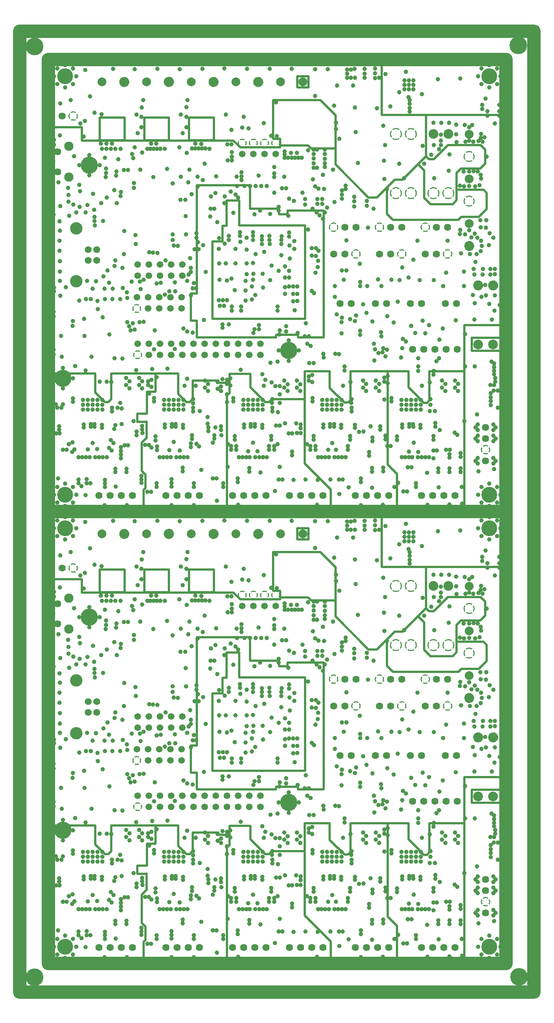
<source format=gbo>
G04 CAM350 V9.5 (Build 208) Date:  Fri Dec 30 15:14:25 2016 *
G04 Database: (Untitled) *
G04 Layer 3: L3 *
%FSTAX35Y35*%
%MOIN*%
%SFA1.000B1.000*%

%MIA0B0*%
%IPPOS*%
%ADD11C,0.01000*%
%ADD15C,0.02000*%
%ADD300C,0.15811*%
%ADD301C,0.06400*%
%ADD304C,0.05943*%
%ADD305C,0.15392*%
%ADD306C,0.11100*%
%ADD309C,0.06200*%
%ADD310C,0.08300*%
%ADD311C,0.07900*%
%ADD312C,0.08700*%
%ADD314C,0.14211*%
%ADD316C,0.03900*%
%ADD317C,0.12000*%
%LNL3*%
%LPD*%
G36*
X00103147Y00614931D02*
G01X00102425Y00615653D01*
X00102589Y00615762*
X00102742Y00615853*
X00102899Y00615937*
X0010306Y00616014*
X00103224Y00616083*
X00103391Y00616146*
X00103561Y006162*
X00103732Y00616247*
X00103906Y00616287*
X00104082Y00616318*
X00104258Y00616342*
X00104436Y00616357*
X00104614Y00616365*
X00104792Y00616364*
X0010497Y00616356*
X00105148Y00616339*
X00105324Y00616315*
X001055Y00616283*
X00105673Y00616243*
X00105845Y00616195*
X00106014Y0061614*
X00106181Y00616077*
X00106345Y00616006*
X00106505Y00615928*
X00106662Y00615844*
X00106815Y00615752*
X00106963Y00615653*
X00106241Y00614931*
X00106107Y00615008*
X0010597Y00615078*
X00105829Y0061514*
X00105685Y00615195*
X00105538Y00615243*
X0010539Y00615283*
X00105239Y00615315*
X00105087Y00615339*
X00104933Y00615356*
X00104779Y00615364*
X00104625Y00615365*
X00104471Y00615357*
X00104318Y00615342*
X00104165Y00615318*
X00104014Y00615287*
X00103865Y00615248*
X00103718Y00615201*
X00103574Y00615146*
X00103433Y00615085*
X00103295Y00615016*
X00103147Y00614931*
G37*
G36*
X00101435Y00610125D02*
G01X00101326Y00610289D01*
X00101235Y00610442*
X00101151Y00610599*
X00101074Y0061076*
X00101005Y00610924*
X00100942Y00611091*
X00100888Y0061126*
X00100841Y00611432*
X00100801Y00611606*
X0010077Y00611782*
X00100746Y00611958*
X00100731Y00612136*
X00100723Y00612314*
X00100724Y00612492*
X00100732Y0061267*
X00100749Y00612848*
X00100773Y00613024*
X00100805Y006132*
X00100845Y00613373*
X00100893Y00613545*
X00100948Y00613714*
X00101011Y00613881*
X00101082Y00614045*
X0010116Y00614205*
X00101244Y00614362*
X00101336Y00614515*
X00101435Y00614663*
X00102157Y00613941*
X0010208Y00613807*
X0010201Y0061367*
X00101948Y00613529*
X00101893Y00613385*
X00101845Y00613238*
X00101805Y0061309*
X00101773Y00612939*
X00101749Y00612787*
X00101732Y00612633*
X00101724Y00612479*
X00101723Y00612394*
X00101727Y0061224*
X00101738Y00612086*
X00101758Y00611933*
X00101786Y00611782*
X00101822Y00611632*
X00101865Y00611484*
X00101916Y00611338*
X00101975Y00611196*
X00102041Y00611056*
X00102114Y0061092*
X00102157Y00610847*
X00101435Y00610125*
G37*
G36*
X00104774Y00608423D02*
G01X00104596Y00608424D01*
X00104418Y00608432*
X0010424Y00608449*
X00104064Y00608473*
X00103888Y00608505*
X00103715Y00608545*
X00103543Y00608593*
X00103374Y00608648*
X00103207Y00608711*
X00103043Y00608782*
X00102883Y0060886*
X00102726Y00608944*
X00102573Y00609036*
X00102425Y00609135*
X00103147Y00609857*
X00103281Y0060978*
X00103418Y0060971*
X00103559Y00609648*
X00103703Y00609593*
X0010385Y00609545*
X00103998Y00609505*
X00104149Y00609473*
X00104301Y00609449*
X00104455Y00609432*
X00104609Y00609424*
X00104763Y00609423*
X00104917Y00609431*
X0010507Y00609446*
X00105223Y0060947*
X00105374Y00609501*
X00105523Y0060954*
X0010567Y00609587*
X00105814Y00609642*
X00105955Y00609703*
X00106093Y00609772*
X00106241Y00609857*
X00106963Y00609135*
X00106799Y00609026*
X00106646Y00608935*
X00106489Y00608851*
X00106328Y00608774*
X00106164Y00608705*
X00105997Y00608642*
X00105827Y00608588*
X00105656Y00608541*
X00105482Y00608501*
X00105306Y0060847*
X0010513Y00608446*
X00104952Y00608431*
X00104774Y00608423*
G37*
G36*
X00103947Y00573531D02*
G01X00103225Y00574253D01*
X00103389Y00574362*
X00103542Y00574453*
X00103699Y00574537*
X0010386Y00574614*
X00104024Y00574683*
X00104191Y00574746*
X00104361Y005748*
X00104532Y00574847*
X00104706Y00574887*
X00104882Y00574918*
X00105058Y00574942*
X00105236Y00574957*
X00105414Y00574965*
X00105592Y00574964*
X0010577Y00574956*
X00105948Y00574939*
X00106124Y00574915*
X001063Y00574883*
X00106473Y00574843*
X00106645Y00574795*
X00106814Y0057474*
X00106981Y00574677*
X00107145Y00574606*
X00107305Y00574528*
X00107462Y00574444*
X00107615Y00574352*
X00107763Y00574253*
X00107041Y00573531*
X00106907Y00573608*
X0010677Y00573678*
X00106629Y0057374*
X00106485Y00573795*
X00106338Y00573843*
X0010619Y00573883*
X00106039Y00573915*
X00105887Y00573939*
X00105733Y00573956*
X00105579Y00573964*
X00105425Y00573965*
X00105271Y00573957*
X00105118Y00573942*
X00104965Y00573918*
X00104814Y00573887*
X00104665Y00573848*
X00104518Y00573801*
X00104374Y00573746*
X00104233Y00573685*
X00104095Y00573616*
X00103947Y00573531*
G37*
G36*
X00102235Y00568725D02*
G01X00102126Y00568889D01*
X00102035Y00569042*
X00101951Y00569199*
X00101874Y0056936*
X00101805Y00569524*
X00101742Y00569691*
X00101688Y0056986*
X00101641Y00570032*
X00101601Y00570206*
X0010157Y00570382*
X00101546Y00570558*
X00101531Y00570736*
X00101523Y00570914*
X00101524Y00571092*
X00101532Y0057127*
X00101549Y00571448*
X00101573Y00571624*
X00101605Y005718*
X00101645Y00571973*
X00101693Y00572145*
X00101748Y00572314*
X00101811Y00572481*
X00101882Y00572645*
X0010196Y00572805*
X00102044Y00572962*
X00102136Y00573115*
X00102235Y00573263*
X00102957Y00572541*
X0010288Y00572407*
X0010281Y0057227*
X00102748Y00572129*
X00102693Y00571985*
X00102645Y00571838*
X00102605Y0057169*
X00102573Y00571539*
X00102549Y00571387*
X00102532Y00571233*
X00102524Y00571079*
X00102523Y00570994*
X00102527Y0057084*
X00102538Y00570686*
X00102558Y00570533*
X00102586Y00570382*
X00102622Y00570232*
X00102665Y00570084*
X00102716Y00569938*
X00102775Y00569796*
X00102841Y00569656*
X00102914Y0056952*
X00102957Y00569447*
X00102235Y00568725*
G37*
G36*
X00105574Y00567023D02*
G01X00105396Y00567024D01*
X00105218Y00567032*
X0010504Y00567049*
X00104864Y00567073*
X00104688Y00567105*
X00104515Y00567145*
X00104343Y00567193*
X00104174Y00567248*
X00104007Y00567311*
X00103843Y00567382*
X00103683Y0056746*
X00103526Y00567544*
X00103373Y00567636*
X00103225Y00567735*
X00103947Y00568457*
X00104081Y0056838*
X00104218Y0056831*
X00104359Y00568248*
X00104503Y00568193*
X0010465Y00568145*
X00104798Y00568105*
X00104949Y00568073*
X00105101Y00568049*
X00105255Y00568032*
X00105409Y00568024*
X00105563Y00568023*
X00105717Y00568031*
X0010587Y00568046*
X00106023Y0056807*
X00106174Y00568101*
X00106323Y0056814*
X0010647Y00568187*
X00106614Y00568242*
X00106755Y00568303*
X00106893Y00568372*
X00107041Y00568457*
X00107763Y00567735*
X00107599Y00567626*
X00107446Y00567535*
X00107289Y00567451*
X00107128Y00567374*
X00106964Y00567305*
X00106797Y00567242*
X00106627Y00567188*
X00106456Y00567141*
X00106282Y00567101*
X00106106Y0056707*
X0010593Y00567046*
X00105752Y00567031*
X00105574Y00567023*
G37*
G36*
X00227647Y00763231D02*
G01X00226925Y00763953D01*
X00227089Y00764062*
X00227242Y00764153*
X00227399Y00764237*
X0022756Y00764314*
X00227724Y00764383*
X00227891Y00764446*
X00228061Y007645*
X00228232Y00764547*
X00228406Y00764587*
X00228582Y00764618*
X00228758Y00764642*
X00228936Y00764657*
X00229114Y00764665*
X00229292Y00764664*
X0022947Y00764656*
X00229648Y00764639*
X00229824Y00764615*
X0023Y00764583*
X00230173Y00764543*
X00230345Y00764495*
X00230514Y0076444*
X00230681Y00764377*
X00230845Y00764306*
X00231005Y00764228*
X00231162Y00764144*
X00231315Y00764052*
X00231463Y00763953*
X00230741Y00763231*
X00230607Y00763308*
X0023047Y00763378*
X00230329Y0076344*
X00230185Y00763495*
X00230038Y00763543*
X0022989Y00763583*
X00229739Y00763615*
X00229587Y00763639*
X00229433Y00763656*
X00229279Y00763664*
X00229125Y00763665*
X00228971Y00763657*
X00228818Y00763642*
X00228665Y00763618*
X00228514Y00763587*
X00228365Y00763548*
X00228218Y00763501*
X00228074Y00763446*
X00227933Y00763385*
X00227795Y00763316*
X00227647Y00763231*
G37*
G36*
X00225935Y00758425D02*
G01X00225826Y00758589D01*
X00225735Y00758742*
X00225651Y00758899*
X00225574Y0075906*
X00225505Y00759224*
X00225442Y00759391*
X00225388Y0075956*
X00225341Y00759732*
X00225301Y00759906*
X0022527Y00760082*
X00225246Y00760258*
X00225231Y00760436*
X00225223Y00760614*
X00225224Y00760792*
X00225232Y0076097*
X00225249Y00761148*
X00225273Y00761324*
X00225305Y007615*
X00225345Y00761673*
X00225393Y00761845*
X00225448Y00762014*
X00225511Y00762181*
X00225582Y00762345*
X0022566Y00762505*
X00225744Y00762662*
X00225836Y00762815*
X00225935Y00762963*
X00226657Y00762241*
X0022658Y00762107*
X0022651Y0076197*
X00226448Y00761829*
X00226393Y00761685*
X00226345Y00761538*
X00226305Y0076139*
X00226273Y00761239*
X00226249Y00761087*
X00226232Y00760933*
X00226224Y00760779*
X00226223Y00760694*
X00226227Y0076054*
X00226238Y00760386*
X00226258Y00760233*
X00226286Y00760082*
X00226322Y00759932*
X00226365Y00759784*
X00226416Y00759638*
X00226475Y00759496*
X00226541Y00759356*
X00226614Y0075922*
X00226657Y00759147*
X00225935Y00758425*
G37*
G36*
X00229274Y00756723D02*
G01X00229096Y00756724D01*
X00228918Y00756732*
X0022874Y00756749*
X00228564Y00756773*
X00228388Y00756805*
X00228215Y00756845*
X00228043Y00756893*
X00227874Y00756948*
X00227707Y00757011*
X00227543Y00757082*
X00227383Y0075716*
X00227226Y00757244*
X00227073Y00757336*
X00226925Y00757435*
X00227647Y00758157*
X00227781Y0075808*
X00227918Y0075801*
X00228059Y00757948*
X00228203Y00757893*
X0022835Y00757845*
X00228498Y00757805*
X00228649Y00757773*
X00228801Y00757749*
X00228955Y00757732*
X00229109Y00757724*
X00229263Y00757723*
X00229417Y00757731*
X0022957Y00757746*
X00229723Y0075777*
X00229874Y00757801*
X00230023Y0075784*
X0023017Y00757887*
X00230314Y00757942*
X00230455Y00758003*
X00230593Y00758072*
X00230741Y00758157*
X00231463Y00757435*
X00231299Y00757326*
X00231146Y00757235*
X00230989Y00757151*
X00230828Y00757074*
X00230664Y00757005*
X00230497Y00756942*
X00230327Y00756888*
X00230156Y00756841*
X00229982Y00756801*
X00229806Y0075677*
X0022963Y00756746*
X00229452Y00756731*
X00229274Y00756723*
G37*
G36*
X00217647Y00763231D02*
G01X00216925Y00763953D01*
X00217089Y00764062*
X00217242Y00764153*
X00217399Y00764237*
X0021756Y00764314*
X00217724Y00764383*
X00217891Y00764446*
X00218061Y007645*
X00218232Y00764547*
X00218406Y00764587*
X00218582Y00764618*
X00218758Y00764642*
X00218936Y00764657*
X00219114Y00764665*
X00219292Y00764664*
X0021947Y00764656*
X00219648Y00764639*
X00219824Y00764615*
X0022Y00764583*
X00220173Y00764543*
X00220345Y00764495*
X00220514Y0076444*
X00220681Y00764377*
X00220845Y00764306*
X00221005Y00764228*
X00221162Y00764144*
X00221315Y00764052*
X00221463Y00763953*
X00220741Y00763231*
X00220607Y00763308*
X0022047Y00763378*
X00220329Y0076344*
X00220185Y00763495*
X00220038Y00763543*
X0021989Y00763583*
X00219739Y00763615*
X00219587Y00763639*
X00219433Y00763656*
X00219279Y00763664*
X00219125Y00763665*
X00218971Y00763657*
X00218818Y00763642*
X00218665Y00763618*
X00218514Y00763587*
X00218365Y00763548*
X00218218Y00763501*
X00218074Y00763446*
X00217933Y00763385*
X00217795Y00763316*
X00217647Y00763231*
G37*
G36*
X00215935Y00758425D02*
G01X00215826Y00758589D01*
X00215735Y00758742*
X00215651Y00758899*
X00215574Y0075906*
X00215505Y00759224*
X00215442Y00759391*
X00215388Y0075956*
X00215341Y00759732*
X00215301Y00759906*
X0021527Y00760082*
X00215246Y00760258*
X00215231Y00760436*
X00215223Y00760614*
X00215224Y00760792*
X00215232Y0076097*
X00215249Y00761148*
X00215273Y00761324*
X00215305Y007615*
X00215345Y00761673*
X00215393Y00761845*
X00215448Y00762014*
X00215511Y00762181*
X00215582Y00762345*
X0021566Y00762505*
X00215744Y00762662*
X00215836Y00762815*
X00215935Y00762963*
X00216657Y00762241*
X0021658Y00762107*
X0021651Y0076197*
X00216448Y00761829*
X00216393Y00761685*
X00216345Y00761538*
X00216305Y0076139*
X00216273Y00761239*
X00216249Y00761087*
X00216232Y00760933*
X00216224Y00760779*
X00216223Y00760694*
X00216227Y0076054*
X00216238Y00760386*
X00216258Y00760233*
X00216286Y00760082*
X00216322Y00759932*
X00216365Y00759784*
X00216416Y00759638*
X00216475Y00759496*
X00216541Y00759356*
X00216614Y0075922*
X00216657Y00759147*
X00215935Y00758425*
G37*
G36*
X00219274Y00756723D02*
G01X00219096Y00756724D01*
X00218918Y00756732*
X0021874Y00756749*
X00218564Y00756773*
X00218388Y00756805*
X00218215Y00756845*
X00218043Y00756893*
X00217874Y00756948*
X00217707Y00757011*
X00217543Y00757082*
X00217383Y0075716*
X00217226Y00757244*
X00217073Y00757336*
X00216925Y00757435*
X00217647Y00758157*
X00217781Y0075808*
X00217918Y0075801*
X00218059Y00757948*
X00218203Y00757893*
X0021835Y00757845*
X00218498Y00757805*
X00218649Y00757773*
X00218801Y00757749*
X00218955Y00757732*
X00219109Y00757724*
X00219263Y00757723*
X00219417Y00757731*
X0021957Y00757746*
X00219723Y0075777*
X00219874Y00757801*
X00220023Y0075784*
X0022017Y00757887*
X00220314Y00757942*
X00220455Y00758003*
X00220593Y00758072*
X00220741Y00758157*
X00221463Y00757435*
X00221299Y00757326*
X00221146Y00757235*
X00220989Y00757151*
X00220828Y00757074*
X00220664Y00757005*
X00220497Y00756942*
X00220327Y00756888*
X00220156Y00756841*
X00219982Y00756801*
X00219806Y0075677*
X0021963Y00756746*
X00219452Y00756731*
X00219274Y00756723*
G37*
G36*
X00207647Y00763231D02*
G01X00206925Y00763953D01*
X00207089Y00764062*
X00207242Y00764153*
X00207399Y00764237*
X0020756Y00764314*
X00207724Y00764383*
X00207891Y00764446*
X00208061Y007645*
X00208232Y00764547*
X00208406Y00764587*
X00208582Y00764618*
X00208758Y00764642*
X00208936Y00764657*
X00209114Y00764665*
X00209292Y00764664*
X0020947Y00764656*
X00209648Y00764639*
X00209824Y00764615*
X0021Y00764583*
X00210173Y00764543*
X00210345Y00764495*
X00210514Y0076444*
X00210681Y00764377*
X00210845Y00764306*
X00211005Y00764228*
X00211162Y00764144*
X00211315Y00764052*
X00211463Y00763953*
X00210741Y00763231*
X00210607Y00763308*
X0021047Y00763378*
X00210329Y0076344*
X00210185Y00763495*
X00210038Y00763543*
X0020989Y00763583*
X00209739Y00763615*
X00209587Y00763639*
X00209433Y00763656*
X00209279Y00763664*
X00209125Y00763665*
X00208971Y00763657*
X00208818Y00763642*
X00208665Y00763618*
X00208514Y00763587*
X00208365Y00763548*
X00208218Y00763501*
X00208074Y00763446*
X00207933Y00763385*
X00207795Y00763316*
X00207647Y00763231*
G37*
G36*
X00205935Y00758425D02*
G01X00205826Y00758589D01*
X00205735Y00758742*
X00205651Y00758899*
X00205574Y0075906*
X00205505Y00759224*
X00205442Y00759391*
X00205388Y0075956*
X00205341Y00759732*
X00205301Y00759906*
X0020527Y00760082*
X00205246Y00760258*
X00205231Y00760436*
X00205223Y00760614*
X00205224Y00760792*
X00205232Y0076097*
X00205249Y00761148*
X00205273Y00761324*
X00205305Y007615*
X00205345Y00761673*
X00205393Y00761845*
X00205448Y00762014*
X00205511Y00762181*
X00205582Y00762345*
X0020566Y00762505*
X00205744Y00762662*
X00205836Y00762815*
X00205935Y00762963*
X00206657Y00762241*
X0020658Y00762107*
X0020651Y0076197*
X00206448Y00761829*
X00206393Y00761685*
X00206345Y00761538*
X00206305Y0076139*
X00206273Y00761239*
X00206249Y00761087*
X00206232Y00760933*
X00206224Y00760779*
X00206223Y00760694*
X00206227Y0076054*
X00206238Y00760386*
X00206258Y00760233*
X00206286Y00760082*
X00206322Y00759932*
X00206365Y00759784*
X00206416Y00759638*
X00206475Y00759496*
X00206541Y00759356*
X00206614Y0075922*
X00206657Y00759147*
X00205935Y00758425*
G37*
G36*
X00209274Y00756723D02*
G01X00209096Y00756724D01*
X00208918Y00756732*
X0020874Y00756749*
X00208564Y00756773*
X00208388Y00756805*
X00208215Y00756845*
X00208043Y00756893*
X00207874Y00756948*
X00207707Y00757011*
X00207543Y00757082*
X00207383Y0075716*
X00207226Y00757244*
X00207073Y00757336*
X00206925Y00757435*
X00207647Y00758157*
X00207781Y0075808*
X00207918Y0075801*
X00208059Y00757948*
X00208203Y00757893*
X0020835Y00757845*
X00208498Y00757805*
X00208649Y00757773*
X00208801Y00757749*
X00208955Y00757732*
X00209109Y00757724*
X00209263Y00757723*
X00209417Y00757731*
X0020957Y00757746*
X00209723Y0075777*
X00209874Y00757801*
X00210023Y0075784*
X0021017Y00757887*
X00210314Y00757942*
X00210455Y00758003*
X00210593Y00758072*
X00210741Y00758157*
X00211463Y00757435*
X00211299Y00757326*
X00211146Y00757235*
X00210989Y00757151*
X00210828Y00757074*
X00210664Y00757005*
X00210497Y00756942*
X00210327Y00756888*
X00210156Y00756841*
X00209982Y00756801*
X00209806Y0075677*
X0020963Y00756746*
X00209452Y00756731*
X00209274Y00756723*
G37*
G36*
X00197647Y00763231D02*
G01X00196925Y00763953D01*
X00197089Y00764062*
X00197242Y00764153*
X00197399Y00764237*
X0019756Y00764314*
X00197724Y00764383*
X00197891Y00764446*
X00198061Y007645*
X00198232Y00764547*
X00198406Y00764587*
X00198582Y00764618*
X00198758Y00764642*
X00198936Y00764657*
X00199114Y00764665*
X00199292Y00764664*
X0019947Y00764656*
X00199648Y00764639*
X00199824Y00764615*
X002Y00764583*
X00200173Y00764543*
X00200345Y00764495*
X00200514Y0076444*
X00200681Y00764377*
X00200845Y00764306*
X00201005Y00764228*
X00201162Y00764144*
X00201315Y00764052*
X00201463Y00763953*
X00200741Y00763231*
X00200607Y00763308*
X0020047Y00763378*
X00200329Y0076344*
X00200185Y00763495*
X00200038Y00763543*
X0019989Y00763583*
X00199739Y00763615*
X00199587Y00763639*
X00199433Y00763656*
X00199279Y00763664*
X00199125Y00763665*
X00198971Y00763657*
X00198818Y00763642*
X00198665Y00763618*
X00198514Y00763587*
X00198365Y00763548*
X00198218Y00763501*
X00198074Y00763446*
X00197933Y00763385*
X00197795Y00763316*
X00197647Y00763231*
G37*
G36*
X00195935Y00758425D02*
G01X00195826Y00758589D01*
X00195735Y00758742*
X00195651Y00758899*
X00195574Y0075906*
X00195505Y00759224*
X00195442Y00759391*
X00195388Y0075956*
X00195341Y00759732*
X00195301Y00759906*
X0019527Y00760082*
X00195246Y00760258*
X00195231Y00760436*
X00195223Y00760614*
X00195224Y00760792*
X00195232Y0076097*
X00195249Y00761148*
X00195273Y00761324*
X00195305Y007615*
X00195345Y00761673*
X00195393Y00761845*
X00195448Y00762014*
X00195511Y00762181*
X00195582Y00762345*
X0019566Y00762505*
X00195744Y00762662*
X00195836Y00762815*
X00195935Y00762963*
X00196657Y00762241*
X0019658Y00762107*
X0019651Y0076197*
X00196448Y00761829*
X00196393Y00761685*
X00196345Y00761538*
X00196305Y0076139*
X00196273Y00761239*
X00196249Y00761087*
X00196232Y00760933*
X00196224Y00760779*
X00196223Y00760694*
X00196227Y0076054*
X00196238Y00760386*
X00196258Y00760233*
X00196286Y00760082*
X00196322Y00759932*
X00196365Y00759784*
X00196416Y00759638*
X00196475Y00759496*
X00196541Y00759356*
X00196614Y0075922*
X00196657Y00759147*
X00195935Y00758425*
G37*
G36*
X00199274Y00756723D02*
G01X00199096Y00756724D01*
X00198918Y00756732*
X0019874Y00756749*
X00198564Y00756773*
X00198388Y00756805*
X00198215Y00756845*
X00198043Y00756893*
X00197874Y00756948*
X00197707Y00757011*
X00197543Y00757082*
X00197383Y0075716*
X00197226Y00757244*
X00197073Y00757336*
X00196925Y00757435*
X00197647Y00758157*
X00197781Y0075808*
X00197918Y0075801*
X00198059Y00757948*
X00198203Y00757893*
X0019835Y00757845*
X00198498Y00757805*
X00198649Y00757773*
X00198801Y00757749*
X00198955Y00757732*
X00199109Y00757724*
X00199263Y00757723*
X00199417Y00757731*
X0019957Y00757746*
X00199723Y0075777*
X00199874Y00757801*
X00200023Y0075784*
X0020017Y00757887*
X00200314Y00757942*
X00200455Y00758003*
X00200593Y00758072*
X00200741Y00758157*
X00201463Y00757435*
X00201299Y00757326*
X00201146Y00757235*
X00200989Y00757151*
X00200828Y00757074*
X00200664Y00757005*
X00200497Y00756942*
X00200327Y00756888*
X00200156Y00756841*
X00199982Y00756801*
X00199806Y0075677*
X0019963Y00756746*
X00199452Y00756731*
X00199274Y00756723*
G37*
G36*
X00103147Y00209931D02*
G01X00102425Y00210653D01*
X00102589Y00210762*
X00102742Y00210853*
X00102899Y00210937*
X0010306Y00211014*
X00103224Y00211083*
X00103391Y00211146*
X00103561Y002112*
X00103732Y00211247*
X00103906Y00211287*
X00104082Y00211318*
X00104258Y00211342*
X00104436Y00211357*
X00104614Y00211365*
X00104792Y00211364*
X0010497Y00211356*
X00105148Y00211339*
X00105324Y00211315*
X001055Y00211283*
X00105673Y00211243*
X00105845Y00211195*
X00106014Y0021114*
X00106181Y00211077*
X00106345Y00211006*
X00106505Y00210928*
X00106662Y00210844*
X00106815Y00210752*
X00106963Y00210653*
X00106241Y00209931*
X00106107Y00210008*
X0010597Y00210078*
X00105829Y0021014*
X00105685Y00210195*
X00105538Y00210243*
X0010539Y00210283*
X00105239Y00210315*
X00105087Y00210339*
X00104933Y00210356*
X00104779Y00210364*
X00104625Y00210365*
X00104471Y00210357*
X00104318Y00210342*
X00104165Y00210318*
X00104014Y00210287*
X00103865Y00210248*
X00103718Y00210201*
X00103574Y00210146*
X00103433Y00210085*
X00103295Y00210016*
X00103147Y00209931*
G37*
G36*
X00101435Y00205125D02*
G01X00101326Y00205289D01*
X00101235Y00205442*
X00101151Y00205599*
X00101074Y0020576*
X00101005Y00205924*
X00100942Y00206091*
X00100888Y0020626*
X00100841Y00206432*
X00100801Y00206606*
X0010077Y00206782*
X00100746Y00206958*
X00100731Y00207136*
X00100723Y00207314*
X00100724Y00207492*
X00100732Y0020767*
X00100749Y00207848*
X00100773Y00208024*
X00100805Y002082*
X00100845Y00208373*
X00100893Y00208545*
X00100948Y00208714*
X00101011Y00208881*
X00101082Y00209045*
X0010116Y00209205*
X00101244Y00209362*
X00101336Y00209515*
X00101435Y00209663*
X00102157Y00208941*
X0010208Y00208807*
X0010201Y0020867*
X00101948Y00208529*
X00101893Y00208385*
X00101845Y00208238*
X00101805Y0020809*
X00101773Y00207939*
X00101749Y00207787*
X00101732Y00207633*
X00101724Y00207479*
X00101723Y00207394*
X00101727Y0020724*
X00101738Y00207086*
X00101758Y00206933*
X00101786Y00206782*
X00101822Y00206632*
X00101865Y00206484*
X00101916Y00206338*
X00101975Y00206196*
X00102041Y00206056*
X00102114Y0020592*
X00102157Y00205847*
X00101435Y00205125*
G37*
G36*
X00104774Y00203423D02*
G01X00104596Y00203424D01*
X00104418Y00203432*
X0010424Y00203449*
X00104064Y00203473*
X00103888Y00203505*
X00103715Y00203545*
X00103543Y00203593*
X00103374Y00203648*
X00103207Y00203711*
X00103043Y00203782*
X00102883Y0020386*
X00102726Y00203944*
X00102573Y00204036*
X00102425Y00204135*
X00103147Y00204857*
X00103281Y0020478*
X00103418Y0020471*
X00103559Y00204648*
X00103703Y00204593*
X0010385Y00204545*
X00103998Y00204505*
X00104149Y00204473*
X00104301Y00204449*
X00104455Y00204432*
X00104609Y00204424*
X00104763Y00204423*
X00104917Y00204431*
X0010507Y00204446*
X00105223Y0020447*
X00105374Y00204501*
X00105523Y0020454*
X0010567Y00204587*
X00105814Y00204642*
X00105955Y00204703*
X00106093Y00204772*
X00106241Y00204857*
X00106963Y00204135*
X00106799Y00204026*
X00106646Y00203935*
X00106489Y00203851*
X00106328Y00203774*
X00106164Y00203705*
X00105997Y00203642*
X00105827Y00203588*
X00105656Y00203541*
X00105482Y00203501*
X00105306Y0020347*
X0010513Y00203446*
X00104952Y00203431*
X00104774Y00203423*
G37*
G36*
X00103947Y00168531D02*
G01X00103225Y00169253D01*
X00103389Y00169362*
X00103542Y00169453*
X00103699Y00169537*
X0010386Y00169614*
X00104024Y00169683*
X00104191Y00169746*
X00104361Y001698*
X00104532Y00169847*
X00104706Y00169887*
X00104882Y00169918*
X00105058Y00169942*
X00105236Y00169957*
X00105414Y00169965*
X00105592Y00169964*
X0010577Y00169956*
X00105948Y00169939*
X00106124Y00169915*
X001063Y00169883*
X00106473Y00169843*
X00106645Y00169795*
X00106814Y0016974*
X00106981Y00169677*
X00107145Y00169606*
X00107305Y00169528*
X00107462Y00169444*
X00107615Y00169352*
X00107763Y00169253*
X00107041Y00168531*
X00106907Y00168608*
X0010677Y00168678*
X00106629Y0016874*
X00106485Y00168795*
X00106338Y00168843*
X0010619Y00168883*
X00106039Y00168915*
X00105887Y00168939*
X00105733Y00168956*
X00105579Y00168964*
X00105425Y00168965*
X00105271Y00168957*
X00105118Y00168942*
X00104965Y00168918*
X00104814Y00168887*
X00104665Y00168848*
X00104518Y00168801*
X00104374Y00168746*
X00104233Y00168685*
X00104095Y00168616*
X00103947Y00168531*
G37*
G36*
X00102235Y00163725D02*
G01X00102126Y00163889D01*
X00102035Y00164042*
X00101951Y00164199*
X00101874Y0016436*
X00101805Y00164524*
X00101742Y00164691*
X00101688Y0016486*
X00101641Y00165032*
X00101601Y00165206*
X0010157Y00165382*
X00101546Y00165558*
X00101531Y00165736*
X00101523Y00165914*
X00101524Y00166092*
X00101532Y0016627*
X00101549Y00166448*
X00101573Y00166624*
X00101605Y001668*
X00101645Y00166973*
X00101693Y00167145*
X00101748Y00167314*
X00101811Y00167481*
X00101882Y00167645*
X0010196Y00167805*
X00102044Y00167962*
X00102136Y00168115*
X00102235Y00168263*
X00102957Y00167541*
X0010288Y00167407*
X0010281Y0016727*
X00102748Y00167129*
X00102693Y00166985*
X00102645Y00166838*
X00102605Y0016669*
X00102573Y00166539*
X00102549Y00166387*
X00102532Y00166233*
X00102524Y00166079*
X00102523Y00165994*
X00102527Y0016584*
X00102538Y00165686*
X00102558Y00165533*
X00102586Y00165382*
X00102622Y00165232*
X00102665Y00165084*
X00102716Y00164938*
X00102775Y00164796*
X00102841Y00164656*
X00102914Y0016452*
X00102957Y00164447*
X00102235Y00163725*
G37*
G36*
X00105574Y00162023D02*
G01X00105396Y00162024D01*
X00105218Y00162032*
X0010504Y00162049*
X00104864Y00162073*
X00104688Y00162105*
X00104515Y00162145*
X00104343Y00162193*
X00104174Y00162248*
X00104007Y00162311*
X00103843Y00162382*
X00103683Y0016246*
X00103526Y00162544*
X00103373Y00162636*
X00103225Y00162735*
X00103947Y00163457*
X00104081Y0016338*
X00104218Y0016331*
X00104359Y00163248*
X00104503Y00163193*
X0010465Y00163145*
X00104798Y00163105*
X00104949Y00163073*
X00105101Y00163049*
X00105255Y00163032*
X00105409Y00163024*
X00105563Y00163023*
X00105717Y00163031*
X0010587Y00163046*
X00106023Y0016307*
X00106174Y00163101*
X00106323Y0016314*
X0010647Y00163187*
X00106614Y00163242*
X00106755Y00163303*
X00106893Y00163372*
X00107041Y00163457*
X00107763Y00162735*
X00107599Y00162626*
X00107446Y00162535*
X00107289Y00162451*
X00107128Y00162374*
X00106964Y00162305*
X00106797Y00162242*
X00106627Y00162188*
X00106456Y00162141*
X00106282Y00162101*
X00106106Y0016207*
X0010593Y00162046*
X00105752Y00162031*
X00105574Y00162023*
G37*
G36*
X00227647Y00358231D02*
G01X00226925Y00358953D01*
X00227089Y00359062*
X00227242Y00359153*
X00227399Y00359237*
X0022756Y00359314*
X00227724Y00359383*
X00227891Y00359446*
X00228061Y003595*
X00228232Y00359547*
X00228406Y00359587*
X00228582Y00359618*
X00228758Y00359642*
X00228936Y00359657*
X00229114Y00359665*
X00229292Y00359664*
X0022947Y00359656*
X00229648Y00359639*
X00229824Y00359615*
X0023Y00359583*
X00230173Y00359543*
X00230345Y00359495*
X00230514Y0035944*
X00230681Y00359377*
X00230845Y00359306*
X00231005Y00359228*
X00231162Y00359144*
X00231315Y00359052*
X00231463Y00358953*
X00230741Y00358231*
X00230607Y00358308*
X0023047Y00358378*
X00230329Y0035844*
X00230185Y00358495*
X00230038Y00358543*
X0022989Y00358583*
X00229739Y00358615*
X00229587Y00358639*
X00229433Y00358656*
X00229279Y00358664*
X00229125Y00358665*
X00228971Y00358657*
X00228818Y00358642*
X00228665Y00358618*
X00228514Y00358587*
X00228365Y00358548*
X00228218Y00358501*
X00228074Y00358446*
X00227933Y00358385*
X00227795Y00358316*
X00227647Y00358231*
G37*
G36*
X00225935Y00353425D02*
G01X00225826Y00353589D01*
X00225735Y00353742*
X00225651Y00353899*
X00225574Y0035406*
X00225505Y00354224*
X00225442Y00354391*
X00225388Y0035456*
X00225341Y00354732*
X00225301Y00354906*
X0022527Y00355082*
X00225246Y00355258*
X00225231Y00355436*
X00225223Y00355614*
X00225224Y00355792*
X00225232Y0035597*
X00225249Y00356148*
X00225273Y00356324*
X00225305Y003565*
X00225345Y00356673*
X00225393Y00356845*
X00225448Y00357014*
X00225511Y00357181*
X00225582Y00357345*
X0022566Y00357505*
X00225744Y00357662*
X00225836Y00357815*
X00225935Y00357963*
X00226657Y00357241*
X0022658Y00357107*
X0022651Y0035697*
X00226448Y00356829*
X00226393Y00356685*
X00226345Y00356538*
X00226305Y0035639*
X00226273Y00356239*
X00226249Y00356087*
X00226232Y00355933*
X00226224Y00355779*
X00226223Y00355694*
X00226227Y0035554*
X00226238Y00355386*
X00226258Y00355233*
X00226286Y00355082*
X00226322Y00354932*
X00226365Y00354784*
X00226416Y00354638*
X00226475Y00354496*
X00226541Y00354356*
X00226614Y0035422*
X00226657Y00354147*
X00225935Y00353425*
G37*
G36*
X00229274Y00351723D02*
G01X00229096Y00351724D01*
X00228918Y00351732*
X0022874Y00351749*
X00228564Y00351773*
X00228388Y00351805*
X00228215Y00351845*
X00228043Y00351893*
X00227874Y00351948*
X00227707Y00352011*
X00227543Y00352082*
X00227383Y0035216*
X00227226Y00352244*
X00227073Y00352336*
X00226925Y00352435*
X00227647Y00353157*
X00227781Y0035308*
X00227918Y0035301*
X00228059Y00352948*
X00228203Y00352893*
X0022835Y00352845*
X00228498Y00352805*
X00228649Y00352773*
X00228801Y00352749*
X00228955Y00352732*
X00229109Y00352724*
X00229263Y00352723*
X00229417Y00352731*
X0022957Y00352746*
X00229723Y0035277*
X00229874Y00352801*
X00230023Y0035284*
X0023017Y00352887*
X00230314Y00352942*
X00230455Y00353003*
X00230593Y00353072*
X00230741Y00353157*
X00231463Y00352435*
X00231299Y00352326*
X00231146Y00352235*
X00230989Y00352151*
X00230828Y00352074*
X00230664Y00352005*
X00230497Y00351942*
X00230327Y00351888*
X00230156Y00351841*
X00229982Y00351801*
X00229806Y0035177*
X0022963Y00351746*
X00229452Y00351731*
X00229274Y00351723*
G37*
G36*
X00217647Y00358231D02*
G01X00216925Y00358953D01*
X00217089Y00359062*
X00217242Y00359153*
X00217399Y00359237*
X0021756Y00359314*
X00217724Y00359383*
X00217891Y00359446*
X00218061Y003595*
X00218232Y00359547*
X00218406Y00359587*
X00218582Y00359618*
X00218758Y00359642*
X00218936Y00359657*
X00219114Y00359665*
X00219292Y00359664*
X0021947Y00359656*
X00219648Y00359639*
X00219824Y00359615*
X0022Y00359583*
X00220173Y00359543*
X00220345Y00359495*
X00220514Y0035944*
X00220681Y00359377*
X00220845Y00359306*
X00221005Y00359228*
X00221162Y00359144*
X00221315Y00359052*
X00221463Y00358953*
X00220741Y00358231*
X00220607Y00358308*
X0022047Y00358378*
X00220329Y0035844*
X00220185Y00358495*
X00220038Y00358543*
X0021989Y00358583*
X00219739Y00358615*
X00219587Y00358639*
X00219433Y00358656*
X00219279Y00358664*
X00219125Y00358665*
X00218971Y00358657*
X00218818Y00358642*
X00218665Y00358618*
X00218514Y00358587*
X00218365Y00358548*
X00218218Y00358501*
X00218074Y00358446*
X00217933Y00358385*
X00217795Y00358316*
X00217647Y00358231*
G37*
G36*
X00215935Y00353425D02*
G01X00215826Y00353589D01*
X00215735Y00353742*
X00215651Y00353899*
X00215574Y0035406*
X00215505Y00354224*
X00215442Y00354391*
X00215388Y0035456*
X00215341Y00354732*
X00215301Y00354906*
X0021527Y00355082*
X00215246Y00355258*
X00215231Y00355436*
X00215223Y00355614*
X00215224Y00355792*
X00215232Y0035597*
X00215249Y00356148*
X00215273Y00356324*
X00215305Y003565*
X00215345Y00356673*
X00215393Y00356845*
X00215448Y00357014*
X00215511Y00357181*
X00215582Y00357345*
X0021566Y00357505*
X00215744Y00357662*
X00215836Y00357815*
X00215935Y00357963*
X00216657Y00357241*
X0021658Y00357107*
X0021651Y0035697*
X00216448Y00356829*
X00216393Y00356685*
X00216345Y00356538*
X00216305Y0035639*
X00216273Y00356239*
X00216249Y00356087*
X00216232Y00355933*
X00216224Y00355779*
X00216223Y00355694*
X00216227Y0035554*
X00216238Y00355386*
X00216258Y00355233*
X00216286Y00355082*
X00216322Y00354932*
X00216365Y00354784*
X00216416Y00354638*
X00216475Y00354496*
X00216541Y00354356*
X00216614Y0035422*
X00216657Y00354147*
X00215935Y00353425*
G37*
G36*
X00219274Y00351723D02*
G01X00219096Y00351724D01*
X00218918Y00351732*
X0021874Y00351749*
X00218564Y00351773*
X00218388Y00351805*
X00218215Y00351845*
X00218043Y00351893*
X00217874Y00351948*
X00217707Y00352011*
X00217543Y00352082*
X00217383Y0035216*
X00217226Y00352244*
X00217073Y00352336*
X00216925Y00352435*
X00217647Y00353157*
X00217781Y0035308*
X00217918Y0035301*
X00218059Y00352948*
X00218203Y00352893*
X0021835Y00352845*
X00218498Y00352805*
X00218649Y00352773*
X00218801Y00352749*
X00218955Y00352732*
X00219109Y00352724*
X00219263Y00352723*
X00219417Y00352731*
X0021957Y00352746*
X00219723Y0035277*
X00219874Y00352801*
X00220023Y0035284*
X0022017Y00352887*
X00220314Y00352942*
X00220455Y00353003*
X00220593Y00353072*
X00220741Y00353157*
X00221463Y00352435*
X00221299Y00352326*
X00221146Y00352235*
X00220989Y00352151*
X00220828Y00352074*
X00220664Y00352005*
X00220497Y00351942*
X00220327Y00351888*
X00220156Y00351841*
X00219982Y00351801*
X00219806Y0035177*
X0021963Y00351746*
X00219452Y00351731*
X00219274Y00351723*
G37*
G36*
X00207647Y00358231D02*
G01X00206925Y00358953D01*
X00207089Y00359062*
X00207242Y00359153*
X00207399Y00359237*
X0020756Y00359314*
X00207724Y00359383*
X00207891Y00359446*
X00208061Y003595*
X00208232Y00359547*
X00208406Y00359587*
X00208582Y00359618*
X00208758Y00359642*
X00208936Y00359657*
X00209114Y00359665*
X00209292Y00359664*
X0020947Y00359656*
X00209648Y00359639*
X00209824Y00359615*
X0021Y00359583*
X00210173Y00359543*
X00210345Y00359495*
X00210514Y0035944*
X00210681Y00359377*
X00210845Y00359306*
X00211005Y00359228*
X00211162Y00359144*
X00211315Y00359052*
X00211463Y00358953*
X00210741Y00358231*
X00210607Y00358308*
X0021047Y00358378*
X00210329Y0035844*
X00210185Y00358495*
X00210038Y00358543*
X0020989Y00358583*
X00209739Y00358615*
X00209587Y00358639*
X00209433Y00358656*
X00209279Y00358664*
X00209125Y00358665*
X00208971Y00358657*
X00208818Y00358642*
X00208665Y00358618*
X00208514Y00358587*
X00208365Y00358548*
X00208218Y00358501*
X00208074Y00358446*
X00207933Y00358385*
X00207795Y00358316*
X00207647Y00358231*
G37*
G36*
X00205935Y00353425D02*
G01X00205826Y00353589D01*
X00205735Y00353742*
X00205651Y00353899*
X00205574Y0035406*
X00205505Y00354224*
X00205442Y00354391*
X00205388Y0035456*
X00205341Y00354732*
X00205301Y00354906*
X0020527Y00355082*
X00205246Y00355258*
X00205231Y00355436*
X00205223Y00355614*
X00205224Y00355792*
X00205232Y0035597*
X00205249Y00356148*
X00205273Y00356324*
X00205305Y003565*
X00205345Y00356673*
X00205393Y00356845*
X00205448Y00357014*
X00205511Y00357181*
X00205582Y00357345*
X0020566Y00357505*
X00205744Y00357662*
X00205836Y00357815*
X00205935Y00357963*
X00206657Y00357241*
X0020658Y00357107*
X0020651Y0035697*
X00206448Y00356829*
X00206393Y00356685*
X00206345Y00356538*
X00206305Y0035639*
X00206273Y00356239*
X00206249Y00356087*
X00206232Y00355933*
X00206224Y00355779*
X00206223Y00355694*
X00206227Y0035554*
X00206238Y00355386*
X00206258Y00355233*
X00206286Y00355082*
X00206322Y00354932*
X00206365Y00354784*
X00206416Y00354638*
X00206475Y00354496*
X00206541Y00354356*
X00206614Y0035422*
X00206657Y00354147*
X00205935Y00353425*
G37*
G36*
X00209274Y00351723D02*
G01X00209096Y00351724D01*
X00208918Y00351732*
X0020874Y00351749*
X00208564Y00351773*
X00208388Y00351805*
X00208215Y00351845*
X00208043Y00351893*
X00207874Y00351948*
X00207707Y00352011*
X00207543Y00352082*
X00207383Y0035216*
X00207226Y00352244*
X00207073Y00352336*
X00206925Y00352435*
X00207647Y00353157*
X00207781Y0035308*
X00207918Y0035301*
X00208059Y00352948*
X00208203Y00352893*
X0020835Y00352845*
X00208498Y00352805*
X00208649Y00352773*
X00208801Y00352749*
X00208955Y00352732*
X00209109Y00352724*
X00209263Y00352723*
X00209417Y00352731*
X0020957Y00352746*
X00209723Y0035277*
X00209874Y00352801*
X00210023Y0035284*
X0021017Y00352887*
X00210314Y00352942*
X00210455Y00353003*
X00210593Y00353072*
X00210741Y00353157*
X00211463Y00352435*
X00211299Y00352326*
X00211146Y00352235*
X00210989Y00352151*
X00210828Y00352074*
X00210664Y00352005*
X00210497Y00351942*
X00210327Y00351888*
X00210156Y00351841*
X00209982Y00351801*
X00209806Y0035177*
X0020963Y00351746*
X00209452Y00351731*
X00209274Y00351723*
G37*
G36*
X00197647Y00358231D02*
G01X00196925Y00358953D01*
X00197089Y00359062*
X00197242Y00359153*
X00197399Y00359237*
X0019756Y00359314*
X00197724Y00359383*
X00197891Y00359446*
X00198061Y003595*
X00198232Y00359547*
X00198406Y00359587*
X00198582Y00359618*
X00198758Y00359642*
X00198936Y00359657*
X00199114Y00359665*
X00199292Y00359664*
X0019947Y00359656*
X00199648Y00359639*
X00199824Y00359615*
X002Y00359583*
X00200173Y00359543*
X00200345Y00359495*
X00200514Y0035944*
X00200681Y00359377*
X00200845Y00359306*
X00201005Y00359228*
X00201162Y00359144*
X00201315Y00359052*
X00201463Y00358953*
X00200741Y00358231*
X00200607Y00358308*
X0020047Y00358378*
X00200329Y0035844*
X00200185Y00358495*
X00200038Y00358543*
X0019989Y00358583*
X00199739Y00358615*
X00199587Y00358639*
X00199433Y00358656*
X00199279Y00358664*
X00199125Y00358665*
X00198971Y00358657*
X00198818Y00358642*
X00198665Y00358618*
X00198514Y00358587*
X00198365Y00358548*
X00198218Y00358501*
X00198074Y00358446*
X00197933Y00358385*
X00197795Y00358316*
X00197647Y00358231*
G37*
G36*
X00195935Y00353425D02*
G01X00195826Y00353589D01*
X00195735Y00353742*
X00195651Y00353899*
X00195574Y0035406*
X00195505Y00354224*
X00195442Y00354391*
X00195388Y0035456*
X00195341Y00354732*
X00195301Y00354906*
X0019527Y00355082*
X00195246Y00355258*
X00195231Y00355436*
X00195223Y00355614*
X00195224Y00355792*
X00195232Y0035597*
X00195249Y00356148*
X00195273Y00356324*
X00195305Y003565*
X00195345Y00356673*
X00195393Y00356845*
X00195448Y00357014*
X00195511Y00357181*
X00195582Y00357345*
X0019566Y00357505*
X00195744Y00357662*
X00195836Y00357815*
X00195935Y00357963*
X00196657Y00357241*
X0019658Y00357107*
X0019651Y0035697*
X00196448Y00356829*
X00196393Y00356685*
X00196345Y00356538*
X00196305Y0035639*
X00196273Y00356239*
X00196249Y00356087*
X00196232Y00355933*
X00196224Y00355779*
X00196223Y00355694*
X00196227Y0035554*
X00196238Y00355386*
X00196258Y00355233*
X00196286Y00355082*
X00196322Y00354932*
X00196365Y00354784*
X00196416Y00354638*
X00196475Y00354496*
X00196541Y00354356*
X00196614Y0035422*
X00196657Y00354147*
X00195935Y00353425*
G37*
G36*
X00199274Y00351723D02*
G01X00199096Y00351724D01*
X00198918Y00351732*
X0019874Y00351749*
X00198564Y00351773*
X00198388Y00351805*
X00198215Y00351845*
X00198043Y00351893*
X00197874Y00351948*
X00197707Y00352011*
X00197543Y00352082*
X00197383Y0035216*
X00197226Y00352244*
X00197073Y00352336*
X00196925Y00352435*
X00197647Y00353157*
X00197781Y0035308*
X00197918Y0035301*
X00198059Y00352948*
X00198203Y00352893*
X0019835Y00352845*
X00198498Y00352805*
X00198649Y00352773*
X00198801Y00352749*
X00198955Y00352732*
X00199109Y00352724*
X00199263Y00352723*
X00199417Y00352731*
X0019957Y00352746*
X00199723Y0035277*
X00199874Y00352801*
X00200023Y0035284*
X0020017Y00352887*
X00200314Y00352942*
X00200455Y00353003*
X00200593Y00353072*
X00200741Y00353157*
X00201463Y00352435*
X00201299Y00352326*
X00201146Y00352235*
X00200989Y00352151*
X00200828Y00352074*
X00200664Y00352005*
X00200497Y00351942*
X00200327Y00351888*
X00200156Y00351841*
X00199982Y00351801*
X00199806Y0035177*
X0019963Y00351746*
X00199452Y00351731*
X00199274Y00351723*
G37*
G36*
X00107953Y00610125D02*
G01X00107231Y00610847D01*
X00107308Y00610981*
X00107378Y00611118*
X0010744Y00611259*
X00107495Y00611403*
X00107543Y0061155*
X00107583Y00611698*
X00107615Y00611849*
X00107639Y00612001*
X00107656Y00612155*
X00107664Y00612309*
X00107665Y00612394*
X00107661Y00612548*
X0010765Y00612702*
X0010763Y00612855*
X00107602Y00613006*
X00107566Y00613156*
X00107523Y00613304*
X00107472Y0061345*
X00107413Y00613592*
X00107347Y00613732*
X00107274Y00613868*
X00107231Y00613941*
X00107953Y00614663*
X00108008Y00614582*
X00108103Y00614431*
X00108191Y00614276*
X00108272Y00614117*
X00108346Y00613955*
X00108412Y0061379*
X00108471Y00613621*
X00108522Y00613451*
X00108566Y00613278*
X00108602Y00613103*
X0010863Y00612927*
X0010865Y0061275*
X00108661Y00612572*
X00108665Y00612394*
X00108664Y00612296*
X00108656Y00612118*
X00108639Y0061194*
X00108615Y00611764*
X00108583Y00611588*
X00108543Y00611415*
X00108495Y00611243*
X0010844Y00611074*
X00108377Y00610907*
X00108306Y00610743*
X00108228Y00610583*
X00108144Y00610426*
X00108052Y00610273*
X00107953Y00610125*
G37*
G36*
X00108753Y00568725D02*
G01X00108031Y00569447D01*
X00108108Y00569581*
X00108178Y00569718*
X0010824Y00569859*
X00108295Y00570003*
X00108343Y0057015*
X00108383Y00570298*
X00108415Y00570449*
X00108439Y00570601*
X00108456Y00570755*
X00108464Y00570909*
X00108465Y00570994*
X00108461Y00571148*
X0010845Y00571302*
X0010843Y00571455*
X00108402Y00571606*
X00108366Y00571756*
X00108323Y00571904*
X00108272Y0057205*
X00108213Y00572192*
X00108147Y00572332*
X00108074Y00572468*
X00108031Y00572541*
X00108753Y00573263*
X00108808Y00573182*
X00108903Y00573031*
X00108991Y00572876*
X00109072Y00572717*
X00109146Y00572555*
X00109212Y0057239*
X00109271Y00572221*
X00109322Y00572051*
X00109366Y00571878*
X00109402Y00571703*
X0010943Y00571527*
X0010945Y0057135*
X00109461Y00571172*
X00109465Y00570994*
X00109464Y00570896*
X00109456Y00570718*
X00109439Y0057054*
X00109415Y00570364*
X00109383Y00570188*
X00109343Y00570015*
X00109295Y00569843*
X0010924Y00569674*
X00109177Y00569507*
X00109106Y00569343*
X00109028Y00569183*
X00108944Y00569026*
X00108852Y00568873*
X00108753Y00568725*
G37*
G36*
X00232453Y00758425D02*
G01X00231731Y00759147D01*
X00231808Y00759281*
X00231878Y00759418*
X0023194Y00759559*
X00231995Y00759703*
X00232043Y0075985*
X00232083Y00759998*
X00232115Y00760149*
X00232139Y00760301*
X00232156Y00760455*
X00232164Y00760609*
X00232165Y00760694*
X00232161Y00760848*
X0023215Y00761002*
X0023213Y00761155*
X00232102Y00761306*
X00232066Y00761456*
X00232023Y00761604*
X00231972Y0076175*
X00231913Y00761892*
X00231847Y00762032*
X00231774Y00762168*
X00231731Y00762241*
X00232453Y00762963*
X00232508Y00762882*
X00232603Y00762731*
X00232691Y00762576*
X00232772Y00762417*
X00232846Y00762255*
X00232912Y0076209*
X00232971Y00761921*
X00233022Y00761751*
X00233066Y00761578*
X00233102Y00761403*
X0023313Y00761227*
X0023315Y0076105*
X00233161Y00760872*
X00233165Y00760694*
X00233164Y00760596*
X00233156Y00760418*
X00233139Y0076024*
X00233115Y00760064*
X00233083Y00759888*
X00233043Y00759715*
X00232995Y00759543*
X0023294Y00759374*
X00232877Y00759207*
X00232806Y00759043*
X00232728Y00758883*
X00232644Y00758726*
X00232552Y00758573*
X00232453Y00758425*
G37*
G36*
X00222453D02*
G01X00221731Y00759147D01*
X00221808Y00759281*
X00221878Y00759418*
X0022194Y00759559*
X00221995Y00759703*
X00222043Y0075985*
X00222083Y00759998*
X00222115Y00760149*
X00222139Y00760301*
X00222156Y00760455*
X00222164Y00760609*
X00222165Y00760694*
X00222161Y00760848*
X0022215Y00761002*
X0022213Y00761155*
X00222102Y00761306*
X00222066Y00761456*
X00222023Y00761604*
X00221972Y0076175*
X00221913Y00761892*
X00221847Y00762032*
X00221774Y00762168*
X00221731Y00762241*
X00222453Y00762963*
X00222508Y00762882*
X00222603Y00762731*
X00222691Y00762576*
X00222772Y00762417*
X00222846Y00762255*
X00222912Y0076209*
X00222971Y00761921*
X00223022Y00761751*
X00223066Y00761578*
X00223102Y00761403*
X0022313Y00761227*
X0022315Y0076105*
X00223161Y00760872*
X00223165Y00760694*
X00223164Y00760596*
X00223156Y00760418*
X00223139Y0076024*
X00223115Y00760064*
X00223083Y00759888*
X00223043Y00759715*
X00222995Y00759543*
X0022294Y00759374*
X00222877Y00759207*
X00222806Y00759043*
X00222728Y00758883*
X00222644Y00758726*
X00222552Y00758573*
X00222453Y00758425*
G37*
G36*
X00212453D02*
G01X00211731Y00759147D01*
X00211808Y00759281*
X00211878Y00759418*
X0021194Y00759559*
X00211995Y00759703*
X00212043Y0075985*
X00212083Y00759998*
X00212115Y00760149*
X00212139Y00760301*
X00212156Y00760455*
X00212164Y00760609*
X00212165Y00760694*
X00212161Y00760848*
X0021215Y00761002*
X0021213Y00761155*
X00212102Y00761306*
X00212066Y00761456*
X00212023Y00761604*
X00211972Y0076175*
X00211913Y00761892*
X00211847Y00762032*
X00211774Y00762168*
X00211731Y00762241*
X00212453Y00762963*
X00212508Y00762882*
X00212603Y00762731*
X00212691Y00762576*
X00212772Y00762417*
X00212846Y00762255*
X00212912Y0076209*
X00212971Y00761921*
X00213022Y00761751*
X00213066Y00761578*
X00213102Y00761403*
X0021313Y00761227*
X0021315Y0076105*
X00213161Y00760872*
X00213165Y00760694*
X00213164Y00760596*
X00213156Y00760418*
X00213139Y0076024*
X00213115Y00760064*
X00213083Y00759888*
X00213043Y00759715*
X00212995Y00759543*
X0021294Y00759374*
X00212877Y00759207*
X00212806Y00759043*
X00212728Y00758883*
X00212644Y00758726*
X00212552Y00758573*
X00212453Y00758425*
G37*
G36*
X00202453D02*
G01X00201731Y00759147D01*
X00201808Y00759281*
X00201878Y00759418*
X0020194Y00759559*
X00201995Y00759703*
X00202043Y0075985*
X00202083Y00759998*
X00202115Y00760149*
X00202139Y00760301*
X00202156Y00760455*
X00202164Y00760609*
X00202165Y00760694*
X00202161Y00760848*
X0020215Y00761002*
X0020213Y00761155*
X00202102Y00761306*
X00202066Y00761456*
X00202023Y00761604*
X00201972Y0076175*
X00201913Y00761892*
X00201847Y00762032*
X00201774Y00762168*
X00201731Y00762241*
X00202453Y00762963*
X00202508Y00762882*
X00202603Y00762731*
X00202691Y00762576*
X00202772Y00762417*
X00202846Y00762255*
X00202912Y0076209*
X00202971Y00761921*
X00203022Y00761751*
X00203066Y00761578*
X00203102Y00761403*
X0020313Y00761227*
X0020315Y0076105*
X00203161Y00760872*
X00203165Y00760694*
X00203164Y00760596*
X00203156Y00760418*
X00203139Y0076024*
X00203115Y00760064*
X00203083Y00759888*
X00203043Y00759715*
X00202995Y00759543*
X0020294Y00759374*
X00202877Y00759207*
X00202806Y00759043*
X00202728Y00758883*
X00202644Y00758726*
X00202552Y00758573*
X00202453Y00758425*
G37*
G36*
X00107953Y00205125D02*
G01X00107231Y00205847D01*
X00107308Y00205981*
X00107378Y00206118*
X0010744Y00206259*
X00107495Y00206403*
X00107543Y0020655*
X00107583Y00206698*
X00107615Y00206849*
X00107639Y00207001*
X00107656Y00207155*
X00107664Y00207309*
X00107665Y00207394*
X00107661Y00207548*
X0010765Y00207702*
X0010763Y00207855*
X00107602Y00208006*
X00107566Y00208156*
X00107523Y00208304*
X00107472Y0020845*
X00107413Y00208592*
X00107347Y00208732*
X00107274Y00208868*
X00107231Y00208941*
X00107953Y00209663*
X00108008Y00209582*
X00108103Y00209431*
X00108191Y00209276*
X00108272Y00209117*
X00108346Y00208955*
X00108412Y0020879*
X00108471Y00208621*
X00108522Y00208451*
X00108566Y00208278*
X00108602Y00208103*
X0010863Y00207927*
X0010865Y0020775*
X00108661Y00207572*
X00108665Y00207394*
X00108664Y00207296*
X00108656Y00207118*
X00108639Y0020694*
X00108615Y00206764*
X00108583Y00206588*
X00108543Y00206415*
X00108495Y00206243*
X0010844Y00206074*
X00108377Y00205907*
X00108306Y00205743*
X00108228Y00205583*
X00108144Y00205426*
X00108052Y00205273*
X00107953Y00205125*
G37*
G36*
X00108753Y00163725D02*
G01X00108031Y00164447D01*
X00108108Y00164581*
X00108178Y00164718*
X0010824Y00164859*
X00108295Y00165003*
X00108343Y0016515*
X00108383Y00165298*
X00108415Y00165449*
X00108439Y00165601*
X00108456Y00165755*
X00108464Y00165909*
X00108465Y00165994*
X00108461Y00166148*
X0010845Y00166302*
X0010843Y00166455*
X00108402Y00166606*
X00108366Y00166756*
X00108323Y00166904*
X00108272Y0016705*
X00108213Y00167192*
X00108147Y00167332*
X00108074Y00167468*
X00108031Y00167541*
X00108753Y00168263*
X00108808Y00168182*
X00108903Y00168031*
X00108991Y00167876*
X00109072Y00167717*
X00109146Y00167555*
X00109212Y0016739*
X00109271Y00167221*
X00109322Y00167051*
X00109366Y00166878*
X00109402Y00166703*
X0010943Y00166527*
X0010945Y0016635*
X00109461Y00166172*
X00109465Y00165994*
X00109464Y00165896*
X00109456Y00165718*
X00109439Y0016554*
X00109415Y00165364*
X00109383Y00165188*
X00109343Y00165015*
X00109295Y00164843*
X0010924Y00164674*
X00109177Y00164507*
X00109106Y00164343*
X00109028Y00164183*
X00108944Y00164026*
X00108852Y00163873*
X00108753Y00163725*
G37*
G36*
X00232453Y00353425D02*
G01X00231731Y00354147D01*
X00231808Y00354281*
X00231878Y00354418*
X0023194Y00354559*
X00231995Y00354703*
X00232043Y0035485*
X00232083Y00354998*
X00232115Y00355149*
X00232139Y00355301*
X00232156Y00355455*
X00232164Y00355609*
X00232165Y00355694*
X00232161Y00355848*
X0023215Y00356002*
X0023213Y00356155*
X00232102Y00356306*
X00232066Y00356456*
X00232023Y00356604*
X00231972Y0035675*
X00231913Y00356892*
X00231847Y00357032*
X00231774Y00357168*
X00231731Y00357241*
X00232453Y00357963*
X00232508Y00357882*
X00232603Y00357731*
X00232691Y00357576*
X00232772Y00357417*
X00232846Y00357255*
X00232912Y0035709*
X00232971Y00356921*
X00233022Y00356751*
X00233066Y00356578*
X00233102Y00356403*
X0023313Y00356227*
X0023315Y0035605*
X00233161Y00355872*
X00233165Y00355694*
X00233164Y00355596*
X00233156Y00355418*
X00233139Y0035524*
X00233115Y00355064*
X00233083Y00354888*
X00233043Y00354715*
X00232995Y00354543*
X0023294Y00354374*
X00232877Y00354207*
X00232806Y00354043*
X00232728Y00353883*
X00232644Y00353726*
X00232552Y00353573*
X00232453Y00353425*
G37*
G36*
X00222453D02*
G01X00221731Y00354147D01*
X00221808Y00354281*
X00221878Y00354418*
X0022194Y00354559*
X00221995Y00354703*
X00222043Y0035485*
X00222083Y00354998*
X00222115Y00355149*
X00222139Y00355301*
X00222156Y00355455*
X00222164Y00355609*
X00222165Y00355694*
X00222161Y00355848*
X0022215Y00356002*
X0022213Y00356155*
X00222102Y00356306*
X00222066Y00356456*
X00222023Y00356604*
X00221972Y0035675*
X00221913Y00356892*
X00221847Y00357032*
X00221774Y00357168*
X00221731Y00357241*
X00222453Y00357963*
X00222508Y00357882*
X00222603Y00357731*
X00222691Y00357576*
X00222772Y00357417*
X00222846Y00357255*
X00222912Y0035709*
X00222971Y00356921*
X00223022Y00356751*
X00223066Y00356578*
X00223102Y00356403*
X0022313Y00356227*
X0022315Y0035605*
X00223161Y00355872*
X00223165Y00355694*
X00223164Y00355596*
X00223156Y00355418*
X00223139Y0035524*
X00223115Y00355064*
X00223083Y00354888*
X00223043Y00354715*
X00222995Y00354543*
X0022294Y00354374*
X00222877Y00354207*
X00222806Y00354043*
X00222728Y00353883*
X00222644Y00353726*
X00222552Y00353573*
X00222453Y00353425*
G37*
G36*
X00212453D02*
G01X00211731Y00354147D01*
X00211808Y00354281*
X00211878Y00354418*
X0021194Y00354559*
X00211995Y00354703*
X00212043Y0035485*
X00212083Y00354998*
X00212115Y00355149*
X00212139Y00355301*
X00212156Y00355455*
X00212164Y00355609*
X00212165Y00355694*
X00212161Y00355848*
X0021215Y00356002*
X0021213Y00356155*
X00212102Y00356306*
X00212066Y00356456*
X00212023Y00356604*
X00211972Y0035675*
X00211913Y00356892*
X00211847Y00357032*
X00211774Y00357168*
X00211731Y00357241*
X00212453Y00357963*
X00212508Y00357882*
X00212603Y00357731*
X00212691Y00357576*
X00212772Y00357417*
X00212846Y00357255*
X00212912Y0035709*
X00212971Y00356921*
X00213022Y00356751*
X00213066Y00356578*
X00213102Y00356403*
X0021313Y00356227*
X0021315Y0035605*
X00213161Y00355872*
X00213165Y00355694*
X00213164Y00355596*
X00213156Y00355418*
X00213139Y0035524*
X00213115Y00355064*
X00213083Y00354888*
X00213043Y00354715*
X00212995Y00354543*
X0021294Y00354374*
X00212877Y00354207*
X00212806Y00354043*
X00212728Y00353883*
X00212644Y00353726*
X00212552Y00353573*
X00212453Y00353425*
G37*
G36*
X00202453D02*
G01X00201731Y00354147D01*
X00201808Y00354281*
X00201878Y00354418*
X0020194Y00354559*
X00201995Y00354703*
X00202043Y0035485*
X00202083Y00354998*
X00202115Y00355149*
X00202139Y00355301*
X00202156Y00355455*
X00202164Y00355609*
X00202165Y00355694*
X00202161Y00355848*
X0020215Y00356002*
X0020213Y00356155*
X00202102Y00356306*
X00202066Y00356456*
X00202023Y00356604*
X00201972Y0035675*
X00201913Y00356892*
X00201847Y00357032*
X00201774Y00357168*
X00201731Y00357241*
X00202453Y00357963*
X00202508Y00357882*
X00202603Y00357731*
X00202691Y00357576*
X00202772Y00357417*
X00202846Y00357255*
X00202912Y0035709*
X00202971Y00356921*
X00203022Y00356751*
X00203066Y00356578*
X00203102Y00356403*
X0020313Y00356227*
X0020315Y0035605*
X00203161Y00355872*
X00203165Y00355694*
X00203164Y00355596*
X00203156Y00355418*
X00203139Y0035524*
X00203115Y00355064*
X00203083Y00354888*
X00203043Y00354715*
X00202995Y00354543*
X0020294Y00354374*
X00202877Y00354207*
X00202806Y00354043*
X00202728Y00353883*
X00202644Y00353726*
X00202552Y00353573*
X00202453Y00353425*
G37*
G36*
X00415481Y00488597D02*
G01X00414761Y00489317D01*
X00414808Y00489351*
X00414961Y00489451*
X00415119Y00489545*
X0041528Y00489633*
X00415445Y00489712*
X00415613Y00489785*
X00415785Y0048985*
X00415958Y00489908*
X00416135Y00489958*
X00416313Y00490001*
X00416493Y00490035*
X00416675Y00490062*
X00416857Y0049008*
X0041704Y00490091*
X00417223Y00490094*
X00417406Y00490089*
X00417589Y00490075*
X00417771Y00490054*
X00417952Y00490025*
X00418132Y00489988*
X00418309Y00489943*
X00418485Y00489891*
X00418658Y00489831*
X00418828Y00489763*
X00418996Y00489688*
X0041916Y00489606*
X0041932Y00489516*
X00419476Y0048942*
X00419627Y00489317*
X00418907Y00488597*
X0041877Y00488679*
X00418629Y00488754*
X00418484Y00488823*
X00418336Y00488883*
X00418185Y00488937*
X00418032Y00488982*
X00417876Y0048902*
X00417719Y00489051*
X00417561Y00489073*
X00417401Y00489087*
X00417242Y00489094*
X00417082Y00489092*
X00416922Y00489082*
X00416763Y00489065*
X00416605Y00489039*
X00416448Y00489006*
X00416294Y00488965*
X00416141Y00488916*
X00415992Y0048886*
X00415845Y00488796*
X00415702Y00488725*
X00415562Y00488647*
X00415481Y00488597*
G37*
G36*
X00417165Y00481694D02*
G01X00416982Y00481699D01*
X00416799Y00481713*
X00416617Y00481734*
X00416436Y00481763*
X00416256Y004818*
X00416079Y00481845*
X00415903Y00481897*
X0041573Y00481957*
X0041556Y00482025*
X00415392Y004821*
X00415228Y00482182*
X00415068Y00482272*
X00414912Y00482368*
X00414761Y00482471*
X00415481Y00483191*
X00415618Y00483109*
X00415759Y00483034*
X00415904Y00482965*
X00416052Y00482905*
X00416203Y00482851*
X00416356Y00482806*
X00416512Y00482768*
X00416669Y00482737*
X00416827Y00482715*
X00416987Y00482701*
X00417146Y00482694*
X00417306Y00482696*
X00417466Y00482706*
X00417625Y00482723*
X00417783Y00482749*
X0041794Y00482782*
X00418094Y00482823*
X00418247Y00482872*
X00418396Y00482928*
X00418543Y00482992*
X00418686Y00483063*
X00418826Y00483141*
X00418907Y00483191*
X00419627Y00482471*
X0041958Y00482437*
X00419427Y00482337*
X00419269Y00482243*
X00419108Y00482155*
X00418943Y00482076*
X00418775Y00482003*
X00418603Y00481938*
X0041843Y0048188*
X00418253Y0048183*
X00418075Y00481787*
X00417895Y00481753*
X00417713Y00481726*
X00417531Y00481708*
X00417348Y00481697*
X00417165Y00481694*
G37*
G36*
X00299381Y00663997D02*
G01X00298661Y00664717D01*
X00298708Y00664751*
X00298861Y00664851*
X00299019Y00664945*
X0029918Y00665033*
X00299345Y00665112*
X00299513Y00665185*
X00299685Y0066525*
X00299858Y00665308*
X00300035Y00665358*
X00300213Y00665401*
X00300393Y00665435*
X00300575Y00665462*
X00300757Y0066548*
X0030094Y00665491*
X00301123Y00665494*
X00301306Y00665489*
X00301489Y00665475*
X00301671Y00665454*
X00301852Y00665425*
X00302032Y00665388*
X00302209Y00665343*
X00302385Y00665291*
X00302558Y00665231*
X00302728Y00665163*
X00302896Y00665088*
X0030306Y00665006*
X0030322Y00664916*
X00303376Y0066482*
X00303527Y00664717*
X00302807Y00663997*
X0030267Y00664079*
X00302529Y00664154*
X00302384Y00664223*
X00302236Y00664283*
X00302085Y00664337*
X00301932Y00664382*
X00301776Y0066442*
X00301619Y00664451*
X00301461Y00664473*
X00301301Y00664487*
X00301142Y00664494*
X00300982Y00664492*
X00300822Y00664482*
X00300663Y00664465*
X00300505Y00664439*
X00300348Y00664406*
X00300194Y00664365*
X00300041Y00664316*
X00299892Y0066426*
X00299745Y00664196*
X00299602Y00664125*
X00299462Y00664047*
X00299381Y00663997*
G37*
G36*
X00301065Y00657094D02*
G01X00300882Y00657099D01*
X00300699Y00657113*
X00300517Y00657134*
X00300336Y00657163*
X00300156Y006572*
X00299979Y00657245*
X00299803Y00657297*
X0029963Y00657357*
X0029946Y00657425*
X00299292Y006575*
X00299128Y00657582*
X00298968Y00657672*
X00298812Y00657768*
X00298661Y00657871*
X00299381Y00658591*
X00299518Y00658509*
X00299659Y00658434*
X00299804Y00658365*
X00299952Y00658305*
X00300103Y00658251*
X00300256Y00658206*
X00300412Y00658168*
X00300569Y00658137*
X00300727Y00658115*
X00300887Y00658101*
X00301046Y00658094*
X00301206Y00658096*
X00301366Y00658106*
X00301525Y00658123*
X00301683Y00658149*
X0030184Y00658182*
X00301994Y00658223*
X00302147Y00658272*
X00302296Y00658328*
X00302443Y00658392*
X00302586Y00658463*
X00302726Y00658541*
X00302807Y00658591*
X00303527Y00657871*
X0030348Y00657837*
X00303327Y00657737*
X00303169Y00657643*
X00303008Y00657555*
X00302843Y00657476*
X00302675Y00657403*
X00302503Y00657338*
X0030233Y0065728*
X00302153Y0065723*
X00301975Y00657187*
X00301795Y00657153*
X00301613Y00657126*
X00301431Y00657108*
X00301248Y00657097*
X00301065Y00657094*
G37*
G36*
X00340431Y00663997D02*
G01X00339711Y00664717D01*
X00339758Y00664751*
X00339911Y00664851*
X00340069Y00664945*
X0034023Y00665033*
X00340395Y00665112*
X00340563Y00665185*
X00340735Y0066525*
X00340908Y00665308*
X00341085Y00665358*
X00341263Y00665401*
X00341443Y00665435*
X00341625Y00665462*
X00341807Y0066548*
X0034199Y00665491*
X00342173Y00665494*
X00342356Y00665489*
X00342539Y00665475*
X00342721Y00665454*
X00342902Y00665425*
X00343082Y00665388*
X00343259Y00665343*
X00343435Y00665291*
X00343608Y00665231*
X00343778Y00665163*
X00343946Y00665088*
X0034411Y00665006*
X0034427Y00664916*
X00344426Y0066482*
X00344577Y00664717*
X00343857Y00663997*
X0034372Y00664079*
X00343579Y00664154*
X00343434Y00664223*
X00343286Y00664283*
X00343135Y00664337*
X00342982Y00664382*
X00342826Y0066442*
X00342669Y00664451*
X00342511Y00664473*
X00342351Y00664487*
X00342192Y00664494*
X00342032Y00664492*
X00341872Y00664482*
X00341713Y00664465*
X00341555Y00664439*
X00341398Y00664406*
X00341244Y00664365*
X00341091Y00664316*
X00340942Y0066426*
X00340795Y00664196*
X00340652Y00664125*
X00340512Y00664047*
X00340431Y00663997*
G37*
G36*
X00342115Y00657094D02*
G01X00341932Y00657099D01*
X00341749Y00657113*
X00341567Y00657134*
X00341386Y00657163*
X00341206Y006572*
X00341029Y00657245*
X00340853Y00657297*
X0034068Y00657357*
X0034051Y00657425*
X00340342Y006575*
X00340178Y00657582*
X00340018Y00657672*
X00339862Y00657768*
X00339711Y00657871*
X00340431Y00658591*
X00340568Y00658509*
X00340709Y00658434*
X00340854Y00658365*
X00341002Y00658305*
X00341153Y00658251*
X00341306Y00658206*
X00341462Y00658168*
X00341619Y00658137*
X00341777Y00658115*
X00341937Y00658101*
X00342096Y00658094*
X00342256Y00658096*
X00342416Y00658106*
X00342575Y00658123*
X00342733Y00658149*
X0034289Y00658182*
X00343044Y00658223*
X00343197Y00658272*
X00343346Y00658328*
X00343493Y00658392*
X00343636Y00658463*
X00343776Y00658541*
X00343857Y00658591*
X00344577Y00657871*
X0034453Y00657837*
X00344377Y00657737*
X00344219Y00657643*
X00344058Y00657555*
X00343893Y00657476*
X00343725Y00657403*
X00343553Y00657338*
X0034338Y0065728*
X00343203Y0065723*
X00343025Y00657187*
X00342845Y00657153*
X00342663Y00657126*
X00342481Y00657108*
X00342298Y00657097*
X00342115Y00657094*
G37*
G36*
X00381481Y00663997D02*
G01X00380761Y00664717D01*
X00380808Y00664751*
X00380961Y00664851*
X00381119Y00664945*
X0038128Y00665033*
X00381445Y00665112*
X00381613Y00665185*
X00381785Y0066525*
X00381958Y00665308*
X00382135Y00665358*
X00382313Y00665401*
X00382493Y00665435*
X00382675Y00665462*
X00382857Y0066548*
X0038304Y00665491*
X00383223Y00665494*
X00383406Y00665489*
X00383589Y00665475*
X00383771Y00665454*
X00383952Y00665425*
X00384132Y00665388*
X00384309Y00665343*
X00384485Y00665291*
X00384658Y00665231*
X00384828Y00665163*
X00384996Y00665088*
X0038516Y00665006*
X0038532Y00664916*
X00385476Y0066482*
X00385627Y00664717*
X00384907Y00663997*
X0038477Y00664079*
X00384629Y00664154*
X00384484Y00664223*
X00384336Y00664283*
X00384185Y00664337*
X00384032Y00664382*
X00383876Y0066442*
X00383719Y00664451*
X00383561Y00664473*
X00383401Y00664487*
X00383242Y00664494*
X00383082Y00664492*
X00382922Y00664482*
X00382763Y00664465*
X00382605Y00664439*
X00382448Y00664406*
X00382294Y00664365*
X00382141Y00664316*
X00381992Y0066426*
X00381845Y00664196*
X00381702Y00664125*
X00381562Y00664047*
X00381481Y00663997*
G37*
G36*
X00383165Y00657094D02*
G01X00382982Y00657099D01*
X00382799Y00657113*
X00382617Y00657134*
X00382436Y00657163*
X00382256Y006572*
X00382079Y00657245*
X00381903Y00657297*
X0038173Y00657357*
X0038156Y00657425*
X00381392Y006575*
X00381228Y00657582*
X00381068Y00657672*
X00380912Y00657768*
X00380761Y00657871*
X00381481Y00658591*
X00381618Y00658509*
X00381759Y00658434*
X00381904Y00658365*
X00382052Y00658305*
X00382203Y00658251*
X00382356Y00658206*
X00382512Y00658168*
X00382669Y00658137*
X00382827Y00658115*
X00382987Y00658101*
X00383146Y00658094*
X00383306Y00658096*
X00383466Y00658106*
X00383625Y00658123*
X00383783Y00658149*
X0038394Y00658182*
X00384094Y00658223*
X00384247Y00658272*
X00384396Y00658328*
X00384543Y00658392*
X00384686Y00658463*
X00384826Y00658541*
X00384907Y00658591*
X00385627Y00657871*
X0038558Y00657837*
X00385427Y00657737*
X00385269Y00657643*
X00385108Y00657555*
X00384943Y00657476*
X00384775Y00657403*
X00384603Y00657338*
X0038443Y0065728*
X00384253Y0065723*
X00384075Y00657187*
X00383895Y00657153*
X00383713Y00657126*
X00383531Y00657108*
X00383348Y00657097*
X00383165Y00657094*
G37*
G36*
X00279381Y00687997D02*
G01X00278661Y00688717D01*
X00278708Y00688751*
X00278861Y00688851*
X00279019Y00688945*
X0027918Y00689033*
X00279345Y00689112*
X00279513Y00689185*
X00279685Y0068925*
X00279858Y00689308*
X00280035Y00689358*
X00280213Y00689401*
X00280393Y00689435*
X00280575Y00689462*
X00280757Y0068948*
X0028094Y00689491*
X00281123Y00689494*
X00281306Y00689489*
X00281489Y00689475*
X00281671Y00689454*
X00281852Y00689425*
X00282032Y00689388*
X00282209Y00689343*
X00282385Y00689291*
X00282558Y00689231*
X00282728Y00689163*
X00282896Y00689088*
X0028306Y00689006*
X0028322Y00688916*
X00283376Y0068882*
X00283527Y00688717*
X00282807Y00687997*
X0028267Y00688079*
X00282529Y00688154*
X00282384Y00688223*
X00282236Y00688283*
X00282085Y00688337*
X00281932Y00688382*
X00281776Y0068842*
X00281619Y00688451*
X00281461Y00688473*
X00281301Y00688487*
X00281142Y00688494*
X00280982Y00688492*
X00280822Y00688482*
X00280663Y00688465*
X00280505Y00688439*
X00280348Y00688406*
X00280194Y00688365*
X00280041Y00688316*
X00279892Y0068826*
X00279745Y00688196*
X00279602Y00688125*
X00279462Y00688047*
X00279381Y00687997*
G37*
G36*
X00281065Y00681094D02*
G01X00280882Y00681099D01*
X00280699Y00681113*
X00280517Y00681134*
X00280336Y00681163*
X00280156Y006812*
X00279979Y00681245*
X00279803Y00681297*
X0027963Y00681357*
X0027946Y00681425*
X00279292Y006815*
X00279128Y00681582*
X00278968Y00681672*
X00278812Y00681768*
X00278661Y00681871*
X00279381Y00682591*
X00279518Y00682509*
X00279659Y00682434*
X00279804Y00682365*
X00279952Y00682305*
X00280103Y00682251*
X00280256Y00682206*
X00280412Y00682168*
X00280569Y00682137*
X00280727Y00682115*
X00280887Y00682101*
X00281046Y00682094*
X00281206Y00682096*
X00281366Y00682106*
X00281525Y00682123*
X00281683Y00682149*
X0028184Y00682182*
X00281994Y00682223*
X00282147Y00682272*
X00282296Y00682328*
X00282443Y00682392*
X00282586Y00682463*
X00282726Y00682541*
X00282807Y00682591*
X00283527Y00681871*
X0028348Y00681837*
X00283327Y00681737*
X00283169Y00681643*
X00283008Y00681555*
X00282843Y00681476*
X00282675Y00681403*
X00282503Y00681338*
X0028233Y0068128*
X00282153Y0068123*
X00281975Y00681187*
X00281795Y00681153*
X00281613Y00681126*
X00281431Y00681108*
X00281248Y00681097*
X00281065Y00681094*
G37*
G36*
X00361481Y00687997D02*
G01X00360761Y00688717D01*
X00360808Y00688751*
X00360961Y00688851*
X00361119Y00688945*
X0036128Y00689033*
X00361445Y00689112*
X00361613Y00689185*
X00361785Y0068925*
X00361958Y00689308*
X00362135Y00689358*
X00362313Y00689401*
X00362493Y00689435*
X00362675Y00689462*
X00362857Y0068948*
X0036304Y00689491*
X00363223Y00689494*
X00363406Y00689489*
X00363589Y00689475*
X00363771Y00689454*
X00363952Y00689425*
X00364132Y00689388*
X00364309Y00689343*
X00364485Y00689291*
X00364658Y00689231*
X00364828Y00689163*
X00364996Y00689088*
X0036516Y00689006*
X0036532Y00688916*
X00365476Y0068882*
X00365627Y00688717*
X00364907Y00687997*
X0036477Y00688079*
X00364629Y00688154*
X00364484Y00688223*
X00364336Y00688283*
X00364185Y00688337*
X00364032Y00688382*
X00363876Y0068842*
X00363719Y00688451*
X00363561Y00688473*
X00363401Y00688487*
X00363242Y00688494*
X00363082Y00688492*
X00362922Y00688482*
X00362763Y00688465*
X00362605Y00688439*
X00362448Y00688406*
X00362294Y00688365*
X00362141Y00688316*
X00361992Y0068826*
X00361845Y00688196*
X00361702Y00688125*
X00361562Y00688047*
X00361481Y00687997*
G37*
G36*
X00363165Y00681094D02*
G01X00362982Y00681099D01*
X00362799Y00681113*
X00362617Y00681134*
X00362436Y00681163*
X00362256Y006812*
X00362079Y00681245*
X00361903Y00681297*
X0036173Y00681357*
X0036156Y00681425*
X00361392Y006815*
X00361228Y00681582*
X00361068Y00681672*
X00360912Y00681768*
X00360761Y00681871*
X00361481Y00682591*
X00361618Y00682509*
X00361759Y00682434*
X00361904Y00682365*
X00362052Y00682305*
X00362203Y00682251*
X00362356Y00682206*
X00362512Y00682168*
X00362669Y00682137*
X00362827Y00682115*
X00362987Y00682101*
X00363146Y00682094*
X00363306Y00682096*
X00363466Y00682106*
X00363625Y00682123*
X00363783Y00682149*
X0036394Y00682182*
X00364094Y00682223*
X00364247Y00682272*
X00364396Y00682328*
X00364543Y00682392*
X00364686Y00682463*
X00364826Y00682541*
X00364907Y00682591*
X00365627Y00681871*
X0036558Y00681837*
X00365427Y00681737*
X00365269Y00681643*
X00365108Y00681555*
X00364943Y00681476*
X00364775Y00681403*
X00364603Y00681338*
X0036443Y0068128*
X00364253Y0068123*
X00364075Y00681187*
X00363895Y00681153*
X00363713Y00681126*
X00363531Y00681108*
X00363348Y00681097*
X00363165Y00681094*
G37*
G36*
X00320431Y00687997D02*
G01X00319711Y00688717D01*
X00319758Y00688751*
X00319911Y00688851*
X00320069Y00688945*
X0032023Y00689033*
X00320395Y00689112*
X00320563Y00689185*
X00320735Y0068925*
X00320908Y00689308*
X00321085Y00689358*
X00321263Y00689401*
X00321443Y00689435*
X00321625Y00689462*
X00321807Y0068948*
X0032199Y00689491*
X00322173Y00689494*
X00322356Y00689489*
X00322539Y00689475*
X00322721Y00689454*
X00322902Y00689425*
X00323082Y00689388*
X00323259Y00689343*
X00323435Y00689291*
X00323608Y00689231*
X00323778Y00689163*
X00323946Y00689088*
X0032411Y00689006*
X0032427Y00688916*
X00324426Y0068882*
X00324577Y00688717*
X00323857Y00687997*
X0032372Y00688079*
X00323579Y00688154*
X00323434Y00688223*
X00323286Y00688283*
X00323135Y00688337*
X00322982Y00688382*
X00322826Y0068842*
X00322669Y00688451*
X00322511Y00688473*
X00322351Y00688487*
X00322192Y00688494*
X00322032Y00688492*
X00321872Y00688482*
X00321713Y00688465*
X00321555Y00688439*
X00321398Y00688406*
X00321244Y00688365*
X00321091Y00688316*
X00320942Y0068826*
X00320795Y00688196*
X00320652Y00688125*
X00320512Y00688047*
X00320431Y00687997*
G37*
G36*
X00322115Y00681094D02*
G01X00321932Y00681099D01*
X00321749Y00681113*
X00321567Y00681134*
X00321386Y00681163*
X00321206Y006812*
X00321029Y00681245*
X00320853Y00681297*
X0032068Y00681357*
X0032051Y00681425*
X00320342Y006815*
X00320178Y00681582*
X00320018Y00681672*
X00319862Y00681768*
X00319711Y00681871*
X00320431Y00682591*
X00320568Y00682509*
X00320709Y00682434*
X00320854Y00682365*
X00321002Y00682305*
X00321153Y00682251*
X00321306Y00682206*
X00321462Y00682168*
X00321619Y00682137*
X00321777Y00682115*
X00321937Y00682101*
X00322096Y00682094*
X00322256Y00682096*
X00322416Y00682106*
X00322575Y00682123*
X00322733Y00682149*
X0032289Y00682182*
X00323044Y00682223*
X00323197Y00682272*
X00323346Y00682328*
X00323493Y00682392*
X00323636Y00682463*
X00323776Y00682541*
X00323857Y00682591*
X00324577Y00681871*
X0032453Y00681837*
X00324377Y00681737*
X00324219Y00681643*
X00324058Y00681555*
X00323893Y00681476*
X00323725Y00681403*
X00323553Y00681338*
X0032338Y0068128*
X00323203Y0068123*
X00323025Y00681187*
X00322845Y00681153*
X00322663Y00681126*
X00322481Y00681108*
X00322298Y00681097*
X00322115Y00681094*
G37*
G36*
X00046081Y00787597D02*
G01X00045361Y00788317D01*
X00045408Y00788351*
X00045561Y00788451*
X00045719Y00788545*
X0004588Y00788633*
X00046045Y00788712*
X00046213Y00788785*
X00046385Y0078885*
X00046558Y00788908*
X00046735Y00788958*
X00046913Y00789001*
X00047093Y00789035*
X00047275Y00789062*
X00047457Y0078908*
X0004764Y00789091*
X00047823Y00789094*
X00048006Y00789089*
X00048189Y00789075*
X00048371Y00789054*
X00048552Y00789025*
X00048732Y00788988*
X00048909Y00788943*
X00049085Y00788891*
X00049258Y00788831*
X00049428Y00788763*
X00049596Y00788688*
X0004976Y00788606*
X0004992Y00788516*
X00050076Y0078842*
X00050227Y00788317*
X00049507Y00787597*
X0004937Y00787679*
X00049229Y00787754*
X00049084Y00787823*
X00048936Y00787883*
X00048785Y00787937*
X00048632Y00787982*
X00048476Y0078802*
X00048319Y00788051*
X00048161Y00788073*
X00048001Y00788087*
X00047842Y00788094*
X00047682Y00788092*
X00047522Y00788082*
X00047363Y00788065*
X00047205Y00788039*
X00047048Y00788006*
X00046894Y00787965*
X00046741Y00787916*
X00046592Y0078786*
X00046445Y00787796*
X00046302Y00787725*
X00046162Y00787647*
X00046081Y00787597*
G37*
G36*
X00047765Y00780694D02*
G01X00047582Y00780699D01*
X00047399Y00780713*
X00047217Y00780734*
X00047036Y00780763*
X00046856Y007808*
X00046679Y00780845*
X00046503Y00780897*
X0004633Y00780957*
X0004616Y00781025*
X00045992Y007811*
X00045828Y00781182*
X00045668Y00781272*
X00045512Y00781368*
X00045361Y00781471*
X00046081Y00782191*
X00046218Y00782109*
X00046359Y00782034*
X00046504Y00781965*
X00046652Y00781905*
X00046803Y00781851*
X00046956Y00781806*
X00047112Y00781768*
X00047269Y00781737*
X00047427Y00781715*
X00047587Y00781701*
X00047746Y00781694*
X00047906Y00781696*
X00048066Y00781706*
X00048225Y00781723*
X00048383Y00781749*
X0004854Y00781782*
X00048694Y00781823*
X00048847Y00781872*
X00048996Y00781928*
X00049143Y00781992*
X00049286Y00782063*
X00049426Y00782141*
X00049507Y00782191*
X00050227Y00781471*
X0005018Y00781437*
X00050027Y00781337*
X00049869Y00781243*
X00049708Y00781155*
X00049543Y00781076*
X00049375Y00781003*
X00049203Y00780938*
X0004903Y0078088*
X00048853Y0078083*
X00048675Y00780787*
X00048495Y00780753*
X00048313Y00780726*
X00048131Y00780708*
X00047948Y00780697*
X00047765Y00780694*
G37*
G36*
X00415481Y00083597D02*
G01X00414761Y00084317D01*
X00414808Y00084351*
X00414961Y00084451*
X00415119Y00084545*
X0041528Y00084633*
X00415445Y00084712*
X00415613Y00084785*
X00415785Y0008485*
X00415958Y00084908*
X00416135Y00084958*
X00416313Y00085001*
X00416493Y00085035*
X00416675Y00085062*
X00416857Y0008508*
X0041704Y00085091*
X00417223Y00085094*
X00417406Y00085089*
X00417589Y00085075*
X00417771Y00085054*
X00417952Y00085025*
X00418132Y00084988*
X00418309Y00084943*
X00418485Y00084891*
X00418658Y00084831*
X00418828Y00084763*
X00418996Y00084688*
X0041916Y00084606*
X0041932Y00084516*
X00419476Y0008442*
X00419627Y00084317*
X00418907Y00083597*
X0041877Y00083679*
X00418629Y00083754*
X00418484Y00083823*
X00418336Y00083883*
X00418185Y00083937*
X00418032Y00083982*
X00417876Y0008402*
X00417719Y00084051*
X00417561Y00084073*
X00417401Y00084087*
X00417242Y00084094*
X00417082Y00084092*
X00416922Y00084082*
X00416763Y00084065*
X00416605Y00084039*
X00416448Y00084006*
X00416294Y00083965*
X00416141Y00083916*
X00415992Y0008386*
X00415845Y00083796*
X00415702Y00083725*
X00415562Y00083647*
X00415481Y00083597*
G37*
G36*
X00417165Y00076694D02*
G01X00416982Y00076699D01*
X00416799Y00076713*
X00416617Y00076734*
X00416436Y00076763*
X00416256Y000768*
X00416079Y00076845*
X00415903Y00076897*
X0041573Y00076957*
X0041556Y00077025*
X00415392Y000771*
X00415228Y00077182*
X00415068Y00077272*
X00414912Y00077368*
X00414761Y00077471*
X00415481Y00078191*
X00415618Y00078109*
X00415759Y00078034*
X00415904Y00077965*
X00416052Y00077905*
X00416203Y00077851*
X00416356Y00077806*
X00416512Y00077768*
X00416669Y00077737*
X00416827Y00077715*
X00416987Y00077701*
X00417146Y00077694*
X00417306Y00077696*
X00417466Y00077706*
X00417625Y00077723*
X00417783Y00077749*
X0041794Y00077782*
X00418094Y00077823*
X00418247Y00077872*
X00418396Y00077928*
X00418543Y00077992*
X00418686Y00078063*
X00418826Y00078141*
X00418907Y00078191*
X00419627Y00077471*
X0041958Y00077437*
X00419427Y00077337*
X00419269Y00077243*
X00419108Y00077155*
X00418943Y00077076*
X00418775Y00077003*
X00418603Y00076938*
X0041843Y0007688*
X00418253Y0007683*
X00418075Y00076787*
X00417895Y00076753*
X00417713Y00076726*
X00417531Y00076708*
X00417348Y00076697*
X00417165Y00076694*
G37*
G36*
X00299381Y00258997D02*
G01X00298661Y00259717D01*
X00298708Y00259751*
X00298861Y00259851*
X00299019Y00259945*
X0029918Y00260033*
X00299345Y00260112*
X00299513Y00260185*
X00299685Y0026025*
X00299858Y00260308*
X00300035Y00260358*
X00300213Y00260401*
X00300393Y00260435*
X00300575Y00260462*
X00300757Y0026048*
X0030094Y00260491*
X00301123Y00260494*
X00301306Y00260489*
X00301489Y00260475*
X00301671Y00260454*
X00301852Y00260425*
X00302032Y00260388*
X00302209Y00260343*
X00302385Y00260291*
X00302558Y00260231*
X00302728Y00260163*
X00302896Y00260088*
X0030306Y00260006*
X0030322Y00259916*
X00303376Y0025982*
X00303527Y00259717*
X00302807Y00258997*
X0030267Y00259079*
X00302529Y00259154*
X00302384Y00259223*
X00302236Y00259283*
X00302085Y00259337*
X00301932Y00259382*
X00301776Y0025942*
X00301619Y00259451*
X00301461Y00259473*
X00301301Y00259487*
X00301142Y00259494*
X00300982Y00259492*
X00300822Y00259482*
X00300663Y00259465*
X00300505Y00259439*
X00300348Y00259406*
X00300194Y00259365*
X00300041Y00259316*
X00299892Y0025926*
X00299745Y00259196*
X00299602Y00259125*
X00299462Y00259047*
X00299381Y00258997*
G37*
G36*
X00301065Y00252094D02*
G01X00300882Y00252099D01*
X00300699Y00252113*
X00300517Y00252134*
X00300336Y00252163*
X00300156Y002522*
X00299979Y00252245*
X00299803Y00252297*
X0029963Y00252357*
X0029946Y00252425*
X00299292Y002525*
X00299128Y00252582*
X00298968Y00252672*
X00298812Y00252768*
X00298661Y00252871*
X00299381Y00253591*
X00299518Y00253509*
X00299659Y00253434*
X00299804Y00253365*
X00299952Y00253305*
X00300103Y00253251*
X00300256Y00253206*
X00300412Y00253168*
X00300569Y00253137*
X00300727Y00253115*
X00300887Y00253101*
X00301046Y00253094*
X00301206Y00253096*
X00301366Y00253106*
X00301525Y00253123*
X00301683Y00253149*
X0030184Y00253182*
X00301994Y00253223*
X00302147Y00253272*
X00302296Y00253328*
X00302443Y00253392*
X00302586Y00253463*
X00302726Y00253541*
X00302807Y00253591*
X00303527Y00252871*
X0030348Y00252837*
X00303327Y00252737*
X00303169Y00252643*
X00303008Y00252555*
X00302843Y00252476*
X00302675Y00252403*
X00302503Y00252338*
X0030233Y0025228*
X00302153Y0025223*
X00301975Y00252187*
X00301795Y00252153*
X00301613Y00252126*
X00301431Y00252108*
X00301248Y00252097*
X00301065Y00252094*
G37*
G36*
X00340431Y00258997D02*
G01X00339711Y00259717D01*
X00339758Y00259751*
X00339911Y00259851*
X00340069Y00259945*
X0034023Y00260033*
X00340395Y00260112*
X00340563Y00260185*
X00340735Y0026025*
X00340908Y00260308*
X00341085Y00260358*
X00341263Y00260401*
X00341443Y00260435*
X00341625Y00260462*
X00341807Y0026048*
X0034199Y00260491*
X00342173Y00260494*
X00342356Y00260489*
X00342539Y00260475*
X00342721Y00260454*
X00342902Y00260425*
X00343082Y00260388*
X00343259Y00260343*
X00343435Y00260291*
X00343608Y00260231*
X00343778Y00260163*
X00343946Y00260088*
X0034411Y00260006*
X0034427Y00259916*
X00344426Y0025982*
X00344577Y00259717*
X00343857Y00258997*
X0034372Y00259079*
X00343579Y00259154*
X00343434Y00259223*
X00343286Y00259283*
X00343135Y00259337*
X00342982Y00259382*
X00342826Y0025942*
X00342669Y00259451*
X00342511Y00259473*
X00342351Y00259487*
X00342192Y00259494*
X00342032Y00259492*
X00341872Y00259482*
X00341713Y00259465*
X00341555Y00259439*
X00341398Y00259406*
X00341244Y00259365*
X00341091Y00259316*
X00340942Y0025926*
X00340795Y00259196*
X00340652Y00259125*
X00340512Y00259047*
X00340431Y00258997*
G37*
G36*
X00342115Y00252094D02*
G01X00341932Y00252099D01*
X00341749Y00252113*
X00341567Y00252134*
X00341386Y00252163*
X00341206Y002522*
X00341029Y00252245*
X00340853Y00252297*
X0034068Y00252357*
X0034051Y00252425*
X00340342Y002525*
X00340178Y00252582*
X00340018Y00252672*
X00339862Y00252768*
X00339711Y00252871*
X00340431Y00253591*
X00340568Y00253509*
X00340709Y00253434*
X00340854Y00253365*
X00341002Y00253305*
X00341153Y00253251*
X00341306Y00253206*
X00341462Y00253168*
X00341619Y00253137*
X00341777Y00253115*
X00341937Y00253101*
X00342096Y00253094*
X00342256Y00253096*
X00342416Y00253106*
X00342575Y00253123*
X00342733Y00253149*
X0034289Y00253182*
X00343044Y00253223*
X00343197Y00253272*
X00343346Y00253328*
X00343493Y00253392*
X00343636Y00253463*
X00343776Y00253541*
X00343857Y00253591*
X00344577Y00252871*
X0034453Y00252837*
X00344377Y00252737*
X00344219Y00252643*
X00344058Y00252555*
X00343893Y00252476*
X00343725Y00252403*
X00343553Y00252338*
X0034338Y0025228*
X00343203Y0025223*
X00343025Y00252187*
X00342845Y00252153*
X00342663Y00252126*
X00342481Y00252108*
X00342298Y00252097*
X00342115Y00252094*
G37*
G36*
X00381481Y00258997D02*
G01X00380761Y00259717D01*
X00380808Y00259751*
X00380961Y00259851*
X00381119Y00259945*
X0038128Y00260033*
X00381445Y00260112*
X00381613Y00260185*
X00381785Y0026025*
X00381958Y00260308*
X00382135Y00260358*
X00382313Y00260401*
X00382493Y00260435*
X00382675Y00260462*
X00382857Y0026048*
X0038304Y00260491*
X00383223Y00260494*
X00383406Y00260489*
X00383589Y00260475*
X00383771Y00260454*
X00383952Y00260425*
X00384132Y00260388*
X00384309Y00260343*
X00384485Y00260291*
X00384658Y00260231*
X00384828Y00260163*
X00384996Y00260088*
X0038516Y00260006*
X0038532Y00259916*
X00385476Y0025982*
X00385627Y00259717*
X00384907Y00258997*
X0038477Y00259079*
X00384629Y00259154*
X00384484Y00259223*
X00384336Y00259283*
X00384185Y00259337*
X00384032Y00259382*
X00383876Y0025942*
X00383719Y00259451*
X00383561Y00259473*
X00383401Y00259487*
X00383242Y00259494*
X00383082Y00259492*
X00382922Y00259482*
X00382763Y00259465*
X00382605Y00259439*
X00382448Y00259406*
X00382294Y00259365*
X00382141Y00259316*
X00381992Y0025926*
X00381845Y00259196*
X00381702Y00259125*
X00381562Y00259047*
X00381481Y00258997*
G37*
G36*
X00383165Y00252094D02*
G01X00382982Y00252099D01*
X00382799Y00252113*
X00382617Y00252134*
X00382436Y00252163*
X00382256Y002522*
X00382079Y00252245*
X00381903Y00252297*
X0038173Y00252357*
X0038156Y00252425*
X00381392Y002525*
X00381228Y00252582*
X00381068Y00252672*
X00380912Y00252768*
X00380761Y00252871*
X00381481Y00253591*
X00381618Y00253509*
X00381759Y00253434*
X00381904Y00253365*
X00382052Y00253305*
X00382203Y00253251*
X00382356Y00253206*
X00382512Y00253168*
X00382669Y00253137*
X00382827Y00253115*
X00382987Y00253101*
X00383146Y00253094*
X00383306Y00253096*
X00383466Y00253106*
X00383625Y00253123*
X00383783Y00253149*
X0038394Y00253182*
X00384094Y00253223*
X00384247Y00253272*
X00384396Y00253328*
X00384543Y00253392*
X00384686Y00253463*
X00384826Y00253541*
X00384907Y00253591*
X00385627Y00252871*
X0038558Y00252837*
X00385427Y00252737*
X00385269Y00252643*
X00385108Y00252555*
X00384943Y00252476*
X00384775Y00252403*
X00384603Y00252338*
X0038443Y0025228*
X00384253Y0025223*
X00384075Y00252187*
X00383895Y00252153*
X00383713Y00252126*
X00383531Y00252108*
X00383348Y00252097*
X00383165Y00252094*
G37*
G36*
X00279381Y00282997D02*
G01X00278661Y00283717D01*
X00278708Y00283751*
X00278861Y00283851*
X00279019Y00283945*
X0027918Y00284033*
X00279345Y00284112*
X00279513Y00284185*
X00279685Y0028425*
X00279858Y00284308*
X00280035Y00284358*
X00280213Y00284401*
X00280393Y00284435*
X00280575Y00284462*
X00280757Y0028448*
X0028094Y00284491*
X00281123Y00284494*
X00281306Y00284489*
X00281489Y00284475*
X00281671Y00284454*
X00281852Y00284425*
X00282032Y00284388*
X00282209Y00284343*
X00282385Y00284291*
X00282558Y00284231*
X00282728Y00284163*
X00282896Y00284088*
X0028306Y00284006*
X0028322Y00283916*
X00283376Y0028382*
X00283527Y00283717*
X00282807Y00282997*
X0028267Y00283079*
X00282529Y00283154*
X00282384Y00283223*
X00282236Y00283283*
X00282085Y00283337*
X00281932Y00283382*
X00281776Y0028342*
X00281619Y00283451*
X00281461Y00283473*
X00281301Y00283487*
X00281142Y00283494*
X00280982Y00283492*
X00280822Y00283482*
X00280663Y00283465*
X00280505Y00283439*
X00280348Y00283406*
X00280194Y00283365*
X00280041Y00283316*
X00279892Y0028326*
X00279745Y00283196*
X00279602Y00283125*
X00279462Y00283047*
X00279381Y00282997*
G37*
G36*
X00281065Y00276094D02*
G01X00280882Y00276099D01*
X00280699Y00276113*
X00280517Y00276134*
X00280336Y00276163*
X00280156Y002762*
X00279979Y00276245*
X00279803Y00276297*
X0027963Y00276357*
X0027946Y00276425*
X00279292Y002765*
X00279128Y00276582*
X00278968Y00276672*
X00278812Y00276768*
X00278661Y00276871*
X00279381Y00277591*
X00279518Y00277509*
X00279659Y00277434*
X00279804Y00277365*
X00279952Y00277305*
X00280103Y00277251*
X00280256Y00277206*
X00280412Y00277168*
X00280569Y00277137*
X00280727Y00277115*
X00280887Y00277101*
X00281046Y00277094*
X00281206Y00277096*
X00281366Y00277106*
X00281525Y00277123*
X00281683Y00277149*
X0028184Y00277182*
X00281994Y00277223*
X00282147Y00277272*
X00282296Y00277328*
X00282443Y00277392*
X00282586Y00277463*
X00282726Y00277541*
X00282807Y00277591*
X00283527Y00276871*
X0028348Y00276837*
X00283327Y00276737*
X00283169Y00276643*
X00283008Y00276555*
X00282843Y00276476*
X00282675Y00276403*
X00282503Y00276338*
X0028233Y0027628*
X00282153Y0027623*
X00281975Y00276187*
X00281795Y00276153*
X00281613Y00276126*
X00281431Y00276108*
X00281248Y00276097*
X00281065Y00276094*
G37*
G36*
X00361481Y00282997D02*
G01X00360761Y00283717D01*
X00360808Y00283751*
X00360961Y00283851*
X00361119Y00283945*
X0036128Y00284033*
X00361445Y00284112*
X00361613Y00284185*
X00361785Y0028425*
X00361958Y00284308*
X00362135Y00284358*
X00362313Y00284401*
X00362493Y00284435*
X00362675Y00284462*
X00362857Y0028448*
X0036304Y00284491*
X00363223Y00284494*
X00363406Y00284489*
X00363589Y00284475*
X00363771Y00284454*
X00363952Y00284425*
X00364132Y00284388*
X00364309Y00284343*
X00364485Y00284291*
X00364658Y00284231*
X00364828Y00284163*
X00364996Y00284088*
X0036516Y00284006*
X0036532Y00283916*
X00365476Y0028382*
X00365627Y00283717*
X00364907Y00282997*
X0036477Y00283079*
X00364629Y00283154*
X00364484Y00283223*
X00364336Y00283283*
X00364185Y00283337*
X00364032Y00283382*
X00363876Y0028342*
X00363719Y00283451*
X00363561Y00283473*
X00363401Y00283487*
X00363242Y00283494*
X00363082Y00283492*
X00362922Y00283482*
X00362763Y00283465*
X00362605Y00283439*
X00362448Y00283406*
X00362294Y00283365*
X00362141Y00283316*
X00361992Y0028326*
X00361845Y00283196*
X00361702Y00283125*
X00361562Y00283047*
X00361481Y00282997*
G37*
G36*
X00363165Y00276094D02*
G01X00362982Y00276099D01*
X00362799Y00276113*
X00362617Y00276134*
X00362436Y00276163*
X00362256Y002762*
X00362079Y00276245*
X00361903Y00276297*
X0036173Y00276357*
X0036156Y00276425*
X00361392Y002765*
X00361228Y00276582*
X00361068Y00276672*
X00360912Y00276768*
X00360761Y00276871*
X00361481Y00277591*
X00361618Y00277509*
X00361759Y00277434*
X00361904Y00277365*
X00362052Y00277305*
X00362203Y00277251*
X00362356Y00277206*
X00362512Y00277168*
X00362669Y00277137*
X00362827Y00277115*
X00362987Y00277101*
X00363146Y00277094*
X00363306Y00277096*
X00363466Y00277106*
X00363625Y00277123*
X00363783Y00277149*
X0036394Y00277182*
X00364094Y00277223*
X00364247Y00277272*
X00364396Y00277328*
X00364543Y00277392*
X00364686Y00277463*
X00364826Y00277541*
X00364907Y00277591*
X00365627Y00276871*
X0036558Y00276837*
X00365427Y00276737*
X00365269Y00276643*
X00365108Y00276555*
X00364943Y00276476*
X00364775Y00276403*
X00364603Y00276338*
X0036443Y0027628*
X00364253Y0027623*
X00364075Y00276187*
X00363895Y00276153*
X00363713Y00276126*
X00363531Y00276108*
X00363348Y00276097*
X00363165Y00276094*
G37*
G36*
X00320431Y00282997D02*
G01X00319711Y00283717D01*
X00319758Y00283751*
X00319911Y00283851*
X00320069Y00283945*
X0032023Y00284033*
X00320395Y00284112*
X00320563Y00284185*
X00320735Y0028425*
X00320908Y00284308*
X00321085Y00284358*
X00321263Y00284401*
X00321443Y00284435*
X00321625Y00284462*
X00321807Y0028448*
X0032199Y00284491*
X00322173Y00284494*
X00322356Y00284489*
X00322539Y00284475*
X00322721Y00284454*
X00322902Y00284425*
X00323082Y00284388*
X00323259Y00284343*
X00323435Y00284291*
X00323608Y00284231*
X00323778Y00284163*
X00323946Y00284088*
X0032411Y00284006*
X0032427Y00283916*
X00324426Y0028382*
X00324577Y00283717*
X00323857Y00282997*
X0032372Y00283079*
X00323579Y00283154*
X00323434Y00283223*
X00323286Y00283283*
X00323135Y00283337*
X00322982Y00283382*
X00322826Y0028342*
X00322669Y00283451*
X00322511Y00283473*
X00322351Y00283487*
X00322192Y00283494*
X00322032Y00283492*
X00321872Y00283482*
X00321713Y00283465*
X00321555Y00283439*
X00321398Y00283406*
X00321244Y00283365*
X00321091Y00283316*
X00320942Y0028326*
X00320795Y00283196*
X00320652Y00283125*
X00320512Y00283047*
X00320431Y00282997*
G37*
G36*
X00322115Y00276094D02*
G01X00321932Y00276099D01*
X00321749Y00276113*
X00321567Y00276134*
X00321386Y00276163*
X00321206Y002762*
X00321029Y00276245*
X00320853Y00276297*
X0032068Y00276357*
X0032051Y00276425*
X00320342Y002765*
X00320178Y00276582*
X00320018Y00276672*
X00319862Y00276768*
X00319711Y00276871*
X00320431Y00277591*
X00320568Y00277509*
X00320709Y00277434*
X00320854Y00277365*
X00321002Y00277305*
X00321153Y00277251*
X00321306Y00277206*
X00321462Y00277168*
X00321619Y00277137*
X00321777Y00277115*
X00321937Y00277101*
X00322096Y00277094*
X00322256Y00277096*
X00322416Y00277106*
X00322575Y00277123*
X00322733Y00277149*
X0032289Y00277182*
X00323044Y00277223*
X00323197Y00277272*
X00323346Y00277328*
X00323493Y00277392*
X00323636Y00277463*
X00323776Y00277541*
X00323857Y00277591*
X00324577Y00276871*
X0032453Y00276837*
X00324377Y00276737*
X00324219Y00276643*
X00324058Y00276555*
X00323893Y00276476*
X00323725Y00276403*
X00323553Y00276338*
X0032338Y0027628*
X00323203Y0027623*
X00323025Y00276187*
X00322845Y00276153*
X00322663Y00276126*
X00322481Y00276108*
X00322298Y00276097*
X00322115Y00276094*
G37*
G36*
X00046081Y00382597D02*
G01X00045361Y00383317D01*
X00045408Y00383351*
X00045561Y00383451*
X00045719Y00383545*
X0004588Y00383633*
X00046045Y00383712*
X00046213Y00383785*
X00046385Y0038385*
X00046558Y00383908*
X00046735Y00383958*
X00046913Y00384001*
X00047093Y00384035*
X00047275Y00384062*
X00047457Y0038408*
X0004764Y00384091*
X00047823Y00384094*
X00048006Y00384089*
X00048189Y00384075*
X00048371Y00384054*
X00048552Y00384025*
X00048732Y00383988*
X00048909Y00383943*
X00049085Y00383891*
X00049258Y00383831*
X00049428Y00383763*
X00049596Y00383688*
X0004976Y00383606*
X0004992Y00383516*
X00050076Y0038342*
X00050227Y00383317*
X00049507Y00382597*
X0004937Y00382679*
X00049229Y00382754*
X00049084Y00382823*
X00048936Y00382883*
X00048785Y00382937*
X00048632Y00382982*
X00048476Y0038302*
X00048319Y00383051*
X00048161Y00383073*
X00048001Y00383087*
X00047842Y00383094*
X00047682Y00383092*
X00047522Y00383082*
X00047363Y00383065*
X00047205Y00383039*
X00047048Y00383006*
X00046894Y00382965*
X00046741Y00382916*
X00046592Y0038286*
X00046445Y00382796*
X00046302Y00382725*
X00046162Y00382647*
X00046081Y00382597*
G37*
G36*
X00047765Y00375694D02*
G01X00047582Y00375699D01*
X00047399Y00375713*
X00047217Y00375734*
X00047036Y00375763*
X00046856Y003758*
X00046679Y00375845*
X00046503Y00375897*
X0004633Y00375957*
X0004616Y00376025*
X00045992Y003761*
X00045828Y00376182*
X00045668Y00376272*
X00045512Y00376368*
X00045361Y00376471*
X00046081Y00377191*
X00046218Y00377109*
X00046359Y00377034*
X00046504Y00376965*
X00046652Y00376905*
X00046803Y00376851*
X00046956Y00376806*
X00047112Y00376768*
X00047269Y00376737*
X00047427Y00376715*
X00047587Y00376701*
X00047746Y00376694*
X00047906Y00376696*
X00048066Y00376706*
X00048225Y00376723*
X00048383Y00376749*
X0004854Y00376782*
X00048694Y00376823*
X00048847Y00376872*
X00048996Y00376928*
X00049143Y00376992*
X00049286Y00377063*
X00049426Y00377141*
X00049507Y00377191*
X00050227Y00376471*
X0005018Y00376437*
X00050027Y00376337*
X00049869Y00376243*
X00049708Y00376155*
X00049543Y00376076*
X00049375Y00376003*
X00049203Y00375938*
X0004903Y0037588*
X00048853Y0037583*
X00048675Y00375787*
X00048495Y00375753*
X00048313Y00375726*
X00048131Y00375708*
X00047948Y00375697*
X00047765Y00375694*
G37*
G36*
X00420617Y00483461D02*
G01X00419897Y00484181D01*
X00419979Y00484318*
X00420054Y00484459*
X00420123Y00484604*
X00420183Y00484752*
X00420237Y00484903*
X00420282Y00485056*
X0042032Y00485212*
X00420351Y00485369*
X00420373Y00485527*
X00420387Y00485687*
X00420394Y00485846*
Y00485894*
X0042039Y00486054*
X00420378Y00486213*
X00420358Y00486372*
X0042033Y0048653*
X00420295Y00486686*
X00420251Y0048684*
X004202Y00486991*
X00420141Y0048714*
X00420075Y00487286*
X00420002Y00487428*
X00419922Y00487567*
X00419897Y00487607*
X00420617Y00488327*
X00420634Y00488304*
X00420736Y00488151*
X00420831Y00487994*
X00420919Y00487834*
X00421Y00487669*
X00421074Y00487502*
X00421141Y00487331*
X004212Y00487157*
X00421251Y00486981*
X00421294Y00486803*
X0042133Y00486624*
X00421358Y00486442*
X00421378Y0048626*
X0042139Y00486077*
X00421394Y00485894*
Y00485865*
X00421389Y00485682*
X00421375Y00485499*
X00421354Y00485317*
X00421325Y00485136*
X00421288Y00484956*
X00421243Y00484779*
X00421191Y00484603*
X00421131Y0048443*
X00421063Y0048426*
X00420988Y00484092*
X00420906Y00483928*
X00420816Y00483768*
X0042072Y00483612*
X00420617Y00483461*
G37*
G36*
X00413771D02*
G01X00413754Y00483484D01*
X00413652Y00483637*
X00413557Y00483794*
X00413469Y00483954*
X00413388Y00484119*
X00413314Y00484286*
X00413247Y00484457*
X00413188Y00484631*
X00413137Y00484807*
X00413094Y00484985*
X00413058Y00485164*
X0041303Y00485346*
X0041301Y00485528*
X00412998Y00485711*
X00412994Y00485894*
Y00485923*
X00412999Y00486106*
X00413013Y00486289*
X00413034Y00486471*
X00413063Y00486652*
X004131Y00486832*
X00413145Y00487009*
X00413197Y00487185*
X00413257Y00487358*
X00413325Y00487528*
X004134Y00487696*
X00413482Y0048786*
X00413572Y0048802*
X00413668Y00488176*
X00413771Y00488327*
X00414491Y00487607*
X00414409Y0048747*
X00414334Y00487329*
X00414265Y00487184*
X00414205Y00487036*
X00414151Y00486885*
X00414106Y00486732*
X00414068Y00486576*
X00414037Y00486419*
X00414015Y00486261*
X00414001Y00486101*
X00413994Y00485942*
Y00485894*
X00413998Y00485734*
X0041401Y00485575*
X0041403Y00485416*
X00414058Y00485258*
X00414093Y00485102*
X00414137Y00484948*
X00414188Y00484797*
X00414247Y00484648*
X00414313Y00484502*
X00414386Y0048436*
X00414466Y00484221*
X00414491Y00484181*
X00413771Y00483461*
G37*
G36*
X00304517Y00658861D02*
G01X00303797Y00659581D01*
X00303879Y00659718*
X00303954Y00659859*
X00304023Y00660004*
X00304083Y00660152*
X00304137Y00660303*
X00304182Y00660456*
X0030422Y00660612*
X00304251Y00660769*
X00304273Y00660927*
X00304287Y00661087*
X00304294Y00661246*
Y00661294*
X0030429Y00661454*
X00304278Y00661613*
X00304258Y00661772*
X0030423Y0066193*
X00304195Y00662086*
X00304151Y0066224*
X003041Y00662391*
X00304041Y0066254*
X00303975Y00662686*
X00303902Y00662828*
X00303822Y00662967*
X00303797Y00663007*
X00304517Y00663727*
X00304534Y00663704*
X00304636Y00663551*
X00304731Y00663394*
X00304819Y00663234*
X003049Y00663069*
X00304974Y00662902*
X00305041Y00662731*
X003051Y00662557*
X00305151Y00662381*
X00305194Y00662203*
X0030523Y00662024*
X00305258Y00661842*
X00305278Y0066166*
X0030529Y00661477*
X00305294Y00661294*
Y00661265*
X00305289Y00661082*
X00305275Y00660899*
X00305254Y00660717*
X00305225Y00660536*
X00305188Y00660356*
X00305143Y00660179*
X00305091Y00660003*
X00305031Y0065983*
X00304963Y0065966*
X00304888Y00659492*
X00304806Y00659328*
X00304716Y00659168*
X0030462Y00659012*
X00304517Y00658861*
G37*
G36*
X00297671D02*
G01X00297654Y00658884D01*
X00297552Y00659037*
X00297457Y00659194*
X00297369Y00659354*
X00297288Y00659519*
X00297214Y00659686*
X00297147Y00659857*
X00297088Y00660031*
X00297037Y00660207*
X00296994Y00660385*
X00296958Y00660564*
X0029693Y00660746*
X0029691Y00660928*
X00296898Y00661111*
X00296894Y00661294*
Y00661323*
X00296899Y00661506*
X00296913Y00661689*
X00296934Y00661871*
X00296963Y00662052*
X00297Y00662232*
X00297045Y00662409*
X00297097Y00662585*
X00297157Y00662758*
X00297225Y00662928*
X002973Y00663096*
X00297382Y0066326*
X00297472Y0066342*
X00297568Y00663576*
X00297671Y00663727*
X00298391Y00663007*
X00298309Y0066287*
X00298234Y00662729*
X00298165Y00662584*
X00298105Y00662436*
X00298051Y00662285*
X00298006Y00662132*
X00297968Y00661976*
X00297937Y00661819*
X00297915Y00661661*
X00297901Y00661501*
X00297894Y00661342*
Y00661294*
X00297898Y00661134*
X0029791Y00660975*
X0029793Y00660816*
X00297958Y00660658*
X00297993Y00660502*
X00298037Y00660348*
X00298088Y00660197*
X00298147Y00660048*
X00298213Y00659902*
X00298286Y0065976*
X00298366Y00659621*
X00298391Y00659581*
X00297671Y00658861*
G37*
G36*
X00345567D02*
G01X00344847Y00659581D01*
X00344929Y00659718*
X00345004Y00659859*
X00345073Y00660004*
X00345133Y00660152*
X00345187Y00660303*
X00345232Y00660456*
X0034527Y00660612*
X00345301Y00660769*
X00345323Y00660927*
X00345337Y00661087*
X00345344Y00661246*
Y00661294*
X0034534Y00661454*
X00345328Y00661613*
X00345308Y00661772*
X0034528Y0066193*
X00345245Y00662086*
X00345201Y0066224*
X0034515Y00662391*
X00345091Y0066254*
X00345025Y00662686*
X00344952Y00662828*
X00344872Y00662967*
X00344847Y00663007*
X00345567Y00663727*
X00345584Y00663704*
X00345686Y00663551*
X00345781Y00663394*
X00345869Y00663234*
X0034595Y00663069*
X00346024Y00662902*
X00346091Y00662731*
X0034615Y00662557*
X00346201Y00662381*
X00346244Y00662203*
X0034628Y00662024*
X00346308Y00661842*
X00346328Y0066166*
X0034634Y00661477*
X00346344Y00661294*
Y00661265*
X00346339Y00661082*
X00346325Y00660899*
X00346304Y00660717*
X00346275Y00660536*
X00346238Y00660356*
X00346193Y00660179*
X00346141Y00660003*
X00346081Y0065983*
X00346013Y0065966*
X00345938Y00659492*
X00345856Y00659328*
X00345766Y00659168*
X0034567Y00659012*
X00345567Y00658861*
G37*
G36*
X00338721D02*
G01X00338704Y00658884D01*
X00338602Y00659037*
X00338507Y00659194*
X00338419Y00659354*
X00338338Y00659519*
X00338264Y00659686*
X00338197Y00659857*
X00338138Y00660031*
X00338087Y00660207*
X00338044Y00660385*
X00338008Y00660564*
X0033798Y00660746*
X0033796Y00660928*
X00337948Y00661111*
X00337944Y00661294*
Y00661323*
X00337949Y00661506*
X00337963Y00661689*
X00337984Y00661871*
X00338013Y00662052*
X0033805Y00662232*
X00338095Y00662409*
X00338147Y00662585*
X00338207Y00662758*
X00338275Y00662928*
X0033835Y00663096*
X00338432Y0066326*
X00338522Y0066342*
X00338618Y00663576*
X00338721Y00663727*
X00339441Y00663007*
X00339359Y0066287*
X00339284Y00662729*
X00339215Y00662584*
X00339155Y00662436*
X00339101Y00662285*
X00339056Y00662132*
X00339018Y00661976*
X00338987Y00661819*
X00338965Y00661661*
X00338951Y00661501*
X00338944Y00661342*
Y00661294*
X00338948Y00661134*
X0033896Y00660975*
X0033898Y00660816*
X00339008Y00660658*
X00339043Y00660502*
X00339087Y00660348*
X00339138Y00660197*
X00339197Y00660048*
X00339263Y00659902*
X00339336Y0065976*
X00339416Y00659621*
X00339441Y00659581*
X00338721Y00658861*
G37*
G36*
X00386617D02*
G01X00385897Y00659581D01*
X00385979Y00659718*
X00386054Y00659859*
X00386123Y00660004*
X00386183Y00660152*
X00386237Y00660303*
X00386282Y00660456*
X0038632Y00660612*
X00386351Y00660769*
X00386373Y00660927*
X00386387Y00661087*
X00386394Y00661246*
Y00661294*
X0038639Y00661454*
X00386378Y00661613*
X00386358Y00661772*
X0038633Y0066193*
X00386295Y00662086*
X00386251Y0066224*
X003862Y00662391*
X00386141Y0066254*
X00386075Y00662686*
X00386002Y00662828*
X00385922Y00662967*
X00385897Y00663007*
X00386617Y00663727*
X00386634Y00663704*
X00386736Y00663551*
X00386831Y00663394*
X00386919Y00663234*
X00387Y00663069*
X00387074Y00662902*
X00387141Y00662731*
X003872Y00662557*
X00387251Y00662381*
X00387294Y00662203*
X0038733Y00662024*
X00387358Y00661842*
X00387378Y0066166*
X0038739Y00661477*
X00387394Y00661294*
Y00661265*
X00387389Y00661082*
X00387375Y00660899*
X00387354Y00660717*
X00387325Y00660536*
X00387288Y00660356*
X00387243Y00660179*
X00387191Y00660003*
X00387131Y0065983*
X00387063Y0065966*
X00386988Y00659492*
X00386906Y00659328*
X00386816Y00659168*
X0038672Y00659012*
X00386617Y00658861*
G37*
G36*
X00379771D02*
G01X00379754Y00658884D01*
X00379652Y00659037*
X00379557Y00659194*
X00379469Y00659354*
X00379388Y00659519*
X00379314Y00659686*
X00379247Y00659857*
X00379188Y00660031*
X00379137Y00660207*
X00379094Y00660385*
X00379058Y00660564*
X0037903Y00660746*
X0037901Y00660928*
X00378998Y00661111*
X00378994Y00661294*
Y00661323*
X00378999Y00661506*
X00379013Y00661689*
X00379034Y00661871*
X00379063Y00662052*
X003791Y00662232*
X00379145Y00662409*
X00379197Y00662585*
X00379257Y00662758*
X00379325Y00662928*
X003794Y00663096*
X00379482Y0066326*
X00379572Y0066342*
X00379668Y00663576*
X00379771Y00663727*
X00380491Y00663007*
X00380409Y0066287*
X00380334Y00662729*
X00380265Y00662584*
X00380205Y00662436*
X00380151Y00662285*
X00380106Y00662132*
X00380068Y00661976*
X00380037Y00661819*
X00380015Y00661661*
X00380001Y00661501*
X00379994Y00661342*
Y00661294*
X00379998Y00661134*
X0038001Y00660975*
X0038003Y00660816*
X00380058Y00660658*
X00380093Y00660502*
X00380137Y00660348*
X00380188Y00660197*
X00380247Y00660048*
X00380313Y00659902*
X00380386Y0065976*
X00380466Y00659621*
X00380491Y00659581*
X00379771Y00658861*
G37*
G36*
X00284517Y00682861D02*
G01X00283797Y00683581D01*
X00283879Y00683718*
X00283954Y00683859*
X00284023Y00684004*
X00284083Y00684152*
X00284137Y00684303*
X00284182Y00684456*
X0028422Y00684612*
X00284251Y00684769*
X00284273Y00684927*
X00284287Y00685087*
X00284294Y00685246*
Y00685294*
X0028429Y00685454*
X00284278Y00685613*
X00284258Y00685772*
X0028423Y0068593*
X00284195Y00686086*
X00284151Y0068624*
X002841Y00686391*
X00284041Y0068654*
X00283975Y00686686*
X00283902Y00686828*
X00283822Y00686967*
X00283797Y00687007*
X00284517Y00687727*
X00284534Y00687704*
X00284636Y00687551*
X00284731Y00687394*
X00284819Y00687234*
X002849Y00687069*
X00284974Y00686902*
X00285041Y00686731*
X002851Y00686557*
X00285151Y00686381*
X00285194Y00686203*
X0028523Y00686024*
X00285258Y00685842*
X00285278Y0068566*
X0028529Y00685477*
X00285294Y00685294*
Y00685265*
X00285289Y00685082*
X00285275Y00684899*
X00285254Y00684717*
X00285225Y00684536*
X00285188Y00684356*
X00285143Y00684179*
X00285091Y00684003*
X00285031Y0068383*
X00284963Y0068366*
X00284888Y00683492*
X00284806Y00683328*
X00284716Y00683168*
X0028462Y00683012*
X00284517Y00682861*
G37*
G36*
X00277671D02*
G01X00277654Y00682884D01*
X00277552Y00683037*
X00277457Y00683194*
X00277369Y00683354*
X00277288Y00683519*
X00277214Y00683686*
X00277147Y00683857*
X00277088Y00684031*
X00277037Y00684207*
X00276994Y00684385*
X00276958Y00684564*
X0027693Y00684746*
X0027691Y00684928*
X00276898Y00685111*
X00276894Y00685294*
Y00685323*
X00276899Y00685506*
X00276913Y00685689*
X00276934Y00685871*
X00276963Y00686052*
X00277Y00686232*
X00277045Y00686409*
X00277097Y00686585*
X00277157Y00686758*
X00277225Y00686928*
X002773Y00687096*
X00277382Y0068726*
X00277472Y0068742*
X00277568Y00687576*
X00277671Y00687727*
X00278391Y00687007*
X00278309Y0068687*
X00278234Y00686729*
X00278165Y00686584*
X00278105Y00686436*
X00278051Y00686285*
X00278006Y00686132*
X00277968Y00685976*
X00277937Y00685819*
X00277915Y00685661*
X00277901Y00685501*
X00277894Y00685342*
Y00685294*
X00277898Y00685134*
X0027791Y00684975*
X0027793Y00684816*
X00277958Y00684658*
X00277993Y00684502*
X00278037Y00684348*
X00278088Y00684197*
X00278147Y00684048*
X00278213Y00683902*
X00278286Y0068376*
X00278366Y00683621*
X00278391Y00683581*
X00277671Y00682861*
G37*
G36*
X00366617D02*
G01X00365897Y00683581D01*
X00365979Y00683718*
X00366054Y00683859*
X00366123Y00684004*
X00366183Y00684152*
X00366237Y00684303*
X00366282Y00684456*
X0036632Y00684612*
X00366351Y00684769*
X00366373Y00684927*
X00366387Y00685087*
X00366394Y00685246*
Y00685294*
X0036639Y00685454*
X00366378Y00685613*
X00366358Y00685772*
X0036633Y0068593*
X00366295Y00686086*
X00366251Y0068624*
X003662Y00686391*
X00366141Y0068654*
X00366075Y00686686*
X00366002Y00686828*
X00365922Y00686967*
X00365897Y00687007*
X00366617Y00687727*
X00366634Y00687704*
X00366736Y00687551*
X00366831Y00687394*
X00366919Y00687234*
X00367Y00687069*
X00367074Y00686902*
X00367141Y00686731*
X003672Y00686557*
X00367251Y00686381*
X00367294Y00686203*
X0036733Y00686024*
X00367358Y00685842*
X00367378Y0068566*
X0036739Y00685477*
X00367394Y00685294*
Y00685265*
X00367389Y00685082*
X00367375Y00684899*
X00367354Y00684717*
X00367325Y00684536*
X00367288Y00684356*
X00367243Y00684179*
X00367191Y00684003*
X00367131Y0068383*
X00367063Y0068366*
X00366988Y00683492*
X00366906Y00683328*
X00366816Y00683168*
X0036672Y00683012*
X00366617Y00682861*
G37*
G36*
X00359771D02*
G01X00359754Y00682884D01*
X00359652Y00683037*
X00359557Y00683194*
X00359469Y00683354*
X00359388Y00683519*
X00359314Y00683686*
X00359247Y00683857*
X00359188Y00684031*
X00359137Y00684207*
X00359094Y00684385*
X00359058Y00684564*
X0035903Y00684746*
X0035901Y00684928*
X00358998Y00685111*
X00358994Y00685294*
Y00685323*
X00358999Y00685506*
X00359013Y00685689*
X00359034Y00685871*
X00359063Y00686052*
X003591Y00686232*
X00359145Y00686409*
X00359197Y00686585*
X00359257Y00686758*
X00359325Y00686928*
X003594Y00687096*
X00359482Y0068726*
X00359572Y0068742*
X00359668Y00687576*
X00359771Y00687727*
X00360491Y00687007*
X00360409Y0068687*
X00360334Y00686729*
X00360265Y00686584*
X00360205Y00686436*
X00360151Y00686285*
X00360106Y00686132*
X00360068Y00685976*
X00360037Y00685819*
X00360015Y00685661*
X00360001Y00685501*
X00359994Y00685342*
Y00685294*
X00359998Y00685134*
X0036001Y00684975*
X0036003Y00684816*
X00360058Y00684658*
X00360093Y00684502*
X00360137Y00684348*
X00360188Y00684197*
X00360247Y00684048*
X00360313Y00683902*
X00360386Y0068376*
X00360466Y00683621*
X00360491Y00683581*
X00359771Y00682861*
G37*
G36*
X00325567D02*
G01X00324847Y00683581D01*
X00324929Y00683718*
X00325004Y00683859*
X00325073Y00684004*
X00325133Y00684152*
X00325187Y00684303*
X00325232Y00684456*
X0032527Y00684612*
X00325301Y00684769*
X00325323Y00684927*
X00325337Y00685087*
X00325344Y00685246*
Y00685294*
X0032534Y00685454*
X00325328Y00685613*
X00325308Y00685772*
X0032528Y0068593*
X00325245Y00686086*
X00325201Y0068624*
X0032515Y00686391*
X00325091Y0068654*
X00325025Y00686686*
X00324952Y00686828*
X00324872Y00686967*
X00324847Y00687007*
X00325567Y00687727*
X00325584Y00687704*
X00325686Y00687551*
X00325781Y00687394*
X00325869Y00687234*
X0032595Y00687069*
X00326024Y00686902*
X00326091Y00686731*
X0032615Y00686557*
X00326201Y00686381*
X00326244Y00686203*
X0032628Y00686024*
X00326308Y00685842*
X00326328Y0068566*
X0032634Y00685477*
X00326344Y00685294*
Y00685265*
X00326339Y00685082*
X00326325Y00684899*
X00326304Y00684717*
X00326275Y00684536*
X00326238Y00684356*
X00326193Y00684179*
X00326141Y00684003*
X00326081Y0068383*
X00326013Y0068366*
X00325938Y00683492*
X00325856Y00683328*
X00325766Y00683168*
X0032567Y00683012*
X00325567Y00682861*
G37*
G36*
X00318721D02*
G01X00318704Y00682884D01*
X00318602Y00683037*
X00318507Y00683194*
X00318419Y00683354*
X00318338Y00683519*
X00318264Y00683686*
X00318197Y00683857*
X00318138Y00684031*
X00318087Y00684207*
X00318044Y00684385*
X00318008Y00684564*
X0031798Y00684746*
X0031796Y00684928*
X00317948Y00685111*
X00317944Y00685294*
Y00685323*
X00317949Y00685506*
X00317963Y00685689*
X00317984Y00685871*
X00318013Y00686052*
X0031805Y00686232*
X00318095Y00686409*
X00318147Y00686585*
X00318207Y00686758*
X00318275Y00686928*
X0031835Y00687096*
X00318432Y0068726*
X00318522Y0068742*
X00318618Y00687576*
X00318721Y00687727*
X00319441Y00687007*
X00319359Y0068687*
X00319284Y00686729*
X00319215Y00686584*
X00319155Y00686436*
X00319101Y00686285*
X00319056Y00686132*
X00319018Y00685976*
X00318987Y00685819*
X00318965Y00685661*
X00318951Y00685501*
X00318944Y00685342*
Y00685294*
X00318948Y00685134*
X0031896Y00684975*
X0031898Y00684816*
X00319008Y00684658*
X00319043Y00684502*
X00319087Y00684348*
X00319138Y00684197*
X00319197Y00684048*
X00319263Y00683902*
X00319336Y0068376*
X00319416Y00683621*
X00319441Y00683581*
X00318721Y00682861*
G37*
G36*
X00051217Y00782461D02*
G01X00050497Y00783181D01*
X00050579Y00783318*
X00050654Y00783459*
X00050723Y00783604*
X00050783Y00783752*
X00050837Y00783903*
X00050882Y00784056*
X0005092Y00784212*
X00050951Y00784369*
X00050973Y00784527*
X00050987Y00784687*
X00050994Y00784846*
Y00784894*
X0005099Y00785054*
X00050978Y00785213*
X00050958Y00785372*
X0005093Y0078553*
X00050895Y00785686*
X00050851Y0078584*
X000508Y00785991*
X00050741Y0078614*
X00050675Y00786286*
X00050602Y00786428*
X00050522Y00786567*
X00050497Y00786607*
X00051217Y00787327*
X00051234Y00787304*
X00051336Y00787151*
X00051431Y00786994*
X00051519Y00786834*
X000516Y00786669*
X00051674Y00786502*
X00051741Y00786331*
X000518Y00786157*
X00051851Y00785981*
X00051894Y00785803*
X0005193Y00785624*
X00051958Y00785442*
X00051978Y0078526*
X0005199Y00785077*
X00051994Y00784894*
Y00784865*
X00051989Y00784682*
X00051975Y00784499*
X00051954Y00784317*
X00051925Y00784136*
X00051888Y00783956*
X00051843Y00783779*
X00051791Y00783603*
X00051731Y0078343*
X00051663Y0078326*
X00051588Y00783092*
X00051506Y00782928*
X00051416Y00782768*
X0005132Y00782612*
X00051217Y00782461*
G37*
G36*
X00044371D02*
G01X00044354Y00782484D01*
X00044252Y00782637*
X00044157Y00782794*
X00044069Y00782954*
X00043988Y00783119*
X00043914Y00783286*
X00043847Y00783457*
X00043788Y00783631*
X00043737Y00783807*
X00043694Y00783985*
X00043658Y00784164*
X0004363Y00784346*
X0004361Y00784528*
X00043598Y00784711*
X00043594Y00784894*
Y00784923*
X00043599Y00785106*
X00043613Y00785289*
X00043634Y00785471*
X00043663Y00785652*
X000437Y00785832*
X00043745Y00786009*
X00043797Y00786185*
X00043857Y00786358*
X00043925Y00786528*
X00044Y00786696*
X00044082Y0078686*
X00044172Y0078702*
X00044268Y00787176*
X00044371Y00787327*
X00045091Y00786607*
X00045009Y0078647*
X00044934Y00786329*
X00044865Y00786184*
X00044805Y00786036*
X00044751Y00785885*
X00044706Y00785732*
X00044668Y00785576*
X00044637Y00785419*
X00044615Y00785261*
X00044601Y00785101*
X00044594Y00784942*
Y00784894*
X00044598Y00784734*
X0004461Y00784575*
X0004463Y00784416*
X00044658Y00784258*
X00044693Y00784102*
X00044737Y00783948*
X00044788Y00783797*
X00044847Y00783648*
X00044913Y00783502*
X00044986Y0078336*
X00045066Y00783221*
X00045091Y00783181*
X00044371Y00782461*
G37*
G36*
X00420617Y00078461D02*
G01X00419897Y00079181D01*
X00419979Y00079318*
X00420054Y00079459*
X00420123Y00079604*
X00420183Y00079752*
X00420237Y00079903*
X00420282Y00080056*
X0042032Y00080212*
X00420351Y00080369*
X00420373Y00080527*
X00420387Y00080687*
X00420394Y00080846*
Y00080894*
X0042039Y00081054*
X00420378Y00081213*
X00420358Y00081372*
X0042033Y0008153*
X00420295Y00081686*
X00420251Y0008184*
X004202Y00081991*
X00420141Y0008214*
X00420075Y00082286*
X00420002Y00082428*
X00419922Y00082567*
X00419897Y00082607*
X00420617Y00083327*
X00420634Y00083304*
X00420736Y00083151*
X00420831Y00082994*
X00420919Y00082834*
X00421Y00082669*
X00421074Y00082502*
X00421141Y00082331*
X004212Y00082157*
X00421251Y00081981*
X00421294Y00081803*
X0042133Y00081624*
X00421358Y00081442*
X00421378Y0008126*
X0042139Y00081077*
X00421394Y00080894*
Y00080865*
X00421389Y00080682*
X00421375Y00080499*
X00421354Y00080317*
X00421325Y00080136*
X00421288Y00079956*
X00421243Y00079779*
X00421191Y00079603*
X00421131Y0007943*
X00421063Y0007926*
X00420988Y00079092*
X00420906Y00078928*
X00420816Y00078768*
X0042072Y00078612*
X00420617Y00078461*
G37*
G36*
X00413771D02*
G01X00413754Y00078484D01*
X00413652Y00078637*
X00413557Y00078794*
X00413469Y00078954*
X00413388Y00079119*
X00413314Y00079286*
X00413247Y00079457*
X00413188Y00079631*
X00413137Y00079807*
X00413094Y00079985*
X00413058Y00080164*
X0041303Y00080346*
X0041301Y00080528*
X00412998Y00080711*
X00412994Y00080894*
Y00080923*
X00412999Y00081106*
X00413013Y00081289*
X00413034Y00081471*
X00413063Y00081652*
X004131Y00081832*
X00413145Y00082009*
X00413197Y00082185*
X00413257Y00082358*
X00413325Y00082528*
X004134Y00082696*
X00413482Y0008286*
X00413572Y0008302*
X00413668Y00083176*
X00413771Y00083327*
X00414491Y00082607*
X00414409Y0008247*
X00414334Y00082329*
X00414265Y00082184*
X00414205Y00082036*
X00414151Y00081885*
X00414106Y00081732*
X00414068Y00081576*
X00414037Y00081419*
X00414015Y00081261*
X00414001Y00081101*
X00413994Y00080942*
Y00080894*
X00413998Y00080734*
X0041401Y00080575*
X0041403Y00080416*
X00414058Y00080258*
X00414093Y00080102*
X00414137Y00079948*
X00414188Y00079797*
X00414247Y00079648*
X00414313Y00079502*
X00414386Y0007936*
X00414466Y00079221*
X00414491Y00079181*
X00413771Y00078461*
G37*
G36*
X00304517Y00253861D02*
G01X00303797Y00254581D01*
X00303879Y00254718*
X00303954Y00254859*
X00304023Y00255004*
X00304083Y00255152*
X00304137Y00255303*
X00304182Y00255456*
X0030422Y00255612*
X00304251Y00255769*
X00304273Y00255927*
X00304287Y00256087*
X00304294Y00256246*
Y00256294*
X0030429Y00256454*
X00304278Y00256613*
X00304258Y00256772*
X0030423Y0025693*
X00304195Y00257086*
X00304151Y0025724*
X003041Y00257391*
X00304041Y0025754*
X00303975Y00257686*
X00303902Y00257828*
X00303822Y00257967*
X00303797Y00258007*
X00304517Y00258727*
X00304534Y00258704*
X00304636Y00258551*
X00304731Y00258394*
X00304819Y00258234*
X003049Y00258069*
X00304974Y00257902*
X00305041Y00257731*
X003051Y00257557*
X00305151Y00257381*
X00305194Y00257203*
X0030523Y00257024*
X00305258Y00256842*
X00305278Y0025666*
X0030529Y00256477*
X00305294Y00256294*
Y00256265*
X00305289Y00256082*
X00305275Y00255899*
X00305254Y00255717*
X00305225Y00255536*
X00305188Y00255356*
X00305143Y00255179*
X00305091Y00255003*
X00305031Y0025483*
X00304963Y0025466*
X00304888Y00254492*
X00304806Y00254328*
X00304716Y00254168*
X0030462Y00254012*
X00304517Y00253861*
G37*
G36*
X00297671D02*
G01X00297654Y00253884D01*
X00297552Y00254037*
X00297457Y00254194*
X00297369Y00254354*
X00297288Y00254519*
X00297214Y00254686*
X00297147Y00254857*
X00297088Y00255031*
X00297037Y00255207*
X00296994Y00255385*
X00296958Y00255564*
X0029693Y00255746*
X0029691Y00255928*
X00296898Y00256111*
X00296894Y00256294*
Y00256323*
X00296899Y00256506*
X00296913Y00256689*
X00296934Y00256871*
X00296963Y00257052*
X00297Y00257232*
X00297045Y00257409*
X00297097Y00257585*
X00297157Y00257758*
X00297225Y00257928*
X002973Y00258096*
X00297382Y0025826*
X00297472Y0025842*
X00297568Y00258576*
X00297671Y00258727*
X00298391Y00258007*
X00298309Y0025787*
X00298234Y00257729*
X00298165Y00257584*
X00298105Y00257436*
X00298051Y00257285*
X00298006Y00257132*
X00297968Y00256976*
X00297937Y00256819*
X00297915Y00256661*
X00297901Y00256501*
X00297894Y00256342*
Y00256294*
X00297898Y00256134*
X0029791Y00255975*
X0029793Y00255816*
X00297958Y00255658*
X00297993Y00255502*
X00298037Y00255348*
X00298088Y00255197*
X00298147Y00255048*
X00298213Y00254902*
X00298286Y0025476*
X00298366Y00254621*
X00298391Y00254581*
X00297671Y00253861*
G37*
G36*
X00345567D02*
G01X00344847Y00254581D01*
X00344929Y00254718*
X00345004Y00254859*
X00345073Y00255004*
X00345133Y00255152*
X00345187Y00255303*
X00345232Y00255456*
X0034527Y00255612*
X00345301Y00255769*
X00345323Y00255927*
X00345337Y00256087*
X00345344Y00256246*
Y00256294*
X0034534Y00256454*
X00345328Y00256613*
X00345308Y00256772*
X0034528Y0025693*
X00345245Y00257086*
X00345201Y0025724*
X0034515Y00257391*
X00345091Y0025754*
X00345025Y00257686*
X00344952Y00257828*
X00344872Y00257967*
X00344847Y00258007*
X00345567Y00258727*
X00345584Y00258704*
X00345686Y00258551*
X00345781Y00258394*
X00345869Y00258234*
X0034595Y00258069*
X00346024Y00257902*
X00346091Y00257731*
X0034615Y00257557*
X00346201Y00257381*
X00346244Y00257203*
X0034628Y00257024*
X00346308Y00256842*
X00346328Y0025666*
X0034634Y00256477*
X00346344Y00256294*
Y00256265*
X00346339Y00256082*
X00346325Y00255899*
X00346304Y00255717*
X00346275Y00255536*
X00346238Y00255356*
X00346193Y00255179*
X00346141Y00255003*
X00346081Y0025483*
X00346013Y0025466*
X00345938Y00254492*
X00345856Y00254328*
X00345766Y00254168*
X0034567Y00254012*
X00345567Y00253861*
G37*
G36*
X00338721D02*
G01X00338704Y00253884D01*
X00338602Y00254037*
X00338507Y00254194*
X00338419Y00254354*
X00338338Y00254519*
X00338264Y00254686*
X00338197Y00254857*
X00338138Y00255031*
X00338087Y00255207*
X00338044Y00255385*
X00338008Y00255564*
X0033798Y00255746*
X0033796Y00255928*
X00337948Y00256111*
X00337944Y00256294*
Y00256323*
X00337949Y00256506*
X00337963Y00256689*
X00337984Y00256871*
X00338013Y00257052*
X0033805Y00257232*
X00338095Y00257409*
X00338147Y00257585*
X00338207Y00257758*
X00338275Y00257928*
X0033835Y00258096*
X00338432Y0025826*
X00338522Y0025842*
X00338618Y00258576*
X00338721Y00258727*
X00339441Y00258007*
X00339359Y0025787*
X00339284Y00257729*
X00339215Y00257584*
X00339155Y00257436*
X00339101Y00257285*
X00339056Y00257132*
X00339018Y00256976*
X00338987Y00256819*
X00338965Y00256661*
X00338951Y00256501*
X00338944Y00256342*
Y00256294*
X00338948Y00256134*
X0033896Y00255975*
X0033898Y00255816*
X00339008Y00255658*
X00339043Y00255502*
X00339087Y00255348*
X00339138Y00255197*
X00339197Y00255048*
X00339263Y00254902*
X00339336Y0025476*
X00339416Y00254621*
X00339441Y00254581*
X00338721Y00253861*
G37*
G36*
X00386617D02*
G01X00385897Y00254581D01*
X00385979Y00254718*
X00386054Y00254859*
X00386123Y00255004*
X00386183Y00255152*
X00386237Y00255303*
X00386282Y00255456*
X0038632Y00255612*
X00386351Y00255769*
X00386373Y00255927*
X00386387Y00256087*
X00386394Y00256246*
Y00256294*
X0038639Y00256454*
X00386378Y00256613*
X00386358Y00256772*
X0038633Y0025693*
X00386295Y00257086*
X00386251Y0025724*
X003862Y00257391*
X00386141Y0025754*
X00386075Y00257686*
X00386002Y00257828*
X00385922Y00257967*
X00385897Y00258007*
X00386617Y00258727*
X00386634Y00258704*
X00386736Y00258551*
X00386831Y00258394*
X00386919Y00258234*
X00387Y00258069*
X00387074Y00257902*
X00387141Y00257731*
X003872Y00257557*
X00387251Y00257381*
X00387294Y00257203*
X0038733Y00257024*
X00387358Y00256842*
X00387378Y0025666*
X0038739Y00256477*
X00387394Y00256294*
Y00256265*
X00387389Y00256082*
X00387375Y00255899*
X00387354Y00255717*
X00387325Y00255536*
X00387288Y00255356*
X00387243Y00255179*
X00387191Y00255003*
X00387131Y0025483*
X00387063Y0025466*
X00386988Y00254492*
X00386906Y00254328*
X00386816Y00254168*
X0038672Y00254012*
X00386617Y00253861*
G37*
G36*
X00379771D02*
G01X00379754Y00253884D01*
X00379652Y00254037*
X00379557Y00254194*
X00379469Y00254354*
X00379388Y00254519*
X00379314Y00254686*
X00379247Y00254857*
X00379188Y00255031*
X00379137Y00255207*
X00379094Y00255385*
X00379058Y00255564*
X0037903Y00255746*
X0037901Y00255928*
X00378998Y00256111*
X00378994Y00256294*
Y00256323*
X00378999Y00256506*
X00379013Y00256689*
X00379034Y00256871*
X00379063Y00257052*
X003791Y00257232*
X00379145Y00257409*
X00379197Y00257585*
X00379257Y00257758*
X00379325Y00257928*
X003794Y00258096*
X00379482Y0025826*
X00379572Y0025842*
X00379668Y00258576*
X00379771Y00258727*
X00380491Y00258007*
X00380409Y0025787*
X00380334Y00257729*
X00380265Y00257584*
X00380205Y00257436*
X00380151Y00257285*
X00380106Y00257132*
X00380068Y00256976*
X00380037Y00256819*
X00380015Y00256661*
X00380001Y00256501*
X00379994Y00256342*
Y00256294*
X00379998Y00256134*
X0038001Y00255975*
X0038003Y00255816*
X00380058Y00255658*
X00380093Y00255502*
X00380137Y00255348*
X00380188Y00255197*
X00380247Y00255048*
X00380313Y00254902*
X00380386Y0025476*
X00380466Y00254621*
X00380491Y00254581*
X00379771Y00253861*
G37*
G36*
X00284517Y00277861D02*
G01X00283797Y00278581D01*
X00283879Y00278718*
X00283954Y00278859*
X00284023Y00279004*
X00284083Y00279152*
X00284137Y00279303*
X00284182Y00279456*
X0028422Y00279612*
X00284251Y00279769*
X00284273Y00279927*
X00284287Y00280087*
X00284294Y00280246*
Y00280294*
X0028429Y00280454*
X00284278Y00280613*
X00284258Y00280772*
X0028423Y0028093*
X00284195Y00281086*
X00284151Y0028124*
X002841Y00281391*
X00284041Y0028154*
X00283975Y00281686*
X00283902Y00281828*
X00283822Y00281967*
X00283797Y00282007*
X00284517Y00282727*
X00284534Y00282704*
X00284636Y00282551*
X00284731Y00282394*
X00284819Y00282234*
X002849Y00282069*
X00284974Y00281902*
X00285041Y00281731*
X002851Y00281557*
X00285151Y00281381*
X00285194Y00281203*
X0028523Y00281024*
X00285258Y00280842*
X00285278Y0028066*
X0028529Y00280477*
X00285294Y00280294*
Y00280265*
X00285289Y00280082*
X00285275Y00279899*
X00285254Y00279717*
X00285225Y00279536*
X00285188Y00279356*
X00285143Y00279179*
X00285091Y00279003*
X00285031Y0027883*
X00284963Y0027866*
X00284888Y00278492*
X00284806Y00278328*
X00284716Y00278168*
X0028462Y00278012*
X00284517Y00277861*
G37*
G36*
X00277671D02*
G01X00277654Y00277884D01*
X00277552Y00278037*
X00277457Y00278194*
X00277369Y00278354*
X00277288Y00278519*
X00277214Y00278686*
X00277147Y00278857*
X00277088Y00279031*
X00277037Y00279207*
X00276994Y00279385*
X00276958Y00279564*
X0027693Y00279746*
X0027691Y00279928*
X00276898Y00280111*
X00276894Y00280294*
Y00280323*
X00276899Y00280506*
X00276913Y00280689*
X00276934Y00280871*
X00276963Y00281052*
X00277Y00281232*
X00277045Y00281409*
X00277097Y00281585*
X00277157Y00281758*
X00277225Y00281928*
X002773Y00282096*
X00277382Y0028226*
X00277472Y0028242*
X00277568Y00282576*
X00277671Y00282727*
X00278391Y00282007*
X00278309Y0028187*
X00278234Y00281729*
X00278165Y00281584*
X00278105Y00281436*
X00278051Y00281285*
X00278006Y00281132*
X00277968Y00280976*
X00277937Y00280819*
X00277915Y00280661*
X00277901Y00280501*
X00277894Y00280342*
Y00280294*
X00277898Y00280134*
X0027791Y00279975*
X0027793Y00279816*
X00277958Y00279658*
X00277993Y00279502*
X00278037Y00279348*
X00278088Y00279197*
X00278147Y00279048*
X00278213Y00278902*
X00278286Y0027876*
X00278366Y00278621*
X00278391Y00278581*
X00277671Y00277861*
G37*
G36*
X00366617D02*
G01X00365897Y00278581D01*
X00365979Y00278718*
X00366054Y00278859*
X00366123Y00279004*
X00366183Y00279152*
X00366237Y00279303*
X00366282Y00279456*
X0036632Y00279612*
X00366351Y00279769*
X00366373Y00279927*
X00366387Y00280087*
X00366394Y00280246*
Y00280294*
X0036639Y00280454*
X00366378Y00280613*
X00366358Y00280772*
X0036633Y0028093*
X00366295Y00281086*
X00366251Y0028124*
X003662Y00281391*
X00366141Y0028154*
X00366075Y00281686*
X00366002Y00281828*
X00365922Y00281967*
X00365897Y00282007*
X00366617Y00282727*
X00366634Y00282704*
X00366736Y00282551*
X00366831Y00282394*
X00366919Y00282234*
X00367Y00282069*
X00367074Y00281902*
X00367141Y00281731*
X003672Y00281557*
X00367251Y00281381*
X00367294Y00281203*
X0036733Y00281024*
X00367358Y00280842*
X00367378Y0028066*
X0036739Y00280477*
X00367394Y00280294*
Y00280265*
X00367389Y00280082*
X00367375Y00279899*
X00367354Y00279717*
X00367325Y00279536*
X00367288Y00279356*
X00367243Y00279179*
X00367191Y00279003*
X00367131Y0027883*
X00367063Y0027866*
X00366988Y00278492*
X00366906Y00278328*
X00366816Y00278168*
X0036672Y00278012*
X00366617Y00277861*
G37*
G36*
X00359771D02*
G01X00359754Y00277884D01*
X00359652Y00278037*
X00359557Y00278194*
X00359469Y00278354*
X00359388Y00278519*
X00359314Y00278686*
X00359247Y00278857*
X00359188Y00279031*
X00359137Y00279207*
X00359094Y00279385*
X00359058Y00279564*
X0035903Y00279746*
X0035901Y00279928*
X00358998Y00280111*
X00358994Y00280294*
Y00280323*
X00358999Y00280506*
X00359013Y00280689*
X00359034Y00280871*
X00359063Y00281052*
X003591Y00281232*
X00359145Y00281409*
X00359197Y00281585*
X00359257Y00281758*
X00359325Y00281928*
X003594Y00282096*
X00359482Y0028226*
X00359572Y0028242*
X00359668Y00282576*
X00359771Y00282727*
X00360491Y00282007*
X00360409Y0028187*
X00360334Y00281729*
X00360265Y00281584*
X00360205Y00281436*
X00360151Y00281285*
X00360106Y00281132*
X00360068Y00280976*
X00360037Y00280819*
X00360015Y00280661*
X00360001Y00280501*
X00359994Y00280342*
Y00280294*
X00359998Y00280134*
X0036001Y00279975*
X0036003Y00279816*
X00360058Y00279658*
X00360093Y00279502*
X00360137Y00279348*
X00360188Y00279197*
X00360247Y00279048*
X00360313Y00278902*
X00360386Y0027876*
X00360466Y00278621*
X00360491Y00278581*
X00359771Y00277861*
G37*
G36*
X00325567D02*
G01X00324847Y00278581D01*
X00324929Y00278718*
X00325004Y00278859*
X00325073Y00279004*
X00325133Y00279152*
X00325187Y00279303*
X00325232Y00279456*
X0032527Y00279612*
X00325301Y00279769*
X00325323Y00279927*
X00325337Y00280087*
X00325344Y00280246*
Y00280294*
X0032534Y00280454*
X00325328Y00280613*
X00325308Y00280772*
X0032528Y0028093*
X00325245Y00281086*
X00325201Y0028124*
X0032515Y00281391*
X00325091Y0028154*
X00325025Y00281686*
X00324952Y00281828*
X00324872Y00281967*
X00324847Y00282007*
X00325567Y00282727*
X00325584Y00282704*
X00325686Y00282551*
X00325781Y00282394*
X00325869Y00282234*
X0032595Y00282069*
X00326024Y00281902*
X00326091Y00281731*
X0032615Y00281557*
X00326201Y00281381*
X00326244Y00281203*
X0032628Y00281024*
X00326308Y00280842*
X00326328Y0028066*
X0032634Y00280477*
X00326344Y00280294*
Y00280265*
X00326339Y00280082*
X00326325Y00279899*
X00326304Y00279717*
X00326275Y00279536*
X00326238Y00279356*
X00326193Y00279179*
X00326141Y00279003*
X00326081Y0027883*
X00326013Y0027866*
X00325938Y00278492*
X00325856Y00278328*
X00325766Y00278168*
X0032567Y00278012*
X00325567Y00277861*
G37*
G36*
X00318721D02*
G01X00318704Y00277884D01*
X00318602Y00278037*
X00318507Y00278194*
X00318419Y00278354*
X00318338Y00278519*
X00318264Y00278686*
X00318197Y00278857*
X00318138Y00279031*
X00318087Y00279207*
X00318044Y00279385*
X00318008Y00279564*
X0031798Y00279746*
X0031796Y00279928*
X00317948Y00280111*
X00317944Y00280294*
Y00280323*
X00317949Y00280506*
X00317963Y00280689*
X00317984Y00280871*
X00318013Y00281052*
X0031805Y00281232*
X00318095Y00281409*
X00318147Y00281585*
X00318207Y00281758*
X00318275Y00281928*
X0031835Y00282096*
X00318432Y0028226*
X00318522Y0028242*
X00318618Y00282576*
X00318721Y00282727*
X00319441Y00282007*
X00319359Y0028187*
X00319284Y00281729*
X00319215Y00281584*
X00319155Y00281436*
X00319101Y00281285*
X00319056Y00281132*
X00319018Y00280976*
X00318987Y00280819*
X00318965Y00280661*
X00318951Y00280501*
X00318944Y00280342*
Y00280294*
X00318948Y00280134*
X0031896Y00279975*
X0031898Y00279816*
X00319008Y00279658*
X00319043Y00279502*
X00319087Y00279348*
X00319138Y00279197*
X00319197Y00279048*
X00319263Y00278902*
X00319336Y0027876*
X00319416Y00278621*
X00319441Y00278581*
X00318721Y00277861*
G37*
G36*
X00051217Y00377461D02*
G01X00050497Y00378181D01*
X00050579Y00378318*
X00050654Y00378459*
X00050723Y00378604*
X00050783Y00378752*
X00050837Y00378903*
X00050882Y00379056*
X0005092Y00379212*
X00050951Y00379369*
X00050973Y00379527*
X00050987Y00379687*
X00050994Y00379846*
Y00379894*
X0005099Y00380054*
X00050978Y00380213*
X00050958Y00380372*
X0005093Y0038053*
X00050895Y00380686*
X00050851Y0038084*
X000508Y00380991*
X00050741Y0038114*
X00050675Y00381286*
X00050602Y00381428*
X00050522Y00381567*
X00050497Y00381607*
X00051217Y00382327*
X00051234Y00382304*
X00051336Y00382151*
X00051431Y00381994*
X00051519Y00381834*
X000516Y00381669*
X00051674Y00381502*
X00051741Y00381331*
X000518Y00381157*
X00051851Y00380981*
X00051894Y00380803*
X0005193Y00380624*
X00051958Y00380442*
X00051978Y0038026*
X0005199Y00380077*
X00051994Y00379894*
Y00379865*
X00051989Y00379682*
X00051975Y00379499*
X00051954Y00379317*
X00051925Y00379136*
X00051888Y00378956*
X00051843Y00378779*
X00051791Y00378603*
X00051731Y0037843*
X00051663Y0037826*
X00051588Y00378092*
X00051506Y00377928*
X00051416Y00377768*
X0005132Y00377612*
X00051217Y00377461*
G37*
G36*
X00044371D02*
G01X00044354Y00377484D01*
X00044252Y00377637*
X00044157Y00377794*
X00044069Y00377954*
X00043988Y00378119*
X00043914Y00378286*
X00043847Y00378457*
X00043788Y00378631*
X00043737Y00378807*
X00043694Y00378985*
X00043658Y00379164*
X0004363Y00379346*
X0004361Y00379528*
X00043598Y00379711*
X00043594Y00379894*
Y00379923*
X00043599Y00380106*
X00043613Y00380289*
X00043634Y00380471*
X00043663Y00380652*
X000437Y00380832*
X00043745Y00381009*
X00043797Y00381185*
X00043857Y00381358*
X00043925Y00381528*
X00044Y00381696*
X00044082Y0038186*
X00044172Y0038202*
X00044268Y00382176*
X00044371Y00382327*
X00045091Y00381607*
X00045009Y0038147*
X00044934Y00381329*
X00044865Y00381184*
X00044805Y00381036*
X00044751Y00380885*
X00044706Y00380732*
X00044668Y00380576*
X00044637Y00380419*
X00044615Y00380261*
X00044601Y00380101*
X00044594Y00379942*
Y00379894*
X00044598Y00379734*
X0004461Y00379575*
X0004463Y00379416*
X00044658Y00379258*
X00044693Y00379102*
X00044737Y00378948*
X00044788Y00378797*
X00044847Y00378648*
X00044913Y00378502*
X00044986Y0037836*
X00045066Y00378221*
X00045091Y00378181*
X00044371Y00377461*
G37*
G36*
X00400203Y00751886D02*
G01X00399487Y00752602D01*
X00399651Y0075272*
X00399817Y00752829*
X00399987Y00752932*
X00400162Y00753028*
X0040034Y00753116*
X00400521Y00753198*
X00400706Y00753272*
X00400894Y00753339*
X00401084Y00753398*
X00401276Y00753449*
X0040147Y00753493*
X00401666Y00753528*
X00401863Y00753556*
X00402061Y00753576*
X00402259Y00753588*
X00402458Y00753592*
X00402657Y00753588*
X00402856Y00753576*
X00403054Y00753556*
X00403251Y00753528*
X00403447Y00753492*
X00403641Y00753448*
X00403833Y00753397*
X00404023Y00753338*
X0040421Y00753271*
X00404395Y00753197*
X00404577Y00753115*
X00404755Y00753026*
X00404929Y00752931*
X00405099Y00752828*
X00405265Y00752718*
X00405427Y00752602*
X00404711Y00751886*
X00404563Y00751984*
X0040441Y00752075*
X00404254Y0075216*
X00404094Y00752237*
X0040393Y00752307*
X00403764Y0075237*
X00403595Y00752425*
X00403424Y00752472*
X0040325Y00752512*
X00403075Y00752543*
X00402899Y00752567*
X00402722Y00752583*
X00402545Y00752591*
X00402367*
X00402189Y00752583*
X00402012Y00752567*
X00401836Y00752543*
X00401661Y00752511*
X00401488Y00752471*
X00401317Y00752424*
X00401148Y00752369*
X00400981Y00752306*
X00400818Y00752236*
X00400658Y00752159*
X00400502Y00752074*
X00400349Y00751983*
X00400203Y00751886*
G37*
G36*
X00402456Y00743692D02*
G01X00402257Y00743696D01*
X00402058Y00743708*
X0040186Y00743728*
X00401663Y00743756*
X00401467Y00743792*
X00401273Y00743836*
X00401081Y00743887*
X00400891Y00743946*
X00400704Y00744013*
X00400519Y00744087*
X00400337Y00744169*
X00400159Y00744258*
X00399985Y00744353*
X00399815Y00744456*
X00399649Y00744566*
X00399487Y00744682*
X00400203Y00745398*
X00400351Y007453*
X00400504Y00745209*
X0040066Y00745124*
X0040082Y00745047*
X00400984Y00744977*
X0040115Y00744914*
X00401319Y00744859*
X0040149Y00744812*
X00401664Y00744772*
X00401839Y00744741*
X00402015Y00744717*
X00402192Y00744701*
X00402369Y00744693*
X00402547*
X00402725Y00744701*
X00402902Y00744717*
X00403078Y00744741*
X00403253Y00744773*
X00403426Y00744813*
X00403597Y0074486*
X00403766Y00744915*
X00403933Y00744978*
X00404096Y00745048*
X00404256Y00745125*
X00404412Y0074521*
X00404565Y00745301*
X00404711Y00745398*
X00405427Y00744682*
X00405263Y00744564*
X00405097Y00744455*
X00404927Y00744352*
X00404752Y00744256*
X00404574Y00744168*
X00404393Y00744086*
X00404208Y00744012*
X0040402Y00743945*
X0040383Y00743886*
X00403638Y00743835*
X00403444Y00743791*
X00403248Y00743756*
X00403051Y00743728*
X00402853Y00743708*
X00402655Y00743696*
X00402456Y00743692*
G37*
G36*
X00400203Y00711886D02*
G01X00399487Y00712602D01*
X00399651Y0071272*
X00399817Y00712829*
X00399987Y00712932*
X00400162Y00713028*
X0040034Y00713116*
X00400521Y00713198*
X00400706Y00713272*
X00400894Y00713339*
X00401084Y00713398*
X00401276Y00713449*
X0040147Y00713493*
X00401666Y00713528*
X00401863Y00713556*
X00402061Y00713576*
X00402259Y00713588*
X00402458Y00713592*
X00402657Y00713588*
X00402856Y00713576*
X00403054Y00713556*
X00403251Y00713528*
X00403447Y00713492*
X00403641Y00713448*
X00403833Y00713397*
X00404023Y00713338*
X0040421Y00713271*
X00404395Y00713197*
X00404577Y00713115*
X00404755Y00713026*
X00404929Y00712931*
X00405099Y00712828*
X00405265Y00712718*
X00405427Y00712602*
X00404711Y00711886*
X00404563Y00711984*
X0040441Y00712075*
X00404254Y0071216*
X00404094Y00712237*
X0040393Y00712307*
X00403764Y0071237*
X00403595Y00712425*
X00403424Y00712472*
X0040325Y00712512*
X00403075Y00712543*
X00402899Y00712567*
X00402722Y00712583*
X00402545Y00712591*
X00402367*
X00402189Y00712583*
X00402012Y00712567*
X00401836Y00712543*
X00401661Y00712511*
X00401488Y00712471*
X00401317Y00712424*
X00401148Y00712369*
X00400981Y00712306*
X00400818Y00712236*
X00400658Y00712159*
X00400502Y00712074*
X00400349Y00711983*
X00400203Y00711886*
G37*
G36*
X00402456Y00703692D02*
G01X00402257Y00703696D01*
X00402058Y00703708*
X0040186Y00703728*
X00401663Y00703756*
X00401467Y00703792*
X00401273Y00703836*
X00401081Y00703887*
X00400891Y00703946*
X00400704Y00704013*
X00400519Y00704087*
X00400337Y00704169*
X00400159Y00704258*
X00399985Y00704353*
X00399815Y00704456*
X00399649Y00704566*
X00399487Y00704682*
X00400203Y00705398*
X00400351Y007053*
X00400504Y00705209*
X0040066Y00705124*
X0040082Y00705047*
X00400984Y00704977*
X0040115Y00704914*
X00401319Y00704859*
X0040149Y00704812*
X00401664Y00704772*
X00401839Y00704741*
X00402015Y00704717*
X00402192Y00704701*
X00402369Y00704693*
X00402547*
X00402725Y00704701*
X00402902Y00704717*
X00403078Y00704741*
X00403253Y00704773*
X00403426Y00704813*
X00403597Y0070486*
X00403766Y00704915*
X00403933Y00704978*
X00404096Y00705048*
X00404256Y00705125*
X00404412Y0070521*
X00404565Y00705301*
X00404711Y00705398*
X00405427Y00704682*
X00405263Y00704564*
X00405097Y00704455*
X00404927Y00704352*
X00404752Y00704256*
X00404574Y00704168*
X00404393Y00704086*
X00404208Y00704012*
X0040402Y00703945*
X0040383Y00703886*
X00403638Y00703835*
X00403444Y00703791*
X00403248Y00703756*
X00403051Y00703728*
X00402853Y00703708*
X00402655Y00703696*
X00402456Y00703692*
G37*
G36*
X00400203Y00346886D02*
G01X00399487Y00347602D01*
X00399651Y0034772*
X00399817Y00347829*
X00399987Y00347932*
X00400162Y00348028*
X0040034Y00348116*
X00400521Y00348198*
X00400706Y00348272*
X00400894Y00348339*
X00401084Y00348398*
X00401276Y00348449*
X0040147Y00348493*
X00401666Y00348528*
X00401863Y00348556*
X00402061Y00348576*
X00402259Y00348588*
X00402458Y00348592*
X00402657Y00348588*
X00402856Y00348576*
X00403054Y00348556*
X00403251Y00348528*
X00403447Y00348492*
X00403641Y00348448*
X00403833Y00348397*
X00404023Y00348338*
X0040421Y00348271*
X00404395Y00348197*
X00404577Y00348115*
X00404755Y00348026*
X00404929Y00347931*
X00405099Y00347828*
X00405265Y00347718*
X00405427Y00347602*
X00404711Y00346886*
X00404563Y00346984*
X0040441Y00347075*
X00404254Y0034716*
X00404094Y00347237*
X0040393Y00347307*
X00403764Y0034737*
X00403595Y00347425*
X00403424Y00347472*
X0040325Y00347512*
X00403075Y00347543*
X00402899Y00347567*
X00402722Y00347583*
X00402545Y00347591*
X00402367*
X00402189Y00347583*
X00402012Y00347567*
X00401836Y00347543*
X00401661Y00347511*
X00401488Y00347471*
X00401317Y00347424*
X00401148Y00347369*
X00400981Y00347306*
X00400818Y00347236*
X00400658Y00347159*
X00400502Y00347074*
X00400349Y00346983*
X00400203Y00346886*
G37*
G36*
X00402456Y00338692D02*
G01X00402257Y00338696D01*
X00402058Y00338708*
X0040186Y00338728*
X00401663Y00338756*
X00401467Y00338792*
X00401273Y00338836*
X00401081Y00338887*
X00400891Y00338946*
X00400704Y00339013*
X00400519Y00339087*
X00400337Y00339169*
X00400159Y00339258*
X00399985Y00339353*
X00399815Y00339456*
X00399649Y00339566*
X00399487Y00339682*
X00400203Y00340398*
X00400351Y003403*
X00400504Y00340209*
X0040066Y00340124*
X0040082Y00340047*
X00400984Y00339977*
X0040115Y00339914*
X00401319Y00339859*
X0040149Y00339812*
X00401664Y00339772*
X00401839Y00339741*
X00402015Y00339717*
X00402192Y00339701*
X00402369Y00339693*
X00402547*
X00402725Y00339701*
X00402902Y00339717*
X00403078Y00339741*
X00403253Y00339773*
X00403426Y00339813*
X00403597Y0033986*
X00403766Y00339915*
X00403933Y00339978*
X00404096Y00340048*
X00404256Y00340125*
X00404412Y0034021*
X00404565Y00340301*
X00404711Y00340398*
X00405427Y00339682*
X00405263Y00339564*
X00405097Y00339455*
X00404927Y00339352*
X00404752Y00339256*
X00404574Y00339168*
X00404393Y00339086*
X00404208Y00339012*
X0040402Y00338945*
X0040383Y00338886*
X00403638Y00338835*
X00403444Y00338791*
X00403248Y00338756*
X00403051Y00338728*
X00402853Y00338708*
X00402655Y00338696*
X00402456Y00338692*
G37*
G36*
X00400203Y00306886D02*
G01X00399487Y00307602D01*
X00399651Y0030772*
X00399817Y00307829*
X00399987Y00307932*
X00400162Y00308028*
X0040034Y00308116*
X00400521Y00308198*
X00400706Y00308272*
X00400894Y00308339*
X00401084Y00308398*
X00401276Y00308449*
X0040147Y00308493*
X00401666Y00308528*
X00401863Y00308556*
X00402061Y00308576*
X00402259Y00308588*
X00402458Y00308592*
X00402657Y00308588*
X00402856Y00308576*
X00403054Y00308556*
X00403251Y00308528*
X00403447Y00308492*
X00403641Y00308448*
X00403833Y00308397*
X00404023Y00308338*
X0040421Y00308271*
X00404395Y00308197*
X00404577Y00308115*
X00404755Y00308026*
X00404929Y00307931*
X00405099Y00307828*
X00405265Y00307718*
X00405427Y00307602*
X00404711Y00306886*
X00404563Y00306984*
X0040441Y00307075*
X00404254Y0030716*
X00404094Y00307237*
X0040393Y00307307*
X00403764Y0030737*
X00403595Y00307425*
X00403424Y00307472*
X0040325Y00307512*
X00403075Y00307543*
X00402899Y00307567*
X00402722Y00307583*
X00402545Y00307591*
X00402367*
X00402189Y00307583*
X00402012Y00307567*
X00401836Y00307543*
X00401661Y00307511*
X00401488Y00307471*
X00401317Y00307424*
X00401148Y00307369*
X00400981Y00307306*
X00400818Y00307236*
X00400658Y00307159*
X00400502Y00307074*
X00400349Y00306983*
X00400203Y00306886*
G37*
G36*
X00402456Y00298692D02*
G01X00402257Y00298696D01*
X00402058Y00298708*
X0040186Y00298728*
X00401663Y00298756*
X00401467Y00298792*
X00401273Y00298836*
X00401081Y00298887*
X00400891Y00298946*
X00400704Y00299013*
X00400519Y00299087*
X00400337Y00299169*
X00400159Y00299258*
X00399985Y00299353*
X00399815Y00299456*
X00399649Y00299566*
X00399487Y00299682*
X00400203Y00300398*
X00400351Y003003*
X00400504Y00300209*
X0040066Y00300124*
X0040082Y00300047*
X00400984Y00299977*
X0040115Y00299914*
X00401319Y00299859*
X0040149Y00299812*
X00401664Y00299772*
X00401839Y00299741*
X00402015Y00299717*
X00402192Y00299701*
X00402369Y00299693*
X00402547*
X00402725Y00299701*
X00402902Y00299717*
X00403078Y00299741*
X00403253Y00299773*
X00403426Y00299813*
X00403597Y0029986*
X00403766Y00299915*
X00403933Y00299978*
X00404096Y00300048*
X00404256Y00300125*
X00404412Y0030021*
X00404565Y00300301*
X00404711Y00300398*
X00405427Y00299682*
X00405263Y00299564*
X00405097Y00299455*
X00404927Y00299352*
X00404752Y00299256*
X00404574Y00299168*
X00404393Y00299086*
X00404208Y00299012*
X0040402Y00298945*
X0040383Y00298886*
X00403638Y00298835*
X00403444Y00298791*
X00403248Y00298756*
X00403051Y00298728*
X00402853Y00298708*
X00402655Y00298696*
X00402456Y00298692*
G37*
G36*
X00406417Y00745672D02*
G01X00405701Y00746388D01*
X00405799Y00746536*
X0040589Y00746689*
X00405975Y00746845*
X00406052Y00747005*
X00406122Y00747169*
X00406185Y00747335*
X0040624Y00747504*
X00406287Y00747675*
X00406327Y00747849*
X00406358Y00748024*
X00406382Y007482*
X00406398Y00748377*
X00406406Y00748554*
X00406407Y00748642*
X00406403Y0074882*
X00406391Y00748997*
X00406371Y00749174*
X00406343Y00749349*
X00406307Y00749523*
X00406264Y00749696*
X00406213Y00749866*
X00406154Y00750034*
X00406087Y00750199*
X00406014Y0075036*
X00405933Y00750519*
X00405845Y00750673*
X0040575Y00750823*
X00405701Y00750896*
X00406417Y00751612*
X00406534Y00751449*
X00406643Y00751283*
X00406746Y00751113*
X00406842Y00750938*
X00406931Y0075076*
X00407012Y00750579*
X00407087Y00750394*
X00407153Y00750207*
X00407212Y00750017*
X00407264Y00749824*
X00407307Y0074963*
X00407343Y00749435*
X00407371Y00749238*
X00407391Y0074904*
X00407403Y00748841*
X00407407Y00748642*
X00407403Y00748442*
X00407391Y00748243*
X00407371Y00748045*
X00407343Y00747848*
X00407307Y00747652*
X00407263Y00747458*
X00407212Y00747266*
X00407153Y00747076*
X00407086Y00746889*
X00407012Y00746704*
X0040693Y00746522*
X00406841Y00746344*
X00406746Y0074617*
X00406643Y00746*
X00406533Y00745834*
X00406417Y00745672*
G37*
G36*
X00398497D02*
G01X0039838Y00745835D01*
X00398271Y00746001*
X00398168Y00746171*
X00398072Y00746346*
X00397983Y00746524*
X00397902Y00746705*
X00397827Y0074689*
X00397761Y00747077*
X00397702Y00747267*
X0039765Y0074746*
X00397607Y00747654*
X00397571Y00747849*
X00397543Y00748046*
X00397523Y00748244*
X00397511Y00748443*
X00397507Y00748642*
X00397511Y00748842*
X00397523Y00749041*
X00397543Y00749239*
X00397571Y00749436*
X00397607Y00749632*
X00397651Y00749826*
X00397702Y00750018*
X00397761Y00750208*
X00397828Y00750395*
X00397902Y0075058*
X00397984Y00750762*
X00398073Y0075094*
X00398168Y00751114*
X00398271Y00751284*
X00398381Y0075145*
X00398497Y00751612*
X00399213Y00750896*
X00399115Y00750748*
X00399024Y00750595*
X00398939Y00750439*
X00398862Y00750279*
X00398792Y00750115*
X00398729Y00749949*
X00398674Y0074978*
X00398627Y00749609*
X00398587Y00749435*
X00398556Y0074926*
X00398532Y00749084*
X00398516Y00748907*
X00398508Y0074873*
X00398507Y00748642*
X00398511Y00748464*
X00398523Y00748287*
X00398543Y0074811*
X00398571Y00747935*
X00398607Y00747761*
X0039865Y00747588*
X00398701Y00747418*
X0039876Y0074725*
X00398827Y00747085*
X003989Y00746924*
X00398981Y00746765*
X00399069Y00746611*
X00399164Y00746461*
X00399213Y00746388*
X00398497Y00745672*
G37*
G36*
X00406417Y00705672D02*
G01X00405701Y00706388D01*
X00405799Y00706536*
X0040589Y00706689*
X00405975Y00706845*
X00406052Y00707005*
X00406122Y00707169*
X00406185Y00707335*
X0040624Y00707504*
X00406287Y00707675*
X00406327Y00707849*
X00406358Y00708024*
X00406382Y007082*
X00406398Y00708377*
X00406406Y00708554*
X00406407Y00708642*
X00406403Y0070882*
X00406391Y00708997*
X00406371Y00709174*
X00406343Y00709349*
X00406307Y00709523*
X00406264Y00709696*
X00406213Y00709866*
X00406154Y00710034*
X00406087Y00710199*
X00406014Y0071036*
X00405933Y00710519*
X00405845Y00710673*
X0040575Y00710823*
X00405701Y00710896*
X00406417Y00711612*
X00406534Y00711449*
X00406643Y00711283*
X00406746Y00711113*
X00406842Y00710938*
X00406931Y0071076*
X00407012Y00710579*
X00407087Y00710394*
X00407153Y00710207*
X00407212Y00710017*
X00407264Y00709824*
X00407307Y0070963*
X00407343Y00709435*
X00407371Y00709238*
X00407391Y0070904*
X00407403Y00708841*
X00407407Y00708642*
X00407403Y00708442*
X00407391Y00708243*
X00407371Y00708045*
X00407343Y00707848*
X00407307Y00707652*
X00407263Y00707458*
X00407212Y00707266*
X00407153Y00707076*
X00407086Y00706889*
X00407012Y00706704*
X0040693Y00706522*
X00406841Y00706344*
X00406746Y0070617*
X00406643Y00706*
X00406533Y00705834*
X00406417Y00705672*
G37*
G36*
X00398497D02*
G01X0039838Y00705835D01*
X00398271Y00706001*
X00398168Y00706171*
X00398072Y00706346*
X00397983Y00706524*
X00397902Y00706705*
X00397827Y0070689*
X00397761Y00707077*
X00397702Y00707267*
X0039765Y0070746*
X00397607Y00707654*
X00397571Y00707849*
X00397543Y00708046*
X00397523Y00708244*
X00397511Y00708443*
X00397507Y00708642*
X00397511Y00708842*
X00397523Y00709041*
X00397543Y00709239*
X00397571Y00709436*
X00397607Y00709632*
X00397651Y00709826*
X00397702Y00710018*
X00397761Y00710208*
X00397828Y00710395*
X00397902Y0071058*
X00397984Y00710762*
X00398073Y0071094*
X00398168Y00711114*
X00398271Y00711284*
X00398381Y0071145*
X00398497Y00711612*
X00399213Y00710896*
X00399115Y00710748*
X00399024Y00710595*
X00398939Y00710439*
X00398862Y00710279*
X00398792Y00710115*
X00398729Y00709949*
X00398674Y0070978*
X00398627Y00709609*
X00398587Y00709435*
X00398556Y0070926*
X00398532Y00709084*
X00398516Y00708907*
X00398508Y0070873*
X00398507Y00708642*
X00398511Y00708464*
X00398523Y00708287*
X00398543Y0070811*
X00398571Y00707935*
X00398607Y00707761*
X0039865Y00707588*
X00398701Y00707418*
X0039876Y0070725*
X00398827Y00707085*
X003989Y00706924*
X00398981Y00706765*
X00399069Y00706611*
X00399164Y00706461*
X00399213Y00706388*
X00398497Y00705672*
G37*
G36*
X00406417Y00340672D02*
G01X00405701Y00341388D01*
X00405799Y00341536*
X0040589Y00341689*
X00405975Y00341845*
X00406052Y00342005*
X00406122Y00342169*
X00406185Y00342335*
X0040624Y00342504*
X00406287Y00342675*
X00406327Y00342849*
X00406358Y00343024*
X00406382Y003432*
X00406398Y00343377*
X00406406Y00343554*
X00406407Y00343642*
X00406403Y0034382*
X00406391Y00343997*
X00406371Y00344174*
X00406343Y00344349*
X00406307Y00344523*
X00406264Y00344696*
X00406213Y00344866*
X00406154Y00345034*
X00406087Y00345199*
X00406014Y0034536*
X00405933Y00345519*
X00405845Y00345673*
X0040575Y00345823*
X00405701Y00345896*
X00406417Y00346612*
X00406534Y00346449*
X00406643Y00346283*
X00406746Y00346113*
X00406842Y00345938*
X00406931Y0034576*
X00407012Y00345579*
X00407087Y00345394*
X00407153Y00345207*
X00407212Y00345017*
X00407264Y00344824*
X00407307Y0034463*
X00407343Y00344435*
X00407371Y00344238*
X00407391Y0034404*
X00407403Y00343841*
X00407407Y00343642*
X00407403Y00343442*
X00407391Y00343243*
X00407371Y00343045*
X00407343Y00342848*
X00407307Y00342652*
X00407263Y00342458*
X00407212Y00342266*
X00407153Y00342076*
X00407086Y00341889*
X00407012Y00341704*
X0040693Y00341522*
X00406841Y00341344*
X00406746Y0034117*
X00406643Y00341*
X00406533Y00340834*
X00406417Y00340672*
G37*
G36*
X00398497D02*
G01X0039838Y00340835D01*
X00398271Y00341001*
X00398168Y00341171*
X00398072Y00341346*
X00397983Y00341524*
X00397902Y00341705*
X00397827Y0034189*
X00397761Y00342077*
X00397702Y00342267*
X0039765Y0034246*
X00397607Y00342654*
X00397571Y00342849*
X00397543Y00343046*
X00397523Y00343244*
X00397511Y00343443*
X00397507Y00343642*
X00397511Y00343842*
X00397523Y00344041*
X00397543Y00344239*
X00397571Y00344436*
X00397607Y00344632*
X00397651Y00344826*
X00397702Y00345018*
X00397761Y00345208*
X00397828Y00345395*
X00397902Y0034558*
X00397984Y00345762*
X00398073Y0034594*
X00398168Y00346114*
X00398271Y00346284*
X00398381Y0034645*
X00398497Y00346612*
X00399213Y00345896*
X00399115Y00345748*
X00399024Y00345595*
X00398939Y00345439*
X00398862Y00345279*
X00398792Y00345115*
X00398729Y00344949*
X00398674Y0034478*
X00398627Y00344609*
X00398587Y00344435*
X00398556Y0034426*
X00398532Y00344084*
X00398516Y00343907*
X00398508Y0034373*
X00398507Y00343642*
X00398511Y00343464*
X00398523Y00343287*
X00398543Y0034311*
X00398571Y00342935*
X00398607Y00342761*
X0039865Y00342588*
X00398701Y00342418*
X0039876Y0034225*
X00398827Y00342085*
X003989Y00341924*
X00398981Y00341765*
X00399069Y00341611*
X00399164Y00341461*
X00399213Y00341388*
X00398497Y00340672*
G37*
G36*
X00406417Y00300672D02*
G01X00405701Y00301388D01*
X00405799Y00301536*
X0040589Y00301689*
X00405975Y00301845*
X00406052Y00302005*
X00406122Y00302169*
X00406185Y00302335*
X0040624Y00302504*
X00406287Y00302675*
X00406327Y00302849*
X00406358Y00303024*
X00406382Y003032*
X00406398Y00303377*
X00406406Y00303554*
X00406407Y00303642*
X00406403Y0030382*
X00406391Y00303997*
X00406371Y00304174*
X00406343Y00304349*
X00406307Y00304523*
X00406264Y00304696*
X00406213Y00304866*
X00406154Y00305034*
X00406087Y00305199*
X00406014Y0030536*
X00405933Y00305519*
X00405845Y00305673*
X0040575Y00305823*
X00405701Y00305896*
X00406417Y00306612*
X00406534Y00306449*
X00406643Y00306283*
X00406746Y00306113*
X00406842Y00305938*
X00406931Y0030576*
X00407012Y00305579*
X00407087Y00305394*
X00407153Y00305207*
X00407212Y00305017*
X00407264Y00304824*
X00407307Y0030463*
X00407343Y00304435*
X00407371Y00304238*
X00407391Y0030404*
X00407403Y00303841*
X00407407Y00303642*
X00407403Y00303442*
X00407391Y00303243*
X00407371Y00303045*
X00407343Y00302848*
X00407307Y00302652*
X00407263Y00302458*
X00407212Y00302266*
X00407153Y00302076*
X00407086Y00301889*
X00407012Y00301704*
X0040693Y00301522*
X00406841Y00301344*
X00406746Y0030117*
X00406643Y00301*
X00406533Y00300834*
X00406417Y00300672*
G37*
G36*
X00398497D02*
G01X0039838Y00300835D01*
X00398271Y00301001*
X00398168Y00301171*
X00398072Y00301346*
X00397983Y00301524*
X00397902Y00301705*
X00397827Y0030189*
X00397761Y00302077*
X00397702Y00302267*
X0039765Y0030246*
X00397607Y00302654*
X00397571Y00302849*
X00397543Y00303046*
X00397523Y00303244*
X00397511Y00303443*
X00397507Y00303642*
X00397511Y00303842*
X00397523Y00304041*
X00397543Y00304239*
X00397571Y00304436*
X00397607Y00304632*
X00397651Y00304826*
X00397702Y00305018*
X00397761Y00305208*
X00397828Y00305395*
X00397902Y0030558*
X00397984Y00305762*
X00398073Y0030594*
X00398168Y00306114*
X00398271Y00306284*
X00398381Y0030645*
X00398497Y00306612*
X00399213Y00305896*
X00399115Y00305748*
X00399024Y00305595*
X00398939Y00305439*
X00398862Y00305279*
X00398792Y00305115*
X00398729Y00304949*
X00398674Y0030478*
X00398627Y00304609*
X00398587Y00304435*
X00398556Y0030426*
X00398532Y00304084*
X00398516Y00303907*
X00398508Y0030373*
X00398507Y00303642*
X00398511Y00303464*
X00398523Y00303287*
X00398543Y0030311*
X00398571Y00302935*
X00398607Y00302761*
X0039865Y00302588*
X00398701Y00302418*
X0039876Y0030225*
X00398827Y00302085*
X003989Y00301924*
X00398981Y00301765*
X00399069Y00301611*
X00399164Y00301461*
X00399213Y00301388*
X00398497Y00300672*
G37*
G36*
X00367953Y00719325D02*
G01X00367238Y00720039D01*
X00367377Y00720142*
X00367547Y00720259*
X00367722Y0072037*
X00367901Y00720474*
X00368084Y00720571*
X00368271Y0072066*
X0036846Y00720742*
X00368653Y00720817*
X00368849Y00720885*
X00369047Y00720945*
X00369247Y00720997*
X00369449Y00721041*
X00369653Y00721077*
X00369858Y00721106*
X00370064Y00721127*
X0037027Y00721139*
X00370477Y00721144*
X00370684Y00721141*
X0037089Y00721129*
X00371096Y0072111*
X00371301Y00721083*
X00371505Y00721048*
X00371707Y00721005*
X00371908Y00720954*
X00372106Y00720895*
X00372302Y00720829*
X00372496Y00720755*
X00372686Y00720674*
X00372873Y00720586*
X00373057Y0072049*
X00373236Y00720388*
X00373412Y00720278*
X00373583Y00720162*
X0037375Y00720039*
X00373035Y00719325*
X00372881Y0071943*
X00372723Y00719529*
X00372561Y00719622*
X00372395Y00719707*
X00372225Y00719785*
X00372053Y00719855*
X00371877Y00719918*
X00371699Y00719974*
X00371519Y00720022*
X00371337Y00720062*
X00371153Y00720094*
X00370968Y00720118*
X00370782Y00720134*
X00370596Y00720143*
X00370409*
X00370223Y00720136*
X00370037Y0072012*
X00369852Y00720096*
X00369668Y00720065*
X00369486Y00720026*
X00369305Y00719978*
X00369127Y00719924*
X00368951Y00719861*
X00368778Y00719791*
X00368608Y00719714*
X00368442Y0071963*
X00368279Y00719538*
X00368121Y0071944*
X00367953Y00719325*
G37*
G36*
X00370511Y00710444D02*
G01X00370304Y00710447D01*
X00370098Y00710459*
X00369892Y00710478*
X00369687Y00710505*
X00369483Y0071054*
X00369281Y00710583*
X0036908Y00710634*
X00368882Y00710693*
X00368686Y00710759*
X00368492Y00710833*
X00368302Y00710914*
X00368115Y00711002*
X00367931Y00711098*
X00367752Y007112*
X00367576Y0071131*
X00367405Y00711426*
X00367238Y00711549*
X00367953Y00712263*
X00368107Y00712158*
X00368265Y00712059*
X00368427Y00711966*
X00368593Y00711881*
X00368763Y00711803*
X00368935Y00711733*
X00369111Y0071167*
X00369289Y00711614*
X00369469Y00711566*
X00369651Y00711526*
X00369835Y00711494*
X0037002Y0071147*
X00370206Y00711454*
X00370392Y00711445*
X00370579*
X00370765Y00711452*
X00370951Y00711468*
X00371136Y00711492*
X0037132Y00711523*
X00371502Y00711562*
X00371683Y0071161*
X00371861Y00711664*
X00372037Y00711727*
X0037221Y00711797*
X0037238Y00711874*
X00372546Y00711958*
X00372709Y0071205*
X00372867Y00712148*
X00373035Y00712263*
X0037375Y00711549*
X00373611Y00711446*
X00373441Y00711329*
X00373266Y00711218*
X00373087Y00711114*
X00372904Y00711017*
X00372717Y00710928*
X00372528Y00710846*
X00372335Y00710771*
X00372139Y00710703*
X00371941Y00710643*
X00371741Y00710591*
X00371539Y00710547*
X00371335Y00710511*
X0037113Y00710482*
X00370924Y00710461*
X00370718Y00710449*
X00370511Y00710444*
G37*
G36*
X00381353Y00719325D02*
G01X00380638Y00720039D01*
X00380777Y00720142*
X00380947Y00720259*
X00381122Y0072037*
X00381301Y00720474*
X00381484Y00720571*
X00381671Y0072066*
X0038186Y00720742*
X00382053Y00720817*
X00382249Y00720885*
X00382447Y00720945*
X00382647Y00720997*
X00382849Y00721041*
X00383053Y00721077*
X00383258Y00721106*
X00383464Y00721127*
X0038367Y00721139*
X00383877Y00721144*
X00384084Y00721141*
X0038429Y00721129*
X00384496Y0072111*
X00384701Y00721083*
X00384905Y00721048*
X00385107Y00721005*
X00385308Y00720954*
X00385506Y00720895*
X00385702Y00720829*
X00385896Y00720755*
X00386086Y00720674*
X00386273Y00720586*
X00386457Y0072049*
X00386636Y00720388*
X00386812Y00720278*
X00386983Y00720162*
X0038715Y00720039*
X00386435Y00719325*
X00386281Y0071943*
X00386123Y00719529*
X00385961Y00719622*
X00385795Y00719707*
X00385625Y00719785*
X00385453Y00719855*
X00385277Y00719918*
X00385099Y00719974*
X00384919Y00720022*
X00384737Y00720062*
X00384553Y00720094*
X00384368Y00720118*
X00384182Y00720134*
X00383996Y00720143*
X00383809*
X00383623Y00720136*
X00383437Y0072012*
X00383252Y00720096*
X00383068Y00720065*
X00382886Y00720026*
X00382705Y00719978*
X00382527Y00719924*
X00382351Y00719861*
X00382178Y00719791*
X00382008Y00719714*
X00381842Y0071963*
X00381679Y00719538*
X00381521Y0071944*
X00381353Y00719325*
G37*
G36*
X00383911Y00710444D02*
G01X00383704Y00710447D01*
X00383498Y00710459*
X00383292Y00710478*
X00383087Y00710505*
X00382883Y0071054*
X00382681Y00710583*
X0038248Y00710634*
X00382282Y00710693*
X00382086Y00710759*
X00381892Y00710833*
X00381702Y00710914*
X00381515Y00711002*
X00381331Y00711098*
X00381152Y007112*
X00380976Y0071131*
X00380805Y00711426*
X00380638Y00711549*
X00381353Y00712263*
X00381507Y00712158*
X00381665Y00712059*
X00381827Y00711966*
X00381993Y00711881*
X00382163Y00711803*
X00382335Y00711733*
X00382511Y0071167*
X00382689Y00711614*
X00382869Y00711566*
X00383051Y00711526*
X00383235Y00711494*
X0038342Y0071147*
X00383606Y00711454*
X00383792Y00711445*
X00383979*
X00384165Y00711452*
X00384351Y00711468*
X00384536Y00711492*
X0038472Y00711523*
X00384902Y00711562*
X00385083Y0071161*
X00385261Y00711664*
X00385437Y00711727*
X0038561Y00711797*
X0038578Y00711874*
X00385946Y00711958*
X00386109Y0071205*
X00386267Y00712148*
X00386435Y00712263*
X0038715Y00711549*
X00387011Y00711446*
X00386841Y00711329*
X00386666Y00711218*
X00386487Y00711114*
X00386304Y00711017*
X00386117Y00710928*
X00385928Y00710846*
X00385735Y00710771*
X00385539Y00710703*
X00385341Y00710643*
X00385141Y00710591*
X00384939Y00710547*
X00384735Y00710511*
X0038453Y00710482*
X00384324Y00710461*
X00384118Y00710449*
X00383911Y00710444*
G37*
G36*
X00334353Y00719325D02*
G01X00333638Y00720039D01*
X00333777Y00720142*
X00333947Y00720259*
X00334122Y0072037*
X00334301Y00720474*
X00334484Y00720571*
X00334671Y0072066*
X0033486Y00720742*
X00335053Y00720817*
X00335249Y00720885*
X00335447Y00720945*
X00335647Y00720997*
X00335849Y00721041*
X00336053Y00721077*
X00336258Y00721106*
X00336464Y00721127*
X0033667Y00721139*
X00336877Y00721144*
X00337084Y00721141*
X0033729Y00721129*
X00337496Y0072111*
X00337701Y00721083*
X00337905Y00721048*
X00338107Y00721005*
X00338308Y00720954*
X00338506Y00720895*
X00338702Y00720829*
X00338896Y00720755*
X00339086Y00720674*
X00339273Y00720586*
X00339457Y0072049*
X00339636Y00720388*
X00339812Y00720278*
X00339983Y00720162*
X0034015Y00720039*
X00339435Y00719325*
X00339281Y0071943*
X00339123Y00719529*
X00338961Y00719622*
X00338795Y00719707*
X00338625Y00719785*
X00338453Y00719855*
X00338277Y00719918*
X00338099Y00719974*
X00337919Y00720022*
X00337737Y00720062*
X00337553Y00720094*
X00337368Y00720118*
X00337182Y00720134*
X00336996Y00720143*
X00336809*
X00336623Y00720136*
X00336437Y0072012*
X00336252Y00720096*
X00336068Y00720065*
X00335886Y00720026*
X00335705Y00719978*
X00335527Y00719924*
X00335351Y00719861*
X00335178Y00719791*
X00335008Y00719714*
X00334842Y0071963*
X00334679Y00719538*
X00334521Y0071944*
X00334353Y00719325*
G37*
G36*
X00336911Y00710444D02*
G01X00336704Y00710447D01*
X00336498Y00710459*
X00336292Y00710478*
X00336087Y00710505*
X00335883Y0071054*
X00335681Y00710583*
X0033548Y00710634*
X00335282Y00710693*
X00335086Y00710759*
X00334892Y00710833*
X00334702Y00710914*
X00334515Y00711002*
X00334331Y00711098*
X00334152Y007112*
X00333976Y0071131*
X00333805Y00711426*
X00333638Y00711549*
X00334353Y00712263*
X00334507Y00712158*
X00334665Y00712059*
X00334827Y00711966*
X00334993Y00711881*
X00335163Y00711803*
X00335335Y00711733*
X00335511Y0071167*
X00335689Y00711614*
X00335869Y00711566*
X00336051Y00711526*
X00336235Y00711494*
X0033642Y0071147*
X00336606Y00711454*
X00336792Y00711445*
X00336979*
X00337165Y00711452*
X00337351Y00711468*
X00337536Y00711492*
X0033772Y00711523*
X00337902Y00711562*
X00338083Y0071161*
X00338261Y00711664*
X00338437Y00711727*
X0033861Y00711797*
X0033878Y00711874*
X00338946Y00711958*
X00339109Y0071205*
X00339267Y00712148*
X00339435Y00712263*
X0034015Y00711549*
X00340011Y00711446*
X00339841Y00711329*
X00339666Y00711218*
X00339487Y00711114*
X00339304Y00711017*
X00339117Y00710928*
X00338928Y00710846*
X00338735Y00710771*
X00338539Y00710703*
X00338341Y00710643*
X00338141Y00710591*
X00337939Y00710547*
X00337735Y00710511*
X0033753Y00710482*
X00337324Y00710461*
X00337118Y00710449*
X00336911Y00710444*
G37*
G36*
X00347753Y00719325D02*
G01X00347038Y00720039D01*
X00347177Y00720142*
X00347347Y00720259*
X00347522Y0072037*
X00347701Y00720474*
X00347884Y00720571*
X00348071Y0072066*
X0034826Y00720742*
X00348453Y00720817*
X00348649Y00720885*
X00348847Y00720945*
X00349047Y00720997*
X00349249Y00721041*
X00349453Y00721077*
X00349658Y00721106*
X00349864Y00721127*
X0035007Y00721139*
X00350277Y00721144*
X00350484Y00721141*
X0035069Y00721129*
X00350896Y0072111*
X00351101Y00721083*
X00351305Y00721048*
X00351507Y00721005*
X00351708Y00720954*
X00351906Y00720895*
X00352102Y00720829*
X00352296Y00720755*
X00352486Y00720674*
X00352673Y00720586*
X00352857Y0072049*
X00353036Y00720388*
X00353212Y00720278*
X00353383Y00720162*
X0035355Y00720039*
X00352835Y00719325*
X00352681Y0071943*
X00352523Y00719529*
X00352361Y00719622*
X00352195Y00719707*
X00352025Y00719785*
X00351853Y00719855*
X00351677Y00719918*
X00351499Y00719974*
X00351319Y00720022*
X00351137Y00720062*
X00350953Y00720094*
X00350768Y00720118*
X00350582Y00720134*
X00350396Y00720143*
X00350209*
X00350023Y00720136*
X00349837Y0072012*
X00349652Y00720096*
X00349468Y00720065*
X00349286Y00720026*
X00349105Y00719978*
X00348927Y00719924*
X00348751Y00719861*
X00348578Y00719791*
X00348408Y00719714*
X00348242Y0071963*
X00348079Y00719538*
X00347921Y0071944*
X00347753Y00719325*
G37*
G36*
X00350311Y00710444D02*
G01X00350104Y00710447D01*
X00349898Y00710459*
X00349692Y00710478*
X00349487Y00710505*
X00349283Y0071054*
X00349081Y00710583*
X0034888Y00710634*
X00348682Y00710693*
X00348486Y00710759*
X00348292Y00710833*
X00348102Y00710914*
X00347915Y00711002*
X00347731Y00711098*
X00347552Y007112*
X00347376Y0071131*
X00347205Y00711426*
X00347038Y00711549*
X00347753Y00712263*
X00347907Y00712158*
X00348065Y00712059*
X00348227Y00711966*
X00348393Y00711881*
X00348563Y00711803*
X00348735Y00711733*
X00348911Y0071167*
X00349089Y00711614*
X00349269Y00711566*
X00349451Y00711526*
X00349635Y00711494*
X0034982Y0071147*
X00350006Y00711454*
X00350192Y00711445*
X00350379*
X00350565Y00711452*
X00350751Y00711468*
X00350936Y00711492*
X0035112Y00711523*
X00351302Y00711562*
X00351483Y0071161*
X00351661Y00711664*
X00351837Y00711727*
X0035201Y00711797*
X0035218Y00711874*
X00352346Y00711958*
X00352509Y0071205*
X00352667Y00712148*
X00352835Y00712263*
X0035355Y00711549*
X00353411Y00711446*
X00353241Y00711329*
X00353066Y00711218*
X00352887Y00711114*
X00352704Y00711017*
X00352517Y00710928*
X00352328Y00710846*
X00352135Y00710771*
X00351939Y00710703*
X00351741Y00710643*
X00351541Y00710591*
X00351339Y00710547*
X00351135Y00710511*
X0035093Y00710482*
X00350724Y00710461*
X00350518Y00710449*
X00350311Y00710444*
G37*
G36*
X00347753Y00772325D02*
G01X00347038Y00773039D01*
X00347177Y00773142*
X00347347Y00773259*
X00347522Y0077337*
X00347701Y00773474*
X00347884Y00773571*
X00348071Y0077366*
X0034826Y00773742*
X00348453Y00773817*
X00348649Y00773885*
X00348847Y00773945*
X00349047Y00773997*
X00349249Y00774041*
X00349453Y00774077*
X00349658Y00774106*
X00349864Y00774127*
X0035007Y00774139*
X00350277Y00774144*
X00350484Y00774141*
X0035069Y00774129*
X00350896Y0077411*
X00351101Y00774083*
X00351305Y00774048*
X00351507Y00774005*
X00351708Y00773954*
X00351906Y00773895*
X00352102Y00773829*
X00352296Y00773755*
X00352486Y00773674*
X00352673Y00773586*
X00352857Y0077349*
X00353036Y00773388*
X00353212Y00773278*
X00353383Y00773162*
X0035355Y00773039*
X00352835Y00772325*
X00352681Y0077243*
X00352523Y00772529*
X00352361Y00772622*
X00352195Y00772707*
X00352025Y00772785*
X00351853Y00772855*
X00351677Y00772918*
X00351499Y00772974*
X00351319Y00773022*
X00351137Y00773062*
X00350953Y00773094*
X00350768Y00773118*
X00350582Y00773134*
X00350396Y00773143*
X00350209*
X00350023Y00773136*
X00349837Y0077312*
X00349652Y00773096*
X00349468Y00773065*
X00349286Y00773026*
X00349105Y00772978*
X00348927Y00772924*
X00348751Y00772861*
X00348578Y00772791*
X00348408Y00772714*
X00348242Y0077263*
X00348079Y00772538*
X00347921Y0077244*
X00347753Y00772325*
G37*
G36*
X00350311Y00763444D02*
G01X00350104Y00763447D01*
X00349898Y00763459*
X00349692Y00763478*
X00349487Y00763505*
X00349283Y0076354*
X00349081Y00763583*
X0034888Y00763634*
X00348682Y00763693*
X00348486Y00763759*
X00348292Y00763833*
X00348102Y00763914*
X00347915Y00764002*
X00347731Y00764098*
X00347552Y007642*
X00347376Y0076431*
X00347205Y00764426*
X00347038Y00764549*
X00347753Y00765263*
X00347907Y00765158*
X00348065Y00765059*
X00348227Y00764966*
X00348393Y00764881*
X00348563Y00764803*
X00348735Y00764733*
X00348911Y0076467*
X00349089Y00764614*
X00349269Y00764566*
X00349451Y00764526*
X00349635Y00764494*
X0034982Y0076447*
X00350006Y00764454*
X00350192Y00764445*
X00350379*
X00350565Y00764452*
X00350751Y00764468*
X00350936Y00764492*
X0035112Y00764523*
X00351302Y00764562*
X00351483Y0076461*
X00351661Y00764664*
X00351837Y00764727*
X0035201Y00764797*
X0035218Y00764874*
X00352346Y00764958*
X00352509Y0076505*
X00352667Y00765148*
X00352835Y00765263*
X0035355Y00764549*
X00353411Y00764446*
X00353241Y00764329*
X00353066Y00764218*
X00352887Y00764114*
X00352704Y00764017*
X00352517Y00763928*
X00352328Y00763846*
X00352135Y00763771*
X00351939Y00763703*
X00351741Y00763643*
X00351541Y00763591*
X00351339Y00763547*
X00351135Y00763511*
X0035093Y00763482*
X00350724Y00763461*
X00350518Y00763449*
X00350311Y00763444*
G37*
G36*
X00334353Y00772325D02*
G01X00333638Y00773039D01*
X00333777Y00773142*
X00333947Y00773259*
X00334122Y0077337*
X00334301Y00773474*
X00334484Y00773571*
X00334671Y0077366*
X0033486Y00773742*
X00335053Y00773817*
X00335249Y00773885*
X00335447Y00773945*
X00335647Y00773997*
X00335849Y00774041*
X00336053Y00774077*
X00336258Y00774106*
X00336464Y00774127*
X0033667Y00774139*
X00336877Y00774144*
X00337084Y00774141*
X0033729Y00774129*
X00337496Y0077411*
X00337701Y00774083*
X00337905Y00774048*
X00338107Y00774005*
X00338308Y00773954*
X00338506Y00773895*
X00338702Y00773829*
X00338896Y00773755*
X00339086Y00773674*
X00339273Y00773586*
X00339457Y0077349*
X00339636Y00773388*
X00339812Y00773278*
X00339983Y00773162*
X0034015Y00773039*
X00339435Y00772325*
X00339281Y0077243*
X00339123Y00772529*
X00338961Y00772622*
X00338795Y00772707*
X00338625Y00772785*
X00338453Y00772855*
X00338277Y00772918*
X00338099Y00772974*
X00337919Y00773022*
X00337737Y00773062*
X00337553Y00773094*
X00337368Y00773118*
X00337182Y00773134*
X00336996Y00773143*
X00336809*
X00336623Y00773136*
X00336437Y0077312*
X00336252Y00773096*
X00336068Y00773065*
X00335886Y00773026*
X00335705Y00772978*
X00335527Y00772924*
X00335351Y00772861*
X00335178Y00772791*
X00335008Y00772714*
X00334842Y0077263*
X00334679Y00772538*
X00334521Y0077244*
X00334353Y00772325*
G37*
G36*
X00336911Y00763444D02*
G01X00336704Y00763447D01*
X00336498Y00763459*
X00336292Y00763478*
X00336087Y00763505*
X00335883Y0076354*
X00335681Y00763583*
X0033548Y00763634*
X00335282Y00763693*
X00335086Y00763759*
X00334892Y00763833*
X00334702Y00763914*
X00334515Y00764002*
X00334331Y00764098*
X00334152Y007642*
X00333976Y0076431*
X00333805Y00764426*
X00333638Y00764549*
X00334353Y00765263*
X00334507Y00765158*
X00334665Y00765059*
X00334827Y00764966*
X00334993Y00764881*
X00335163Y00764803*
X00335335Y00764733*
X00335511Y0076467*
X00335689Y00764614*
X00335869Y00764566*
X00336051Y00764526*
X00336235Y00764494*
X0033642Y0076447*
X00336606Y00764454*
X00336792Y00764445*
X00336979*
X00337165Y00764452*
X00337351Y00764468*
X00337536Y00764492*
X0033772Y00764523*
X00337902Y00764562*
X00338083Y0076461*
X00338261Y00764664*
X00338437Y00764727*
X0033861Y00764797*
X0033878Y00764874*
X00338946Y00764958*
X00339109Y0076505*
X00339267Y00765148*
X00339435Y00765263*
X0034015Y00764549*
X00340011Y00764446*
X00339841Y00764329*
X00339666Y00764218*
X00339487Y00764114*
X00339304Y00764017*
X00339117Y00763928*
X00338928Y00763846*
X00338735Y00763771*
X00338539Y00763703*
X00338341Y00763643*
X00338141Y00763591*
X00337939Y00763547*
X00337735Y00763511*
X0033753Y00763482*
X00337324Y00763461*
X00337118Y00763449*
X00336911Y00763444*
G37*
G36*
X00367953Y00314325D02*
G01X00367238Y00315039D01*
X00367377Y00315142*
X00367547Y00315259*
X00367722Y0031537*
X00367901Y00315474*
X00368084Y00315571*
X00368271Y0031566*
X0036846Y00315742*
X00368653Y00315817*
X00368849Y00315885*
X00369047Y00315945*
X00369247Y00315997*
X00369449Y00316041*
X00369653Y00316077*
X00369858Y00316106*
X00370064Y00316127*
X0037027Y00316139*
X00370477Y00316144*
X00370684Y00316141*
X0037089Y00316129*
X00371096Y0031611*
X00371301Y00316083*
X00371505Y00316048*
X00371707Y00316005*
X00371908Y00315954*
X00372106Y00315895*
X00372302Y00315829*
X00372496Y00315755*
X00372686Y00315674*
X00372873Y00315586*
X00373057Y0031549*
X00373236Y00315388*
X00373412Y00315278*
X00373583Y00315162*
X0037375Y00315039*
X00373035Y00314325*
X00372881Y0031443*
X00372723Y00314529*
X00372561Y00314622*
X00372395Y00314707*
X00372225Y00314785*
X00372053Y00314855*
X00371877Y00314918*
X00371699Y00314974*
X00371519Y00315022*
X00371337Y00315062*
X00371153Y00315094*
X00370968Y00315118*
X00370782Y00315134*
X00370596Y00315143*
X00370409*
X00370223Y00315136*
X00370037Y0031512*
X00369852Y00315096*
X00369668Y00315065*
X00369486Y00315026*
X00369305Y00314978*
X00369127Y00314924*
X00368951Y00314861*
X00368778Y00314791*
X00368608Y00314714*
X00368442Y0031463*
X00368279Y00314538*
X00368121Y0031444*
X00367953Y00314325*
G37*
G36*
X00370511Y00305444D02*
G01X00370304Y00305447D01*
X00370098Y00305459*
X00369892Y00305478*
X00369687Y00305505*
X00369483Y0030554*
X00369281Y00305583*
X0036908Y00305634*
X00368882Y00305693*
X00368686Y00305759*
X00368492Y00305833*
X00368302Y00305914*
X00368115Y00306002*
X00367931Y00306098*
X00367752Y003062*
X00367576Y0030631*
X00367405Y00306426*
X00367238Y00306549*
X00367953Y00307263*
X00368107Y00307158*
X00368265Y00307059*
X00368427Y00306966*
X00368593Y00306881*
X00368763Y00306803*
X00368935Y00306733*
X00369111Y0030667*
X00369289Y00306614*
X00369469Y00306566*
X00369651Y00306526*
X00369835Y00306494*
X0037002Y0030647*
X00370206Y00306454*
X00370392Y00306445*
X00370579*
X00370765Y00306452*
X00370951Y00306468*
X00371136Y00306492*
X0037132Y00306523*
X00371502Y00306562*
X00371683Y0030661*
X00371861Y00306664*
X00372037Y00306727*
X0037221Y00306797*
X0037238Y00306874*
X00372546Y00306958*
X00372709Y0030705*
X00372867Y00307148*
X00373035Y00307263*
X0037375Y00306549*
X00373611Y00306446*
X00373441Y00306329*
X00373266Y00306218*
X00373087Y00306114*
X00372904Y00306017*
X00372717Y00305928*
X00372528Y00305846*
X00372335Y00305771*
X00372139Y00305703*
X00371941Y00305643*
X00371741Y00305591*
X00371539Y00305547*
X00371335Y00305511*
X0037113Y00305482*
X00370924Y00305461*
X00370718Y00305449*
X00370511Y00305444*
G37*
G36*
X00381353Y00314325D02*
G01X00380638Y00315039D01*
X00380777Y00315142*
X00380947Y00315259*
X00381122Y0031537*
X00381301Y00315474*
X00381484Y00315571*
X00381671Y0031566*
X0038186Y00315742*
X00382053Y00315817*
X00382249Y00315885*
X00382447Y00315945*
X00382647Y00315997*
X00382849Y00316041*
X00383053Y00316077*
X00383258Y00316106*
X00383464Y00316127*
X0038367Y00316139*
X00383877Y00316144*
X00384084Y00316141*
X0038429Y00316129*
X00384496Y0031611*
X00384701Y00316083*
X00384905Y00316048*
X00385107Y00316005*
X00385308Y00315954*
X00385506Y00315895*
X00385702Y00315829*
X00385896Y00315755*
X00386086Y00315674*
X00386273Y00315586*
X00386457Y0031549*
X00386636Y00315388*
X00386812Y00315278*
X00386983Y00315162*
X0038715Y00315039*
X00386435Y00314325*
X00386281Y0031443*
X00386123Y00314529*
X00385961Y00314622*
X00385795Y00314707*
X00385625Y00314785*
X00385453Y00314855*
X00385277Y00314918*
X00385099Y00314974*
X00384919Y00315022*
X00384737Y00315062*
X00384553Y00315094*
X00384368Y00315118*
X00384182Y00315134*
X00383996Y00315143*
X00383809*
X00383623Y00315136*
X00383437Y0031512*
X00383252Y00315096*
X00383068Y00315065*
X00382886Y00315026*
X00382705Y00314978*
X00382527Y00314924*
X00382351Y00314861*
X00382178Y00314791*
X00382008Y00314714*
X00381842Y0031463*
X00381679Y00314538*
X00381521Y0031444*
X00381353Y00314325*
G37*
G36*
X00383911Y00305444D02*
G01X00383704Y00305447D01*
X00383498Y00305459*
X00383292Y00305478*
X00383087Y00305505*
X00382883Y0030554*
X00382681Y00305583*
X0038248Y00305634*
X00382282Y00305693*
X00382086Y00305759*
X00381892Y00305833*
X00381702Y00305914*
X00381515Y00306002*
X00381331Y00306098*
X00381152Y003062*
X00380976Y0030631*
X00380805Y00306426*
X00380638Y00306549*
X00381353Y00307263*
X00381507Y00307158*
X00381665Y00307059*
X00381827Y00306966*
X00381993Y00306881*
X00382163Y00306803*
X00382335Y00306733*
X00382511Y0030667*
X00382689Y00306614*
X00382869Y00306566*
X00383051Y00306526*
X00383235Y00306494*
X0038342Y0030647*
X00383606Y00306454*
X00383792Y00306445*
X00383979*
X00384165Y00306452*
X00384351Y00306468*
X00384536Y00306492*
X0038472Y00306523*
X00384902Y00306562*
X00385083Y0030661*
X00385261Y00306664*
X00385437Y00306727*
X0038561Y00306797*
X0038578Y00306874*
X00385946Y00306958*
X00386109Y0030705*
X00386267Y00307148*
X00386435Y00307263*
X0038715Y00306549*
X00387011Y00306446*
X00386841Y00306329*
X00386666Y00306218*
X00386487Y00306114*
X00386304Y00306017*
X00386117Y00305928*
X00385928Y00305846*
X00385735Y00305771*
X00385539Y00305703*
X00385341Y00305643*
X00385141Y00305591*
X00384939Y00305547*
X00384735Y00305511*
X0038453Y00305482*
X00384324Y00305461*
X00384118Y00305449*
X00383911Y00305444*
G37*
G36*
X00334353Y00314325D02*
G01X00333638Y00315039D01*
X00333777Y00315142*
X00333947Y00315259*
X00334122Y0031537*
X00334301Y00315474*
X00334484Y00315571*
X00334671Y0031566*
X0033486Y00315742*
X00335053Y00315817*
X00335249Y00315885*
X00335447Y00315945*
X00335647Y00315997*
X00335849Y00316041*
X00336053Y00316077*
X00336258Y00316106*
X00336464Y00316127*
X0033667Y00316139*
X00336877Y00316144*
X00337084Y00316141*
X0033729Y00316129*
X00337496Y0031611*
X00337701Y00316083*
X00337905Y00316048*
X00338107Y00316005*
X00338308Y00315954*
X00338506Y00315895*
X00338702Y00315829*
X00338896Y00315755*
X00339086Y00315674*
X00339273Y00315586*
X00339457Y0031549*
X00339636Y00315388*
X00339812Y00315278*
X00339983Y00315162*
X0034015Y00315039*
X00339435Y00314325*
X00339281Y0031443*
X00339123Y00314529*
X00338961Y00314622*
X00338795Y00314707*
X00338625Y00314785*
X00338453Y00314855*
X00338277Y00314918*
X00338099Y00314974*
X00337919Y00315022*
X00337737Y00315062*
X00337553Y00315094*
X00337368Y00315118*
X00337182Y00315134*
X00336996Y00315143*
X00336809*
X00336623Y00315136*
X00336437Y0031512*
X00336252Y00315096*
X00336068Y00315065*
X00335886Y00315026*
X00335705Y00314978*
X00335527Y00314924*
X00335351Y00314861*
X00335178Y00314791*
X00335008Y00314714*
X00334842Y0031463*
X00334679Y00314538*
X00334521Y0031444*
X00334353Y00314325*
G37*
G36*
X00336911Y00305444D02*
G01X00336704Y00305447D01*
X00336498Y00305459*
X00336292Y00305478*
X00336087Y00305505*
X00335883Y0030554*
X00335681Y00305583*
X0033548Y00305634*
X00335282Y00305693*
X00335086Y00305759*
X00334892Y00305833*
X00334702Y00305914*
X00334515Y00306002*
X00334331Y00306098*
X00334152Y003062*
X00333976Y0030631*
X00333805Y00306426*
X00333638Y00306549*
X00334353Y00307263*
X00334507Y00307158*
X00334665Y00307059*
X00334827Y00306966*
X00334993Y00306881*
X00335163Y00306803*
X00335335Y00306733*
X00335511Y0030667*
X00335689Y00306614*
X00335869Y00306566*
X00336051Y00306526*
X00336235Y00306494*
X0033642Y0030647*
X00336606Y00306454*
X00336792Y00306445*
X00336979*
X00337165Y00306452*
X00337351Y00306468*
X00337536Y00306492*
X0033772Y00306523*
X00337902Y00306562*
X00338083Y0030661*
X00338261Y00306664*
X00338437Y00306727*
X0033861Y00306797*
X0033878Y00306874*
X00338946Y00306958*
X00339109Y0030705*
X00339267Y00307148*
X00339435Y00307263*
X0034015Y00306549*
X00340011Y00306446*
X00339841Y00306329*
X00339666Y00306218*
X00339487Y00306114*
X00339304Y00306017*
X00339117Y00305928*
X00338928Y00305846*
X00338735Y00305771*
X00338539Y00305703*
X00338341Y00305643*
X00338141Y00305591*
X00337939Y00305547*
X00337735Y00305511*
X0033753Y00305482*
X00337324Y00305461*
X00337118Y00305449*
X00336911Y00305444*
G37*
G36*
X00347753Y00314325D02*
G01X00347038Y00315039D01*
X00347177Y00315142*
X00347347Y00315259*
X00347522Y0031537*
X00347701Y00315474*
X00347884Y00315571*
X00348071Y0031566*
X0034826Y00315742*
X00348453Y00315817*
X00348649Y00315885*
X00348847Y00315945*
X00349047Y00315997*
X00349249Y00316041*
X00349453Y00316077*
X00349658Y00316106*
X00349864Y00316127*
X0035007Y00316139*
X00350277Y00316144*
X00350484Y00316141*
X0035069Y00316129*
X00350896Y0031611*
X00351101Y00316083*
X00351305Y00316048*
X00351507Y00316005*
X00351708Y00315954*
X00351906Y00315895*
X00352102Y00315829*
X00352296Y00315755*
X00352486Y00315674*
X00352673Y00315586*
X00352857Y0031549*
X00353036Y00315388*
X00353212Y00315278*
X00353383Y00315162*
X0035355Y00315039*
X00352835Y00314325*
X00352681Y0031443*
X00352523Y00314529*
X00352361Y00314622*
X00352195Y00314707*
X00352025Y00314785*
X00351853Y00314855*
X00351677Y00314918*
X00351499Y00314974*
X00351319Y00315022*
X00351137Y00315062*
X00350953Y00315094*
X00350768Y00315118*
X00350582Y00315134*
X00350396Y00315143*
X00350209*
X00350023Y00315136*
X00349837Y0031512*
X00349652Y00315096*
X00349468Y00315065*
X00349286Y00315026*
X00349105Y00314978*
X00348927Y00314924*
X00348751Y00314861*
X00348578Y00314791*
X00348408Y00314714*
X00348242Y0031463*
X00348079Y00314538*
X00347921Y0031444*
X00347753Y00314325*
G37*
G36*
X00350311Y00305444D02*
G01X00350104Y00305447D01*
X00349898Y00305459*
X00349692Y00305478*
X00349487Y00305505*
X00349283Y0030554*
X00349081Y00305583*
X0034888Y00305634*
X00348682Y00305693*
X00348486Y00305759*
X00348292Y00305833*
X00348102Y00305914*
X00347915Y00306002*
X00347731Y00306098*
X00347552Y003062*
X00347376Y0030631*
X00347205Y00306426*
X00347038Y00306549*
X00347753Y00307263*
X00347907Y00307158*
X00348065Y00307059*
X00348227Y00306966*
X00348393Y00306881*
X00348563Y00306803*
X00348735Y00306733*
X00348911Y0030667*
X00349089Y00306614*
X00349269Y00306566*
X00349451Y00306526*
X00349635Y00306494*
X0034982Y0030647*
X00350006Y00306454*
X00350192Y00306445*
X00350379*
X00350565Y00306452*
X00350751Y00306468*
X00350936Y00306492*
X0035112Y00306523*
X00351302Y00306562*
X00351483Y0030661*
X00351661Y00306664*
X00351837Y00306727*
X0035201Y00306797*
X0035218Y00306874*
X00352346Y00306958*
X00352509Y0030705*
X00352667Y00307148*
X00352835Y00307263*
X0035355Y00306549*
X00353411Y00306446*
X00353241Y00306329*
X00353066Y00306218*
X00352887Y00306114*
X00352704Y00306017*
X00352517Y00305928*
X00352328Y00305846*
X00352135Y00305771*
X00351939Y00305703*
X00351741Y00305643*
X00351541Y00305591*
X00351339Y00305547*
X00351135Y00305511*
X0035093Y00305482*
X00350724Y00305461*
X00350518Y00305449*
X00350311Y00305444*
G37*
G36*
X00347753Y00367325D02*
G01X00347038Y00368039D01*
X00347177Y00368142*
X00347347Y00368259*
X00347522Y0036837*
X00347701Y00368474*
X00347884Y00368571*
X00348071Y0036866*
X0034826Y00368742*
X00348453Y00368817*
X00348649Y00368885*
X00348847Y00368945*
X00349047Y00368997*
X00349249Y00369041*
X00349453Y00369077*
X00349658Y00369106*
X00349864Y00369127*
X0035007Y00369139*
X00350277Y00369144*
X00350484Y00369141*
X0035069Y00369129*
X00350896Y0036911*
X00351101Y00369083*
X00351305Y00369048*
X00351507Y00369005*
X00351708Y00368954*
X00351906Y00368895*
X00352102Y00368829*
X00352296Y00368755*
X00352486Y00368674*
X00352673Y00368586*
X00352857Y0036849*
X00353036Y00368388*
X00353212Y00368278*
X00353383Y00368162*
X0035355Y00368039*
X00352835Y00367325*
X00352681Y0036743*
X00352523Y00367529*
X00352361Y00367622*
X00352195Y00367707*
X00352025Y00367785*
X00351853Y00367855*
X00351677Y00367918*
X00351499Y00367974*
X00351319Y00368022*
X00351137Y00368062*
X00350953Y00368094*
X00350768Y00368118*
X00350582Y00368134*
X00350396Y00368143*
X00350209*
X00350023Y00368136*
X00349837Y0036812*
X00349652Y00368096*
X00349468Y00368065*
X00349286Y00368026*
X00349105Y00367978*
X00348927Y00367924*
X00348751Y00367861*
X00348578Y00367791*
X00348408Y00367714*
X00348242Y0036763*
X00348079Y00367538*
X00347921Y0036744*
X00347753Y00367325*
G37*
G36*
X00350311Y00358444D02*
G01X00350104Y00358447D01*
X00349898Y00358459*
X00349692Y00358478*
X00349487Y00358505*
X00349283Y0035854*
X00349081Y00358583*
X0034888Y00358634*
X00348682Y00358693*
X00348486Y00358759*
X00348292Y00358833*
X00348102Y00358914*
X00347915Y00359002*
X00347731Y00359098*
X00347552Y003592*
X00347376Y0035931*
X00347205Y00359426*
X00347038Y00359549*
X00347753Y00360263*
X00347907Y00360158*
X00348065Y00360059*
X00348227Y00359966*
X00348393Y00359881*
X00348563Y00359803*
X00348735Y00359733*
X00348911Y0035967*
X00349089Y00359614*
X00349269Y00359566*
X00349451Y00359526*
X00349635Y00359494*
X0034982Y0035947*
X00350006Y00359454*
X00350192Y00359445*
X00350379*
X00350565Y00359452*
X00350751Y00359468*
X00350936Y00359492*
X0035112Y00359523*
X00351302Y00359562*
X00351483Y0035961*
X00351661Y00359664*
X00351837Y00359727*
X0035201Y00359797*
X0035218Y00359874*
X00352346Y00359958*
X00352509Y0036005*
X00352667Y00360148*
X00352835Y00360263*
X0035355Y00359549*
X00353411Y00359446*
X00353241Y00359329*
X00353066Y00359218*
X00352887Y00359114*
X00352704Y00359017*
X00352517Y00358928*
X00352328Y00358846*
X00352135Y00358771*
X00351939Y00358703*
X00351741Y00358643*
X00351541Y00358591*
X00351339Y00358547*
X00351135Y00358511*
X0035093Y00358482*
X00350724Y00358461*
X00350518Y00358449*
X00350311Y00358444*
G37*
G36*
X00334353Y00367325D02*
G01X00333638Y00368039D01*
X00333777Y00368142*
X00333947Y00368259*
X00334122Y0036837*
X00334301Y00368474*
X00334484Y00368571*
X00334671Y0036866*
X0033486Y00368742*
X00335053Y00368817*
X00335249Y00368885*
X00335447Y00368945*
X00335647Y00368997*
X00335849Y00369041*
X00336053Y00369077*
X00336258Y00369106*
X00336464Y00369127*
X0033667Y00369139*
X00336877Y00369144*
X00337084Y00369141*
X0033729Y00369129*
X00337496Y0036911*
X00337701Y00369083*
X00337905Y00369048*
X00338107Y00369005*
X00338308Y00368954*
X00338506Y00368895*
X00338702Y00368829*
X00338896Y00368755*
X00339086Y00368674*
X00339273Y00368586*
X00339457Y0036849*
X00339636Y00368388*
X00339812Y00368278*
X00339983Y00368162*
X0034015Y00368039*
X00339435Y00367325*
X00339281Y0036743*
X00339123Y00367529*
X00338961Y00367622*
X00338795Y00367707*
X00338625Y00367785*
X00338453Y00367855*
X00338277Y00367918*
X00338099Y00367974*
X00337919Y00368022*
X00337737Y00368062*
X00337553Y00368094*
X00337368Y00368118*
X00337182Y00368134*
X00336996Y00368143*
X00336809*
X00336623Y00368136*
X00336437Y0036812*
X00336252Y00368096*
X00336068Y00368065*
X00335886Y00368026*
X00335705Y00367978*
X00335527Y00367924*
X00335351Y00367861*
X00335178Y00367791*
X00335008Y00367714*
X00334842Y0036763*
X00334679Y00367538*
X00334521Y0036744*
X00334353Y00367325*
G37*
G36*
X00336911Y00358444D02*
G01X00336704Y00358447D01*
X00336498Y00358459*
X00336292Y00358478*
X00336087Y00358505*
X00335883Y0035854*
X00335681Y00358583*
X0033548Y00358634*
X00335282Y00358693*
X00335086Y00358759*
X00334892Y00358833*
X00334702Y00358914*
X00334515Y00359002*
X00334331Y00359098*
X00334152Y003592*
X00333976Y0035931*
X00333805Y00359426*
X00333638Y00359549*
X00334353Y00360263*
X00334507Y00360158*
X00334665Y00360059*
X00334827Y00359966*
X00334993Y00359881*
X00335163Y00359803*
X00335335Y00359733*
X00335511Y0035967*
X00335689Y00359614*
X00335869Y00359566*
X00336051Y00359526*
X00336235Y00359494*
X0033642Y0035947*
X00336606Y00359454*
X00336792Y00359445*
X00336979*
X00337165Y00359452*
X00337351Y00359468*
X00337536Y00359492*
X0033772Y00359523*
X00337902Y00359562*
X00338083Y0035961*
X00338261Y00359664*
X00338437Y00359727*
X0033861Y00359797*
X0033878Y00359874*
X00338946Y00359958*
X00339109Y0036005*
X00339267Y00360148*
X00339435Y00360263*
X0034015Y00359549*
X00340011Y00359446*
X00339841Y00359329*
X00339666Y00359218*
X00339487Y00359114*
X00339304Y00359017*
X00339117Y00358928*
X00338928Y00358846*
X00338735Y00358771*
X00338539Y00358703*
X00338341Y00358643*
X00338141Y00358591*
X00337939Y00358547*
X00337735Y00358511*
X0033753Y00358482*
X00337324Y00358461*
X00337118Y00358449*
X00336911Y00358444*
G37*
G36*
X00374739Y00712538D02*
G01X00374025Y00713253D01*
X0037413Y00713407*
X00374229Y00713565*
X00374322Y00713727*
X00374407Y00713893*
X00374485Y00714063*
X00374555Y00714235*
X00374618Y00714411*
X00374674Y00714589*
X00374722Y00714769*
X00374762Y00714951*
X00374794Y00715135*
X00374818Y0071532*
X00374834Y00715506*
X00374843Y00715692*
X00374844Y00715794*
X0037484Y0071598*
X00374828Y00716167*
X00374808Y00716352*
X0037478Y00716537*
X00374744Y0071672*
X00374701Y00716901*
X00374649Y0071708*
X0037459Y00717257*
X00374524Y00717432*
X0037445Y00717603*
X00374369Y00717771*
X00374281Y00717935*
X00374185Y00718095*
X00374083Y00718252*
X00374025Y00718335*
X00374739Y0071905*
X00374852Y00718897*
X00374969Y00718726*
X00375079Y00718551*
X00375182Y00718372*
X00375278Y00718188*
X00375367Y00718002*
X00375449Y00717812*
X00375523Y00717619*
X0037559Y00717423*
X00375649Y00717225*
X00375701Y00717024*
X00375744Y00716822*
X0037578Y00716618*
X00375808Y00716413*
X00375828Y00716207*
X0037584Y00716001*
X00375844Y00715794*
X00375841Y00715604*
X00375829Y00715398*
X0037581Y00715192*
X00375783Y00714987*
X00375748Y00714783*
X00375705Y00714581*
X00375654Y0071438*
X00375595Y00714182*
X00375529Y00713986*
X00375455Y00713792*
X00375374Y00713602*
X00375286Y00713415*
X0037519Y00713231*
X00375088Y00713052*
X00374978Y00712876*
X00374862Y00712705*
X00374739Y00712538*
G37*
G36*
X00366249D02*
G01X00366136Y00712691D01*
X00366019Y00712862*
X00365909Y00713037*
X00365806Y00713216*
X0036571Y007134*
X00365621Y00713586*
X00365539Y00713776*
X00365465Y00713969*
X00365398Y00714165*
X00365339Y00714363*
X00365287Y00714564*
X00365244Y00714766*
X00365208Y0071497*
X0036518Y00715175*
X0036516Y00715381*
X00365148Y00715587*
X00365144Y00715794*
X00365147Y00715984*
X00365159Y0071619*
X00365178Y00716396*
X00365205Y00716601*
X0036524Y00716805*
X00365283Y00717007*
X00365334Y00717208*
X00365393Y00717406*
X00365459Y00717602*
X00365533Y00717796*
X00365614Y00717986*
X00365702Y00718173*
X00365798Y00718357*
X003659Y00718536*
X0036601Y00718712*
X00366126Y00718883*
X00366249Y0071905*
X00366963Y00718335*
X00366858Y00718181*
X00366759Y00718023*
X00366666Y00717861*
X00366581Y00717695*
X00366503Y00717525*
X00366433Y00717353*
X0036637Y00717177*
X00366314Y00716999*
X00366266Y00716819*
X00366226Y00716637*
X00366194Y00716453*
X0036617Y00716268*
X00366154Y00716082*
X00366145Y00715896*
X00366144Y00715794*
X00366148Y00715608*
X0036616Y00715421*
X0036618Y00715236*
X00366208Y00715051*
X00366244Y00714868*
X00366287Y00714687*
X00366339Y00714508*
X00366398Y00714331*
X00366464Y00714156*
X00366538Y00713985*
X00366619Y00713817*
X00366707Y00713653*
X00366803Y00713493*
X00366905Y00713336*
X00366963Y00713253*
X00366249Y00712538*
G37*
G36*
X00388139D02*
G01X00387425Y00713253D01*
X0038753Y00713407*
X00387629Y00713565*
X00387722Y00713727*
X00387807Y00713893*
X00387885Y00714063*
X00387955Y00714235*
X00388018Y00714411*
X00388074Y00714589*
X00388122Y00714769*
X00388162Y00714951*
X00388194Y00715135*
X00388218Y0071532*
X00388234Y00715506*
X00388243Y00715692*
X00388244Y00715794*
X0038824Y0071598*
X00388228Y00716167*
X00388208Y00716352*
X0038818Y00716537*
X00388144Y0071672*
X00388101Y00716901*
X00388049Y0071708*
X0038799Y00717257*
X00387924Y00717432*
X0038785Y00717603*
X00387769Y00717771*
X00387681Y00717935*
X00387585Y00718095*
X00387483Y00718252*
X00387425Y00718335*
X00388139Y0071905*
X00388252Y00718897*
X00388369Y00718726*
X00388479Y00718551*
X00388582Y00718372*
X00388678Y00718188*
X00388767Y00718002*
X00388849Y00717812*
X00388923Y00717619*
X0038899Y00717423*
X00389049Y00717225*
X00389101Y00717024*
X00389144Y00716822*
X0038918Y00716618*
X00389208Y00716413*
X00389228Y00716207*
X0038924Y00716001*
X00389244Y00715794*
X00389241Y00715604*
X00389229Y00715398*
X0038921Y00715192*
X00389183Y00714987*
X00389148Y00714783*
X00389105Y00714581*
X00389054Y0071438*
X00388995Y00714182*
X00388929Y00713986*
X00388855Y00713792*
X00388774Y00713602*
X00388686Y00713415*
X0038859Y00713231*
X00388488Y00713052*
X00388378Y00712876*
X00388262Y00712705*
X00388139Y00712538*
G37*
G36*
X00379649D02*
G01X00379536Y00712691D01*
X00379419Y00712862*
X00379309Y00713037*
X00379206Y00713216*
X0037911Y007134*
X00379021Y00713586*
X00378939Y00713776*
X00378865Y00713969*
X00378798Y00714165*
X00378739Y00714363*
X00378687Y00714564*
X00378644Y00714766*
X00378608Y0071497*
X0037858Y00715175*
X0037856Y00715381*
X00378548Y00715587*
X00378544Y00715794*
X00378547Y00715984*
X00378559Y0071619*
X00378578Y00716396*
X00378605Y00716601*
X0037864Y00716805*
X00378683Y00717007*
X00378734Y00717208*
X00378793Y00717406*
X00378859Y00717602*
X00378933Y00717796*
X00379014Y00717986*
X00379102Y00718173*
X00379198Y00718357*
X003793Y00718536*
X0037941Y00718712*
X00379526Y00718883*
X00379649Y0071905*
X00380363Y00718335*
X00380258Y00718181*
X00380159Y00718023*
X00380066Y00717861*
X00379981Y00717695*
X00379903Y00717525*
X00379833Y00717353*
X0037977Y00717177*
X00379714Y00716999*
X00379666Y00716819*
X00379626Y00716637*
X00379594Y00716453*
X0037957Y00716268*
X00379554Y00716082*
X00379545Y00715896*
X00379544Y00715794*
X00379548Y00715608*
X0037956Y00715421*
X0037958Y00715236*
X00379608Y00715051*
X00379644Y00714868*
X00379687Y00714687*
X00379739Y00714508*
X00379798Y00714331*
X00379864Y00714156*
X00379938Y00713985*
X00380019Y00713817*
X00380107Y00713653*
X00380203Y00713493*
X00380305Y00713336*
X00380363Y00713253*
X00379649Y00712538*
G37*
G36*
X00341139D02*
G01X00340425Y00713253D01*
X0034053Y00713407*
X00340629Y00713565*
X00340722Y00713727*
X00340807Y00713893*
X00340885Y00714063*
X00340955Y00714235*
X00341018Y00714411*
X00341074Y00714589*
X00341122Y00714769*
X00341162Y00714951*
X00341194Y00715135*
X00341218Y0071532*
X00341234Y00715506*
X00341243Y00715692*
X00341244Y00715794*
X0034124Y0071598*
X00341228Y00716167*
X00341208Y00716352*
X0034118Y00716537*
X00341144Y0071672*
X00341101Y00716901*
X00341049Y0071708*
X0034099Y00717257*
X00340924Y00717432*
X0034085Y00717603*
X00340769Y00717771*
X00340681Y00717935*
X00340585Y00718095*
X00340483Y00718252*
X00340425Y00718335*
X00341139Y0071905*
X00341252Y00718897*
X00341369Y00718726*
X00341479Y00718551*
X00341582Y00718372*
X00341678Y00718188*
X00341767Y00718002*
X00341849Y00717812*
X00341923Y00717619*
X0034199Y00717423*
X00342049Y00717225*
X00342101Y00717024*
X00342144Y00716822*
X0034218Y00716618*
X00342208Y00716413*
X00342228Y00716207*
X0034224Y00716001*
X00342244Y00715794*
X00342241Y00715604*
X00342229Y00715398*
X0034221Y00715192*
X00342183Y00714987*
X00342148Y00714783*
X00342105Y00714581*
X00342054Y0071438*
X00341995Y00714182*
X00341929Y00713986*
X00341855Y00713792*
X00341774Y00713602*
X00341686Y00713415*
X0034159Y00713231*
X00341488Y00713052*
X00341378Y00712876*
X00341262Y00712705*
X00341139Y00712538*
G37*
G36*
X00332649D02*
G01X00332536Y00712691D01*
X00332419Y00712862*
X00332309Y00713037*
X00332206Y00713216*
X0033211Y007134*
X00332021Y00713586*
X00331939Y00713776*
X00331865Y00713969*
X00331798Y00714165*
X00331739Y00714363*
X00331687Y00714564*
X00331644Y00714766*
X00331608Y0071497*
X0033158Y00715175*
X0033156Y00715381*
X00331548Y00715587*
X00331544Y00715794*
X00331547Y00715984*
X00331559Y0071619*
X00331578Y00716396*
X00331605Y00716601*
X0033164Y00716805*
X00331683Y00717007*
X00331734Y00717208*
X00331793Y00717406*
X00331859Y00717602*
X00331933Y00717796*
X00332014Y00717986*
X00332102Y00718173*
X00332198Y00718357*
X003323Y00718536*
X0033241Y00718712*
X00332526Y00718883*
X00332649Y0071905*
X00333363Y00718335*
X00333258Y00718181*
X00333159Y00718023*
X00333066Y00717861*
X00332981Y00717695*
X00332903Y00717525*
X00332833Y00717353*
X0033277Y00717177*
X00332714Y00716999*
X00332666Y00716819*
X00332626Y00716637*
X00332594Y00716453*
X0033257Y00716268*
X00332554Y00716082*
X00332545Y00715896*
X00332544Y00715794*
X00332548Y00715608*
X0033256Y00715421*
X0033258Y00715236*
X00332608Y00715051*
X00332644Y00714868*
X00332687Y00714687*
X00332739Y00714508*
X00332798Y00714331*
X00332864Y00714156*
X00332938Y00713985*
X00333019Y00713817*
X00333107Y00713653*
X00333203Y00713493*
X00333305Y00713336*
X00333363Y00713253*
X00332649Y00712538*
G37*
G36*
X00354539D02*
G01X00353825Y00713253D01*
X0035393Y00713407*
X00354029Y00713565*
X00354122Y00713727*
X00354207Y00713893*
X00354285Y00714063*
X00354355Y00714235*
X00354418Y00714411*
X00354474Y00714589*
X00354522Y00714769*
X00354562Y00714951*
X00354594Y00715135*
X00354618Y0071532*
X00354634Y00715506*
X00354643Y00715692*
X00354644Y00715794*
X0035464Y0071598*
X00354628Y00716167*
X00354608Y00716352*
X0035458Y00716537*
X00354544Y0071672*
X00354501Y00716901*
X00354449Y0071708*
X0035439Y00717257*
X00354324Y00717432*
X0035425Y00717603*
X00354169Y00717771*
X00354081Y00717935*
X00353985Y00718095*
X00353883Y00718252*
X00353825Y00718335*
X00354539Y0071905*
X00354652Y00718897*
X00354769Y00718726*
X00354879Y00718551*
X00354982Y00718372*
X00355078Y00718188*
X00355167Y00718002*
X00355249Y00717812*
X00355323Y00717619*
X0035539Y00717423*
X00355449Y00717225*
X00355501Y00717024*
X00355544Y00716822*
X0035558Y00716618*
X00355608Y00716413*
X00355628Y00716207*
X0035564Y00716001*
X00355644Y00715794*
X00355641Y00715604*
X00355629Y00715398*
X0035561Y00715192*
X00355583Y00714987*
X00355548Y00714783*
X00355505Y00714581*
X00355454Y0071438*
X00355395Y00714182*
X00355329Y00713986*
X00355255Y00713792*
X00355174Y00713602*
X00355086Y00713415*
X0035499Y00713231*
X00354888Y00713052*
X00354778Y00712876*
X00354662Y00712705*
X00354539Y00712538*
G37*
G36*
X00346049D02*
G01X00345936Y00712691D01*
X00345819Y00712862*
X00345709Y00713037*
X00345606Y00713216*
X0034551Y007134*
X00345421Y00713586*
X00345339Y00713776*
X00345265Y00713969*
X00345198Y00714165*
X00345139Y00714363*
X00345087Y00714564*
X00345044Y00714766*
X00345008Y0071497*
X0034498Y00715175*
X0034496Y00715381*
X00344948Y00715587*
X00344944Y00715794*
X00344947Y00715984*
X00344959Y0071619*
X00344978Y00716396*
X00345005Y00716601*
X0034504Y00716805*
X00345083Y00717007*
X00345134Y00717208*
X00345193Y00717406*
X00345259Y00717602*
X00345333Y00717796*
X00345414Y00717986*
X00345502Y00718173*
X00345598Y00718357*
X003457Y00718536*
X0034581Y00718712*
X00345926Y00718883*
X00346049Y0071905*
X00346763Y00718335*
X00346658Y00718181*
X00346559Y00718023*
X00346466Y00717861*
X00346381Y00717695*
X00346303Y00717525*
X00346233Y00717353*
X0034617Y00717177*
X00346114Y00716999*
X00346066Y00716819*
X00346026Y00716637*
X00345994Y00716453*
X0034597Y00716268*
X00345954Y00716082*
X00345945Y00715896*
X00345944Y00715794*
X00345948Y00715608*
X0034596Y00715421*
X0034598Y00715236*
X00346008Y00715051*
X00346044Y00714868*
X00346087Y00714687*
X00346139Y00714508*
X00346198Y00714331*
X00346264Y00714156*
X00346338Y00713985*
X00346419Y00713817*
X00346507Y00713653*
X00346603Y00713493*
X00346705Y00713336*
X00346763Y00713253*
X00346049Y00712538*
G37*
G36*
X00354539Y00765538D02*
G01X00353825Y00766253D01*
X0035393Y00766407*
X00354029Y00766565*
X00354122Y00766727*
X00354207Y00766893*
X00354285Y00767063*
X00354355Y00767235*
X00354418Y00767411*
X00354474Y00767589*
X00354522Y00767769*
X00354562Y00767951*
X00354594Y00768135*
X00354618Y0076832*
X00354634Y00768506*
X00354643Y00768692*
X00354644Y00768794*
X0035464Y0076898*
X00354628Y00769167*
X00354608Y00769352*
X0035458Y00769537*
X00354544Y0076972*
X00354501Y00769901*
X00354449Y0077008*
X0035439Y00770257*
X00354324Y00770432*
X0035425Y00770603*
X00354169Y00770771*
X00354081Y00770935*
X00353985Y00771095*
X00353883Y00771252*
X00353825Y00771335*
X00354539Y0077205*
X00354652Y00771897*
X00354769Y00771726*
X00354879Y00771551*
X00354982Y00771372*
X00355078Y00771188*
X00355167Y00771002*
X00355249Y00770812*
X00355323Y00770619*
X0035539Y00770423*
X00355449Y00770225*
X00355501Y00770024*
X00355544Y00769822*
X0035558Y00769618*
X00355608Y00769413*
X00355628Y00769207*
X0035564Y00769001*
X00355644Y00768794*
X00355641Y00768604*
X00355629Y00768398*
X0035561Y00768192*
X00355583Y00767987*
X00355548Y00767783*
X00355505Y00767581*
X00355454Y0076738*
X00355395Y00767182*
X00355329Y00766986*
X00355255Y00766792*
X00355174Y00766602*
X00355086Y00766415*
X0035499Y00766231*
X00354888Y00766052*
X00354778Y00765876*
X00354662Y00765705*
X00354539Y00765538*
G37*
G36*
X00346049D02*
G01X00345936Y00765691D01*
X00345819Y00765862*
X00345709Y00766037*
X00345606Y00766216*
X0034551Y007664*
X00345421Y00766586*
X00345339Y00766776*
X00345265Y00766969*
X00345198Y00767165*
X00345139Y00767363*
X00345087Y00767564*
X00345044Y00767766*
X00345008Y0076797*
X0034498Y00768175*
X0034496Y00768381*
X00344948Y00768587*
X00344944Y00768794*
X00344947Y00768984*
X00344959Y0076919*
X00344978Y00769396*
X00345005Y00769601*
X0034504Y00769805*
X00345083Y00770007*
X00345134Y00770208*
X00345193Y00770406*
X00345259Y00770602*
X00345333Y00770796*
X00345414Y00770986*
X00345502Y00771173*
X00345598Y00771357*
X003457Y00771536*
X0034581Y00771712*
X00345926Y00771883*
X00346049Y0077205*
X00346763Y00771335*
X00346658Y00771181*
X00346559Y00771023*
X00346466Y00770861*
X00346381Y00770695*
X00346303Y00770525*
X00346233Y00770353*
X0034617Y00770177*
X00346114Y00769999*
X00346066Y00769819*
X00346026Y00769637*
X00345994Y00769453*
X0034597Y00769268*
X00345954Y00769082*
X00345945Y00768896*
X00345944Y00768794*
X00345948Y00768608*
X0034596Y00768421*
X0034598Y00768236*
X00346008Y00768051*
X00346044Y00767868*
X00346087Y00767687*
X00346139Y00767508*
X00346198Y00767331*
X00346264Y00767156*
X00346338Y00766985*
X00346419Y00766817*
X00346507Y00766653*
X00346603Y00766493*
X00346705Y00766336*
X00346763Y00766253*
X00346049Y00765538*
G37*
G36*
X00341139D02*
G01X00340425Y00766253D01*
X0034053Y00766407*
X00340629Y00766565*
X00340722Y00766727*
X00340807Y00766893*
X00340885Y00767063*
X00340955Y00767235*
X00341018Y00767411*
X00341074Y00767589*
X00341122Y00767769*
X00341162Y00767951*
X00341194Y00768135*
X00341218Y0076832*
X00341234Y00768506*
X00341243Y00768692*
X00341244Y00768794*
X0034124Y0076898*
X00341228Y00769167*
X00341208Y00769352*
X0034118Y00769537*
X00341144Y0076972*
X00341101Y00769901*
X00341049Y0077008*
X0034099Y00770257*
X00340924Y00770432*
X0034085Y00770603*
X00340769Y00770771*
X00340681Y00770935*
X00340585Y00771095*
X00340483Y00771252*
X00340425Y00771335*
X00341139Y0077205*
X00341252Y00771897*
X00341369Y00771726*
X00341479Y00771551*
X00341582Y00771372*
X00341678Y00771188*
X00341767Y00771002*
X00341849Y00770812*
X00341923Y00770619*
X0034199Y00770423*
X00342049Y00770225*
X00342101Y00770024*
X00342144Y00769822*
X0034218Y00769618*
X00342208Y00769413*
X00342228Y00769207*
X0034224Y00769001*
X00342244Y00768794*
X00342241Y00768604*
X00342229Y00768398*
X0034221Y00768192*
X00342183Y00767987*
X00342148Y00767783*
X00342105Y00767581*
X00342054Y0076738*
X00341995Y00767182*
X00341929Y00766986*
X00341855Y00766792*
X00341774Y00766602*
X00341686Y00766415*
X0034159Y00766231*
X00341488Y00766052*
X00341378Y00765876*
X00341262Y00765705*
X00341139Y00765538*
G37*
G36*
X00332649D02*
G01X00332536Y00765691D01*
X00332419Y00765862*
X00332309Y00766037*
X00332206Y00766216*
X0033211Y007664*
X00332021Y00766586*
X00331939Y00766776*
X00331865Y00766969*
X00331798Y00767165*
X00331739Y00767363*
X00331687Y00767564*
X00331644Y00767766*
X00331608Y0076797*
X0033158Y00768175*
X0033156Y00768381*
X00331548Y00768587*
X00331544Y00768794*
X00331547Y00768984*
X00331559Y0076919*
X00331578Y00769396*
X00331605Y00769601*
X0033164Y00769805*
X00331683Y00770007*
X00331734Y00770208*
X00331793Y00770406*
X00331859Y00770602*
X00331933Y00770796*
X00332014Y00770986*
X00332102Y00771173*
X00332198Y00771357*
X003323Y00771536*
X0033241Y00771712*
X00332526Y00771883*
X00332649Y0077205*
X00333363Y00771335*
X00333258Y00771181*
X00333159Y00771023*
X00333066Y00770861*
X00332981Y00770695*
X00332903Y00770525*
X00332833Y00770353*
X0033277Y00770177*
X00332714Y00769999*
X00332666Y00769819*
X00332626Y00769637*
X00332594Y00769453*
X0033257Y00769268*
X00332554Y00769082*
X00332545Y00768896*
X00332544Y00768794*
X00332548Y00768608*
X0033256Y00768421*
X0033258Y00768236*
X00332608Y00768051*
X00332644Y00767868*
X00332687Y00767687*
X00332739Y00767508*
X00332798Y00767331*
X00332864Y00767156*
X00332938Y00766985*
X00333019Y00766817*
X00333107Y00766653*
X00333203Y00766493*
X00333305Y00766336*
X00333363Y00766253*
X00332649Y00765538*
G37*
G36*
X00374739Y00307538D02*
G01X00374025Y00308253D01*
X0037413Y00308407*
X00374229Y00308565*
X00374322Y00308727*
X00374407Y00308893*
X00374485Y00309063*
X00374555Y00309235*
X00374618Y00309411*
X00374674Y00309589*
X00374722Y00309769*
X00374762Y00309951*
X00374794Y00310135*
X00374818Y0031032*
X00374834Y00310506*
X00374843Y00310692*
X00374844Y00310794*
X0037484Y0031098*
X00374828Y00311167*
X00374808Y00311352*
X0037478Y00311537*
X00374744Y0031172*
X00374701Y00311901*
X00374649Y0031208*
X0037459Y00312257*
X00374524Y00312432*
X0037445Y00312603*
X00374369Y00312771*
X00374281Y00312935*
X00374185Y00313095*
X00374083Y00313252*
X00374025Y00313335*
X00374739Y0031405*
X00374852Y00313897*
X00374969Y00313726*
X00375079Y00313551*
X00375182Y00313372*
X00375278Y00313188*
X00375367Y00313002*
X00375449Y00312812*
X00375523Y00312619*
X0037559Y00312423*
X00375649Y00312225*
X00375701Y00312024*
X00375744Y00311822*
X0037578Y00311618*
X00375808Y00311413*
X00375828Y00311207*
X0037584Y00311001*
X00375844Y00310794*
X00375841Y00310604*
X00375829Y00310398*
X0037581Y00310192*
X00375783Y00309987*
X00375748Y00309783*
X00375705Y00309581*
X00375654Y0030938*
X00375595Y00309182*
X00375529Y00308986*
X00375455Y00308792*
X00375374Y00308602*
X00375286Y00308415*
X0037519Y00308231*
X00375088Y00308052*
X00374978Y00307876*
X00374862Y00307705*
X00374739Y00307538*
G37*
G36*
X00366249D02*
G01X00366136Y00307691D01*
X00366019Y00307862*
X00365909Y00308037*
X00365806Y00308216*
X0036571Y003084*
X00365621Y00308586*
X00365539Y00308776*
X00365465Y00308969*
X00365398Y00309165*
X00365339Y00309363*
X00365287Y00309564*
X00365244Y00309766*
X00365208Y0030997*
X0036518Y00310175*
X0036516Y00310381*
X00365148Y00310587*
X00365144Y00310794*
X00365147Y00310984*
X00365159Y0031119*
X00365178Y00311396*
X00365205Y00311601*
X0036524Y00311805*
X00365283Y00312007*
X00365334Y00312208*
X00365393Y00312406*
X00365459Y00312602*
X00365533Y00312796*
X00365614Y00312986*
X00365702Y00313173*
X00365798Y00313357*
X003659Y00313536*
X0036601Y00313712*
X00366126Y00313883*
X00366249Y0031405*
X00366963Y00313335*
X00366858Y00313181*
X00366759Y00313023*
X00366666Y00312861*
X00366581Y00312695*
X00366503Y00312525*
X00366433Y00312353*
X0036637Y00312177*
X00366314Y00311999*
X00366266Y00311819*
X00366226Y00311637*
X00366194Y00311453*
X0036617Y00311268*
X00366154Y00311082*
X00366145Y00310896*
X00366144Y00310794*
X00366148Y00310608*
X0036616Y00310421*
X0036618Y00310236*
X00366208Y00310051*
X00366244Y00309868*
X00366287Y00309687*
X00366339Y00309508*
X00366398Y00309331*
X00366464Y00309156*
X00366538Y00308985*
X00366619Y00308817*
X00366707Y00308653*
X00366803Y00308493*
X00366905Y00308336*
X00366963Y00308253*
X00366249Y00307538*
G37*
G36*
X00388139D02*
G01X00387425Y00308253D01*
X0038753Y00308407*
X00387629Y00308565*
X00387722Y00308727*
X00387807Y00308893*
X00387885Y00309063*
X00387955Y00309235*
X00388018Y00309411*
X00388074Y00309589*
X00388122Y00309769*
X00388162Y00309951*
X00388194Y00310135*
X00388218Y0031032*
X00388234Y00310506*
X00388243Y00310692*
X00388244Y00310794*
X0038824Y0031098*
X00388228Y00311167*
X00388208Y00311352*
X0038818Y00311537*
X00388144Y0031172*
X00388101Y00311901*
X00388049Y0031208*
X0038799Y00312257*
X00387924Y00312432*
X0038785Y00312603*
X00387769Y00312771*
X00387681Y00312935*
X00387585Y00313095*
X00387483Y00313252*
X00387425Y00313335*
X00388139Y0031405*
X00388252Y00313897*
X00388369Y00313726*
X00388479Y00313551*
X00388582Y00313372*
X00388678Y00313188*
X00388767Y00313002*
X00388849Y00312812*
X00388923Y00312619*
X0038899Y00312423*
X00389049Y00312225*
X00389101Y00312024*
X00389144Y00311822*
X0038918Y00311618*
X00389208Y00311413*
X00389228Y00311207*
X0038924Y00311001*
X00389244Y00310794*
X00389241Y00310604*
X00389229Y00310398*
X0038921Y00310192*
X00389183Y00309987*
X00389148Y00309783*
X00389105Y00309581*
X00389054Y0030938*
X00388995Y00309182*
X00388929Y00308986*
X00388855Y00308792*
X00388774Y00308602*
X00388686Y00308415*
X0038859Y00308231*
X00388488Y00308052*
X00388378Y00307876*
X00388262Y00307705*
X00388139Y00307538*
G37*
G36*
X00379649D02*
G01X00379536Y00307691D01*
X00379419Y00307862*
X00379309Y00308037*
X00379206Y00308216*
X0037911Y003084*
X00379021Y00308586*
X00378939Y00308776*
X00378865Y00308969*
X00378798Y00309165*
X00378739Y00309363*
X00378687Y00309564*
X00378644Y00309766*
X00378608Y0030997*
X0037858Y00310175*
X0037856Y00310381*
X00378548Y00310587*
X00378544Y00310794*
X00378547Y00310984*
X00378559Y0031119*
X00378578Y00311396*
X00378605Y00311601*
X0037864Y00311805*
X00378683Y00312007*
X00378734Y00312208*
X00378793Y00312406*
X00378859Y00312602*
X00378933Y00312796*
X00379014Y00312986*
X00379102Y00313173*
X00379198Y00313357*
X003793Y00313536*
X0037941Y00313712*
X00379526Y00313883*
X00379649Y0031405*
X00380363Y00313335*
X00380258Y00313181*
X00380159Y00313023*
X00380066Y00312861*
X00379981Y00312695*
X00379903Y00312525*
X00379833Y00312353*
X0037977Y00312177*
X00379714Y00311999*
X00379666Y00311819*
X00379626Y00311637*
X00379594Y00311453*
X0037957Y00311268*
X00379554Y00311082*
X00379545Y00310896*
X00379544Y00310794*
X00379548Y00310608*
X0037956Y00310421*
X0037958Y00310236*
X00379608Y00310051*
X00379644Y00309868*
X00379687Y00309687*
X00379739Y00309508*
X00379798Y00309331*
X00379864Y00309156*
X00379938Y00308985*
X00380019Y00308817*
X00380107Y00308653*
X00380203Y00308493*
X00380305Y00308336*
X00380363Y00308253*
X00379649Y00307538*
G37*
G36*
X00341139D02*
G01X00340425Y00308253D01*
X0034053Y00308407*
X00340629Y00308565*
X00340722Y00308727*
X00340807Y00308893*
X00340885Y00309063*
X00340955Y00309235*
X00341018Y00309411*
X00341074Y00309589*
X00341122Y00309769*
X00341162Y00309951*
X00341194Y00310135*
X00341218Y0031032*
X00341234Y00310506*
X00341243Y00310692*
X00341244Y00310794*
X0034124Y0031098*
X00341228Y00311167*
X00341208Y00311352*
X0034118Y00311537*
X00341144Y0031172*
X00341101Y00311901*
X00341049Y0031208*
X0034099Y00312257*
X00340924Y00312432*
X0034085Y00312603*
X00340769Y00312771*
X00340681Y00312935*
X00340585Y00313095*
X00340483Y00313252*
X00340425Y00313335*
X00341139Y0031405*
X00341252Y00313897*
X00341369Y00313726*
X00341479Y00313551*
X00341582Y00313372*
X00341678Y00313188*
X00341767Y00313002*
X00341849Y00312812*
X00341923Y00312619*
X0034199Y00312423*
X00342049Y00312225*
X00342101Y00312024*
X00342144Y00311822*
X0034218Y00311618*
X00342208Y00311413*
X00342228Y00311207*
X0034224Y00311001*
X00342244Y00310794*
X00342241Y00310604*
X00342229Y00310398*
X0034221Y00310192*
X00342183Y00309987*
X00342148Y00309783*
X00342105Y00309581*
X00342054Y0030938*
X00341995Y00309182*
X00341929Y00308986*
X00341855Y00308792*
X00341774Y00308602*
X00341686Y00308415*
X0034159Y00308231*
X00341488Y00308052*
X00341378Y00307876*
X00341262Y00307705*
X00341139Y00307538*
G37*
G36*
X00332649D02*
G01X00332536Y00307691D01*
X00332419Y00307862*
X00332309Y00308037*
X00332206Y00308216*
X0033211Y003084*
X00332021Y00308586*
X00331939Y00308776*
X00331865Y00308969*
X00331798Y00309165*
X00331739Y00309363*
X00331687Y00309564*
X00331644Y00309766*
X00331608Y0030997*
X0033158Y00310175*
X0033156Y00310381*
X00331548Y00310587*
X00331544Y00310794*
X00331547Y00310984*
X00331559Y0031119*
X00331578Y00311396*
X00331605Y00311601*
X0033164Y00311805*
X00331683Y00312007*
X00331734Y00312208*
X00331793Y00312406*
X00331859Y00312602*
X00331933Y00312796*
X00332014Y00312986*
X00332102Y00313173*
X00332198Y00313357*
X003323Y00313536*
X0033241Y00313712*
X00332526Y00313883*
X00332649Y0031405*
X00333363Y00313335*
X00333258Y00313181*
X00333159Y00313023*
X00333066Y00312861*
X00332981Y00312695*
X00332903Y00312525*
X00332833Y00312353*
X0033277Y00312177*
X00332714Y00311999*
X00332666Y00311819*
X00332626Y00311637*
X00332594Y00311453*
X0033257Y00311268*
X00332554Y00311082*
X00332545Y00310896*
X00332544Y00310794*
X00332548Y00310608*
X0033256Y00310421*
X0033258Y00310236*
X00332608Y00310051*
X00332644Y00309868*
X00332687Y00309687*
X00332739Y00309508*
X00332798Y00309331*
X00332864Y00309156*
X00332938Y00308985*
X00333019Y00308817*
X00333107Y00308653*
X00333203Y00308493*
X00333305Y00308336*
X00333363Y00308253*
X00332649Y00307538*
G37*
G36*
X00354539D02*
G01X00353825Y00308253D01*
X0035393Y00308407*
X00354029Y00308565*
X00354122Y00308727*
X00354207Y00308893*
X00354285Y00309063*
X00354355Y00309235*
X00354418Y00309411*
X00354474Y00309589*
X00354522Y00309769*
X00354562Y00309951*
X00354594Y00310135*
X00354618Y0031032*
X00354634Y00310506*
X00354643Y00310692*
X00354644Y00310794*
X0035464Y0031098*
X00354628Y00311167*
X00354608Y00311352*
X0035458Y00311537*
X00354544Y0031172*
X00354501Y00311901*
X00354449Y0031208*
X0035439Y00312257*
X00354324Y00312432*
X0035425Y00312603*
X00354169Y00312771*
X00354081Y00312935*
X00353985Y00313095*
X00353883Y00313252*
X00353825Y00313335*
X00354539Y0031405*
X00354652Y00313897*
X00354769Y00313726*
X00354879Y00313551*
X00354982Y00313372*
X00355078Y00313188*
X00355167Y00313002*
X00355249Y00312812*
X00355323Y00312619*
X0035539Y00312423*
X00355449Y00312225*
X00355501Y00312024*
X00355544Y00311822*
X0035558Y00311618*
X00355608Y00311413*
X00355628Y00311207*
X0035564Y00311001*
X00355644Y00310794*
X00355641Y00310604*
X00355629Y00310398*
X0035561Y00310192*
X00355583Y00309987*
X00355548Y00309783*
X00355505Y00309581*
X00355454Y0030938*
X00355395Y00309182*
X00355329Y00308986*
X00355255Y00308792*
X00355174Y00308602*
X00355086Y00308415*
X0035499Y00308231*
X00354888Y00308052*
X00354778Y00307876*
X00354662Y00307705*
X00354539Y00307538*
G37*
G36*
X00346049D02*
G01X00345936Y00307691D01*
X00345819Y00307862*
X00345709Y00308037*
X00345606Y00308216*
X0034551Y003084*
X00345421Y00308586*
X00345339Y00308776*
X00345265Y00308969*
X00345198Y00309165*
X00345139Y00309363*
X00345087Y00309564*
X00345044Y00309766*
X00345008Y0030997*
X0034498Y00310175*
X0034496Y00310381*
X00344948Y00310587*
X00344944Y00310794*
X00344947Y00310984*
X00344959Y0031119*
X00344978Y00311396*
X00345005Y00311601*
X0034504Y00311805*
X00345083Y00312007*
X00345134Y00312208*
X00345193Y00312406*
X00345259Y00312602*
X00345333Y00312796*
X00345414Y00312986*
X00345502Y00313173*
X00345598Y00313357*
X003457Y00313536*
X0034581Y00313712*
X00345926Y00313883*
X00346049Y0031405*
X00346763Y00313335*
X00346658Y00313181*
X00346559Y00313023*
X00346466Y00312861*
X00346381Y00312695*
X00346303Y00312525*
X00346233Y00312353*
X0034617Y00312177*
X00346114Y00311999*
X00346066Y00311819*
X00346026Y00311637*
X00345994Y00311453*
X0034597Y00311268*
X00345954Y00311082*
X00345945Y00310896*
X00345944Y00310794*
X00345948Y00310608*
X0034596Y00310421*
X0034598Y00310236*
X00346008Y00310051*
X00346044Y00309868*
X00346087Y00309687*
X00346139Y00309508*
X00346198Y00309331*
X00346264Y00309156*
X00346338Y00308985*
X00346419Y00308817*
X00346507Y00308653*
X00346603Y00308493*
X00346705Y00308336*
X00346763Y00308253*
X0034604
... [86286 chars truncated]
</source>
